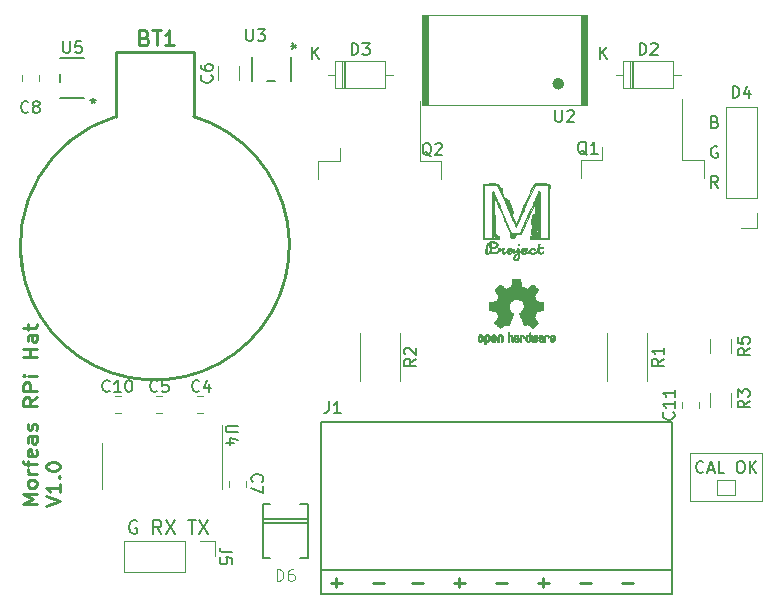
<source format=gbr>
G04 #@! TF.GenerationSoftware,KiCad,Pcbnew,(5.1.5)-3*
G04 #@! TF.CreationDate,2020-01-02T14:07:17+02:00*
G04 #@! TF.ProjectId,Morfeas_Rpi_Hat,4d6f7266-6561-4735-9f52-70695f486174,V1.0*
G04 #@! TF.SameCoordinates,Original*
G04 #@! TF.FileFunction,Legend,Top*
G04 #@! TF.FilePolarity,Positive*
%FSLAX46Y46*%
G04 Gerber Fmt 4.6, Leading zero omitted, Abs format (unit mm)*
G04 Created by KiCad (PCBNEW (5.1.5)-3) date 2020-01-02 14:07:17*
%MOMM*%
%LPD*%
G04 APERTURE LIST*
%ADD10C,0.120000*%
%ADD11C,0.150000*%
%ADD12C,0.254000*%
%ADD13C,0.203200*%
%ADD14C,0.250000*%
%ADD15C,0.100000*%
%ADD16C,0.010000*%
%ADD17C,0.508000*%
%ADD18C,0.152400*%
%ADD19C,0.127000*%
%ADD20C,0.119380*%
G04 APERTURE END LIST*
D10*
X185674000Y-107442000D02*
X179578000Y-107442000D01*
X185674000Y-111506000D02*
X185674000Y-107442000D01*
X179578000Y-111506000D02*
X185674000Y-111506000D01*
X179578000Y-107442000D02*
X179578000Y-111506000D01*
X181864000Y-110998000D02*
X181864000Y-109728000D01*
X183388000Y-110998000D02*
X181864000Y-110998000D01*
X183388000Y-109728000D02*
X183388000Y-110998000D01*
X181864000Y-109728000D02*
X183388000Y-109728000D01*
D11*
X180697428Y-109069142D02*
X180649809Y-109116761D01*
X180506952Y-109164380D01*
X180411714Y-109164380D01*
X180268857Y-109116761D01*
X180173619Y-109021523D01*
X180126000Y-108926285D01*
X180078380Y-108735809D01*
X180078380Y-108592952D01*
X180126000Y-108402476D01*
X180173619Y-108307238D01*
X180268857Y-108212000D01*
X180411714Y-108164380D01*
X180506952Y-108164380D01*
X180649809Y-108212000D01*
X180697428Y-108259619D01*
X181078380Y-108878666D02*
X181554571Y-108878666D01*
X180983142Y-109164380D02*
X181316476Y-108164380D01*
X181649809Y-109164380D01*
X182459333Y-109164380D02*
X181983142Y-109164380D01*
X181983142Y-108164380D01*
X183745047Y-108164380D02*
X183935523Y-108164380D01*
X184030761Y-108212000D01*
X184126000Y-108307238D01*
X184173619Y-108497714D01*
X184173619Y-108831047D01*
X184126000Y-109021523D01*
X184030761Y-109116761D01*
X183935523Y-109164380D01*
X183745047Y-109164380D01*
X183649809Y-109116761D01*
X183554571Y-109021523D01*
X183506952Y-108831047D01*
X183506952Y-108497714D01*
X183554571Y-108307238D01*
X183649809Y-108212000D01*
X183745047Y-108164380D01*
X184602190Y-109164380D02*
X184602190Y-108164380D01*
X185173619Y-109164380D02*
X184745047Y-108592952D01*
X185173619Y-108164380D02*
X184602190Y-108735809D01*
X181681428Y-79430571D02*
X181824285Y-79478190D01*
X181871904Y-79525809D01*
X181919523Y-79621047D01*
X181919523Y-79763904D01*
X181871904Y-79859142D01*
X181824285Y-79906761D01*
X181729047Y-79954380D01*
X181348095Y-79954380D01*
X181348095Y-78954380D01*
X181681428Y-78954380D01*
X181776666Y-79002000D01*
X181824285Y-79049619D01*
X181871904Y-79144857D01*
X181871904Y-79240095D01*
X181824285Y-79335333D01*
X181776666Y-79382952D01*
X181681428Y-79430571D01*
X181348095Y-79430571D01*
X181871904Y-81542000D02*
X181776666Y-81494380D01*
X181633809Y-81494380D01*
X181490952Y-81542000D01*
X181395714Y-81637238D01*
X181348095Y-81732476D01*
X181300476Y-81922952D01*
X181300476Y-82065809D01*
X181348095Y-82256285D01*
X181395714Y-82351523D01*
X181490952Y-82446761D01*
X181633809Y-82494380D01*
X181729047Y-82494380D01*
X181871904Y-82446761D01*
X181919523Y-82399142D01*
X181919523Y-82065809D01*
X181729047Y-82065809D01*
X181919523Y-85034380D02*
X181586190Y-84558190D01*
X181348095Y-85034380D02*
X181348095Y-84034380D01*
X181729047Y-84034380D01*
X181824285Y-84082000D01*
X181871904Y-84129619D01*
X181919523Y-84224857D01*
X181919523Y-84367714D01*
X181871904Y-84462952D01*
X181824285Y-84510571D01*
X181729047Y-84558190D01*
X181348095Y-84558190D01*
D12*
X149122190Y-118436571D02*
X150089809Y-118436571D01*
X149606000Y-118823619D02*
X149606000Y-118049523D01*
X159536190Y-118436571D02*
X160503809Y-118436571D01*
X160020000Y-118823619D02*
X160020000Y-118049523D01*
X152678190Y-118436571D02*
X153645809Y-118436571D01*
X155980190Y-118436571D02*
X156947809Y-118436571D01*
X163092190Y-118436571D02*
X164059809Y-118436571D01*
X170204190Y-118436571D02*
X171171809Y-118436571D01*
X173760190Y-118436571D02*
X174727809Y-118436571D01*
D13*
X132715000Y-113220500D02*
X132606142Y-113166071D01*
X132442857Y-113166071D01*
X132279571Y-113220500D01*
X132170714Y-113329357D01*
X132116285Y-113438214D01*
X132061857Y-113655928D01*
X132061857Y-113819214D01*
X132116285Y-114036928D01*
X132170714Y-114145785D01*
X132279571Y-114254642D01*
X132442857Y-114309071D01*
X132551714Y-114309071D01*
X132715000Y-114254642D01*
X132769428Y-114200214D01*
X132769428Y-113819214D01*
X132551714Y-113819214D01*
X134783285Y-114309071D02*
X134402285Y-113764785D01*
X134130142Y-114309071D02*
X134130142Y-113166071D01*
X134565571Y-113166071D01*
X134674428Y-113220500D01*
X134728857Y-113274928D01*
X134783285Y-113383785D01*
X134783285Y-113547071D01*
X134728857Y-113655928D01*
X134674428Y-113710357D01*
X134565571Y-113764785D01*
X134130142Y-113764785D01*
X135164285Y-113166071D02*
X135926285Y-114309071D01*
X135926285Y-113166071D02*
X135164285Y-114309071D01*
X137069285Y-113166071D02*
X137722428Y-113166071D01*
X137395857Y-114309071D02*
X137395857Y-113166071D01*
X137994571Y-113166071D02*
X138756571Y-114309071D01*
X138756571Y-113166071D02*
X137994571Y-114309071D01*
D14*
X124248821Y-111803119D02*
X123105821Y-111803119D01*
X123922250Y-111379785D01*
X123105821Y-110956452D01*
X124248821Y-110956452D01*
X124248821Y-110170261D02*
X124194392Y-110291214D01*
X124139964Y-110351690D01*
X124031107Y-110412166D01*
X123704535Y-110412166D01*
X123595678Y-110351690D01*
X123541250Y-110291214D01*
X123486821Y-110170261D01*
X123486821Y-109988833D01*
X123541250Y-109867880D01*
X123595678Y-109807404D01*
X123704535Y-109746928D01*
X124031107Y-109746928D01*
X124139964Y-109807404D01*
X124194392Y-109867880D01*
X124248821Y-109988833D01*
X124248821Y-110170261D01*
X124248821Y-109202642D02*
X123486821Y-109202642D01*
X123704535Y-109202642D02*
X123595678Y-109142166D01*
X123541250Y-109081690D01*
X123486821Y-108960738D01*
X123486821Y-108839785D01*
X123486821Y-108597880D02*
X123486821Y-108114071D01*
X124248821Y-108416452D02*
X123269107Y-108416452D01*
X123160250Y-108355976D01*
X123105821Y-108235023D01*
X123105821Y-108114071D01*
X124194392Y-107206928D02*
X124248821Y-107327880D01*
X124248821Y-107569785D01*
X124194392Y-107690738D01*
X124085535Y-107751214D01*
X123650107Y-107751214D01*
X123541250Y-107690738D01*
X123486821Y-107569785D01*
X123486821Y-107327880D01*
X123541250Y-107206928D01*
X123650107Y-107146452D01*
X123758964Y-107146452D01*
X123867821Y-107751214D01*
X124248821Y-106057880D02*
X123650107Y-106057880D01*
X123541250Y-106118357D01*
X123486821Y-106239309D01*
X123486821Y-106481214D01*
X123541250Y-106602166D01*
X124194392Y-106057880D02*
X124248821Y-106178833D01*
X124248821Y-106481214D01*
X124194392Y-106602166D01*
X124085535Y-106662642D01*
X123976678Y-106662642D01*
X123867821Y-106602166D01*
X123813392Y-106481214D01*
X123813392Y-106178833D01*
X123758964Y-106057880D01*
X124194392Y-105513595D02*
X124248821Y-105392642D01*
X124248821Y-105150738D01*
X124194392Y-105029785D01*
X124085535Y-104969309D01*
X124031107Y-104969309D01*
X123922250Y-105029785D01*
X123867821Y-105150738D01*
X123867821Y-105332166D01*
X123813392Y-105453119D01*
X123704535Y-105513595D01*
X123650107Y-105513595D01*
X123541250Y-105453119D01*
X123486821Y-105332166D01*
X123486821Y-105150738D01*
X123541250Y-105029785D01*
X124248821Y-102731690D02*
X123704535Y-103155023D01*
X124248821Y-103457404D02*
X123105821Y-103457404D01*
X123105821Y-102973595D01*
X123160250Y-102852642D01*
X123214678Y-102792166D01*
X123323535Y-102731690D01*
X123486821Y-102731690D01*
X123595678Y-102792166D01*
X123650107Y-102852642D01*
X123704535Y-102973595D01*
X123704535Y-103457404D01*
X124248821Y-102187404D02*
X123105821Y-102187404D01*
X123105821Y-101703595D01*
X123160250Y-101582642D01*
X123214678Y-101522166D01*
X123323535Y-101461690D01*
X123486821Y-101461690D01*
X123595678Y-101522166D01*
X123650107Y-101582642D01*
X123704535Y-101703595D01*
X123704535Y-102187404D01*
X124248821Y-100917404D02*
X123486821Y-100917404D01*
X123105821Y-100917404D02*
X123160250Y-100977880D01*
X123214678Y-100917404D01*
X123160250Y-100856928D01*
X123105821Y-100917404D01*
X123214678Y-100917404D01*
X124248821Y-99345023D02*
X123105821Y-99345023D01*
X123650107Y-99345023D02*
X123650107Y-98619309D01*
X124248821Y-98619309D02*
X123105821Y-98619309D01*
X124248821Y-97470261D02*
X123650107Y-97470261D01*
X123541250Y-97530738D01*
X123486821Y-97651690D01*
X123486821Y-97893595D01*
X123541250Y-98014547D01*
X124194392Y-97470261D02*
X124248821Y-97591214D01*
X124248821Y-97893595D01*
X124194392Y-98014547D01*
X124085535Y-98075023D01*
X123976678Y-98075023D01*
X123867821Y-98014547D01*
X123813392Y-97893595D01*
X123813392Y-97591214D01*
X123758964Y-97470261D01*
X123486821Y-97046928D02*
X123486821Y-96563119D01*
X123105821Y-96865500D02*
X124085535Y-96865500D01*
X124194392Y-96805023D01*
X124248821Y-96684071D01*
X124248821Y-96563119D01*
X125070321Y-111984547D02*
X126213321Y-111561214D01*
X125070321Y-111137880D01*
X126213321Y-110049309D02*
X126213321Y-110775023D01*
X126213321Y-110412166D02*
X125070321Y-110412166D01*
X125233607Y-110533119D01*
X125342464Y-110654071D01*
X125396892Y-110775023D01*
X126104464Y-109505023D02*
X126158892Y-109444547D01*
X126213321Y-109505023D01*
X126158892Y-109565500D01*
X126104464Y-109505023D01*
X126213321Y-109505023D01*
X125070321Y-108658357D02*
X125070321Y-108537404D01*
X125124750Y-108416452D01*
X125179178Y-108355976D01*
X125288035Y-108295500D01*
X125505750Y-108235023D01*
X125777892Y-108235023D01*
X125995607Y-108295500D01*
X126104464Y-108355976D01*
X126158892Y-108416452D01*
X126213321Y-108537404D01*
X126213321Y-108658357D01*
X126158892Y-108779309D01*
X126104464Y-108839785D01*
X125995607Y-108900261D01*
X125777892Y-108960738D01*
X125505750Y-108960738D01*
X125288035Y-108900261D01*
X125179178Y-108839785D01*
X125124750Y-108779309D01*
X125070321Y-108658357D01*
D12*
X166648190Y-118436571D02*
X167615809Y-118436571D01*
X167132000Y-118823619D02*
X167132000Y-118049523D01*
G04 #@! TO.C,BT1*
X123113687Y-92319622D02*
G75*
G02X130939001Y-78985001I11125313J2434622D01*
G01*
X137533962Y-78971558D02*
G75*
G02X122839000Y-89885000I-3294962J-10913442D01*
G01*
D15*
X145639000Y-89885000D02*
X145639000Y-89885000D01*
X122839000Y-89885000D02*
X122839000Y-89885000D01*
D12*
X137539000Y-78985000D02*
X137539000Y-73485000D01*
X137539000Y-73485000D02*
X130939000Y-73485000D01*
X130939000Y-73485000D02*
X130939000Y-78985000D01*
D15*
X145639000Y-89885000D02*
G75*
G02X122839000Y-89885000I-11400000J0D01*
G01*
D16*
G04 #@! TO.C,Morfeas_project_Logo1*
G36*
X164244132Y-86505249D02*
G01*
X164263548Y-86522726D01*
X164265781Y-86525903D01*
X164273934Y-86539952D01*
X164274215Y-86550550D01*
X164265120Y-86563437D01*
X164252459Y-86576803D01*
X164226169Y-86598614D01*
X164204696Y-86605591D01*
X164189161Y-86597718D01*
X164181188Y-86577929D01*
X164180434Y-86549409D01*
X164186953Y-86521975D01*
X164198863Y-86502542D01*
X164202492Y-86499726D01*
X164221713Y-86496728D01*
X164244132Y-86505249D01*
G37*
X164244132Y-86505249D02*
X164263548Y-86522726D01*
X164265781Y-86525903D01*
X164273934Y-86539952D01*
X164274215Y-86550550D01*
X164265120Y-86563437D01*
X164252459Y-86576803D01*
X164226169Y-86598614D01*
X164204696Y-86605591D01*
X164189161Y-86597718D01*
X164181188Y-86577929D01*
X164180434Y-86549409D01*
X164186953Y-86521975D01*
X164198863Y-86502542D01*
X164202492Y-86499726D01*
X164221713Y-86496728D01*
X164244132Y-86505249D01*
G36*
X162883604Y-84618556D02*
G01*
X162901120Y-84626451D01*
X162913819Y-84632689D01*
X162927217Y-84637491D01*
X162943798Y-84641113D01*
X162966048Y-84643811D01*
X162996451Y-84645842D01*
X163037493Y-84647462D01*
X163091659Y-84648928D01*
X163126701Y-84649734D01*
X163316635Y-84653967D01*
X163444767Y-84946611D01*
X163542736Y-85010367D01*
X163588826Y-85040797D01*
X163622565Y-85065503D01*
X163645859Y-85087894D01*
X163660616Y-85111377D01*
X163668745Y-85139361D01*
X163672154Y-85175253D01*
X163672751Y-85222462D01*
X163672648Y-85242401D01*
X163671711Y-85288274D01*
X163669668Y-85331290D01*
X163666810Y-85366934D01*
X163663426Y-85390692D01*
X163663006Y-85392501D01*
X163660594Y-85403532D01*
X163659683Y-85414385D01*
X163660949Y-85427047D01*
X163665066Y-85443508D01*
X163672709Y-85465756D01*
X163684553Y-85495779D01*
X163701273Y-85535567D01*
X163723545Y-85587108D01*
X163748372Y-85643995D01*
X163842661Y-85859687D01*
X163876547Y-85865267D01*
X163929410Y-85879418D01*
X163987817Y-85904070D01*
X164047334Y-85936535D01*
X164103528Y-85974127D01*
X164151966Y-86014159D01*
X164188214Y-86053942D01*
X164188527Y-86054366D01*
X164199983Y-86070429D01*
X164210649Y-86086839D01*
X164221125Y-86105073D01*
X164232013Y-86126613D01*
X164243915Y-86152937D01*
X164257431Y-86185525D01*
X164273164Y-86225856D01*
X164291715Y-86275409D01*
X164313686Y-86335664D01*
X164339677Y-86408100D01*
X164370290Y-86494196D01*
X164390233Y-86550500D01*
X164407805Y-86597970D01*
X164426486Y-86644774D01*
X164444285Y-86686143D01*
X164459214Y-86717312D01*
X164462057Y-86722580D01*
X164477519Y-86751558D01*
X164485238Y-86770871D01*
X164486435Y-86785221D01*
X164482328Y-86799310D01*
X164482097Y-86799871D01*
X164478049Y-86812727D01*
X164476857Y-86827463D01*
X164479049Y-86846730D01*
X164485150Y-86873179D01*
X164495685Y-86909462D01*
X164511181Y-86958230D01*
X164517110Y-86976409D01*
X164528495Y-87013756D01*
X164537495Y-87048145D01*
X164542812Y-87074381D01*
X164543687Y-87082872D01*
X164538030Y-87112510D01*
X164521830Y-87141190D01*
X164498706Y-87165419D01*
X164472273Y-87181707D01*
X164446152Y-87186562D01*
X164437896Y-87184960D01*
X164433523Y-87183091D01*
X164429612Y-87181068D01*
X164426615Y-87180024D01*
X164424984Y-87181092D01*
X164425171Y-87185406D01*
X164427626Y-87194098D01*
X164432802Y-87208303D01*
X164441151Y-87229153D01*
X164453123Y-87257781D01*
X164469172Y-87295321D01*
X164489747Y-87342906D01*
X164515302Y-87401670D01*
X164546287Y-87472745D01*
X164583155Y-87557266D01*
X164619529Y-87640695D01*
X164654510Y-87720574D01*
X164687608Y-87795393D01*
X164718192Y-87863780D01*
X164745634Y-87924366D01*
X164769303Y-87975779D01*
X164788572Y-88016648D01*
X164802812Y-88045603D01*
X164811392Y-88061272D01*
X164813641Y-88063679D01*
X164817958Y-88055101D01*
X164828580Y-88032100D01*
X164845024Y-87995766D01*
X164866804Y-87947188D01*
X164893438Y-87887457D01*
X164924440Y-87817662D01*
X164959329Y-87738894D01*
X164997618Y-87652241D01*
X165038825Y-87558794D01*
X165082465Y-87459642D01*
X165128055Y-87355876D01*
X165137316Y-87334776D01*
X165454182Y-86612682D01*
X165438143Y-86577358D01*
X165427932Y-86545701D01*
X165422294Y-86510464D01*
X165421919Y-86501454D01*
X165423002Y-86478102D01*
X165428334Y-86460114D01*
X165440654Y-86441702D01*
X165460992Y-86418904D01*
X165486105Y-86395021D01*
X165507405Y-86380341D01*
X165518402Y-86376934D01*
X165527114Y-86374553D01*
X165536056Y-86365826D01*
X165546673Y-86348381D01*
X165560412Y-86319841D01*
X165578626Y-86278052D01*
X165598755Y-86233031D01*
X165624250Y-86179369D01*
X165652136Y-86123162D01*
X165679438Y-86070505D01*
X165685053Y-86060035D01*
X165698557Y-86033538D01*
X165718143Y-85992946D01*
X165743154Y-85939698D01*
X165772939Y-85875236D01*
X165806843Y-85801001D01*
X165844211Y-85718434D01*
X165884391Y-85628976D01*
X165926728Y-85534066D01*
X165970569Y-85435147D01*
X166015260Y-85333659D01*
X166031562Y-85296470D01*
X166313718Y-84652040D01*
X166449809Y-84645623D01*
X166500310Y-84643438D01*
X166548743Y-84641696D01*
X166590843Y-84640525D01*
X166622347Y-84640053D01*
X166632467Y-84640114D01*
X166649600Y-84640373D01*
X166681943Y-84640788D01*
X166727769Y-84641339D01*
X166785355Y-84642007D01*
X166852978Y-84642772D01*
X166928911Y-84643615D01*
X167011433Y-84644515D01*
X167098817Y-84645454D01*
X167151050Y-84646008D01*
X167623067Y-84650994D01*
X167623067Y-84699851D01*
X167624497Y-84730869D01*
X167629784Y-84750569D01*
X167640425Y-84764404D01*
X167640901Y-84764838D01*
X167667542Y-84799032D01*
X167685038Y-84842501D01*
X167690800Y-84885571D01*
X167687153Y-84922362D01*
X167677360Y-84967843D01*
X167663146Y-85015713D01*
X167646234Y-85059667D01*
X167639046Y-85074847D01*
X167637366Y-85078500D01*
X167635808Y-85083025D01*
X167634368Y-85089046D01*
X167633040Y-85097187D01*
X167631821Y-85108071D01*
X167630705Y-85122322D01*
X167629688Y-85140563D01*
X167628765Y-85163418D01*
X167627933Y-85191512D01*
X167627185Y-85225467D01*
X167626518Y-85265908D01*
X167625927Y-85313457D01*
X167625408Y-85368739D01*
X167624955Y-85432378D01*
X167624565Y-85504997D01*
X167624232Y-85587219D01*
X167623953Y-85679669D01*
X167623722Y-85782969D01*
X167623535Y-85897745D01*
X167623387Y-86024619D01*
X167623274Y-86164216D01*
X167623191Y-86317158D01*
X167623133Y-86484069D01*
X167623097Y-86665574D01*
X167623076Y-86862296D01*
X167623068Y-87074858D01*
X167623067Y-87245538D01*
X167623067Y-89384816D01*
X167591317Y-89379568D01*
X167576699Y-89378528D01*
X167546920Y-89377553D01*
X167503753Y-89376663D01*
X167448971Y-89375880D01*
X167384346Y-89375224D01*
X167311649Y-89374717D01*
X167232655Y-89374379D01*
X167149136Y-89374231D01*
X167138350Y-89374227D01*
X166717133Y-89374134D01*
X166717133Y-89348734D01*
X166715074Y-89330808D01*
X166705652Y-89324500D01*
X166693850Y-89324178D01*
X166656409Y-89329061D01*
X166633373Y-89340862D01*
X166623962Y-89357509D01*
X166612683Y-89375947D01*
X166600369Y-89381073D01*
X166587850Y-89380652D01*
X166582614Y-89371504D01*
X166581667Y-89353556D01*
X166579920Y-89335133D01*
X166572795Y-89325433D01*
X166557468Y-89323831D01*
X166531111Y-89329701D01*
X166507226Y-89337066D01*
X166481151Y-89344671D01*
X166464893Y-89346259D01*
X166452486Y-89341936D01*
X166446658Y-89338155D01*
X166438321Y-89334008D01*
X166425436Y-89331017D01*
X166405838Y-89329095D01*
X166377362Y-89328156D01*
X166337842Y-89328115D01*
X166285114Y-89328885D01*
X166238174Y-89329884D01*
X166176716Y-89331259D01*
X166129900Y-89332079D01*
X166095439Y-89332178D01*
X166071045Y-89331393D01*
X166054432Y-89329557D01*
X166043313Y-89326505D01*
X166035400Y-89322072D01*
X166028407Y-89316092D01*
X166026823Y-89314607D01*
X166008242Y-89288104D01*
X165997305Y-89257928D01*
X166438665Y-89257928D01*
X166444538Y-89260692D01*
X166446200Y-89259834D01*
X166452963Y-89248040D01*
X166454537Y-89236051D01*
X166453849Y-89229871D01*
X166503709Y-89229871D01*
X166506354Y-89251339D01*
X166521728Y-89262074D01*
X166549217Y-89261772D01*
X166562031Y-89258884D01*
X166581366Y-89246968D01*
X166586397Y-89228387D01*
X166624299Y-89228387D01*
X166628525Y-89244645D01*
X166634583Y-89250091D01*
X166656050Y-89252864D01*
X166670129Y-89242668D01*
X166673092Y-89233606D01*
X166669360Y-89214466D01*
X166656039Y-89201098D01*
X166638674Y-89198737D01*
X166636808Y-89199354D01*
X166627183Y-89210485D01*
X166624299Y-89228387D01*
X166586397Y-89228387D01*
X166587329Y-89224946D01*
X166584663Y-89207119D01*
X166579208Y-89185384D01*
X166567467Y-89207792D01*
X166555018Y-89225986D01*
X166543335Y-89228416D01*
X166530867Y-89217501D01*
X166517630Y-89206054D01*
X166508915Y-89210351D01*
X166503709Y-89229871D01*
X166453849Y-89229871D01*
X166453191Y-89223973D01*
X166448120Y-89227352D01*
X166446200Y-89230201D01*
X166439219Y-89245934D01*
X166438665Y-89257928D01*
X165997305Y-89257928D01*
X165996430Y-89255516D01*
X166162566Y-89255516D01*
X166198823Y-89255558D01*
X166223100Y-89253926D01*
X166236087Y-89247359D01*
X166242160Y-89236551D01*
X166246211Y-89217465D01*
X166245274Y-89207072D01*
X166239076Y-89201500D01*
X166226641Y-89205401D01*
X166205835Y-89219790D01*
X166187966Y-89234278D01*
X166162566Y-89255516D01*
X165996430Y-89255516D01*
X165995196Y-89252114D01*
X165990614Y-89223880D01*
X166079296Y-89223880D01*
X166082729Y-89231314D01*
X166095652Y-89245106D01*
X166112106Y-89243250D01*
X166132933Y-89225967D01*
X166152818Y-89204801D01*
X166118887Y-89204801D01*
X166091804Y-89206401D01*
X166079315Y-89212241D01*
X166079296Y-89223880D01*
X165990614Y-89223880D01*
X165988818Y-89212815D01*
X165990244Y-89176384D01*
X165997370Y-89154181D01*
X166013459Y-89139264D01*
X166044241Y-89124961D01*
X166087480Y-89112116D01*
X166132933Y-89102881D01*
X166170956Y-89093570D01*
X166205298Y-89079955D01*
X166232351Y-89063999D01*
X166248505Y-89047666D01*
X166251467Y-89038371D01*
X166245678Y-89026771D01*
X166230627Y-89007669D01*
X166362392Y-89007669D01*
X166370875Y-89005892D01*
X166372482Y-89005289D01*
X166382849Y-88998582D01*
X166382924Y-88994769D01*
X166373967Y-88995719D01*
X166367742Y-89000550D01*
X166362392Y-89007669D01*
X166230627Y-89007669D01*
X166230146Y-89007059D01*
X166207619Y-88982550D01*
X166193671Y-88968641D01*
X166135876Y-88912701D01*
X166145767Y-88879400D01*
X166354046Y-88879400D01*
X166356951Y-88882415D01*
X166366977Y-88882798D01*
X166383641Y-88877781D01*
X166389995Y-88870367D01*
X166390177Y-88867752D01*
X166691733Y-88867752D01*
X166696249Y-88874601D01*
X166705456Y-88870855D01*
X166711994Y-88861208D01*
X166716863Y-88842926D01*
X166714373Y-88835989D01*
X166705582Y-88842660D01*
X166704164Y-88844469D01*
X166694510Y-88859779D01*
X166691733Y-88867752D01*
X166390177Y-88867752D01*
X166390767Y-88859288D01*
X166380817Y-88860197D01*
X166365268Y-88870098D01*
X166354046Y-88879400D01*
X166145767Y-88879400D01*
X166146684Y-88876313D01*
X166153377Y-88845744D01*
X166151198Y-88832267D01*
X166581667Y-88832267D01*
X166584764Y-88839236D01*
X166587311Y-88837912D01*
X166588324Y-88827864D01*
X166587311Y-88826623D01*
X166582278Y-88827785D01*
X166581667Y-88832267D01*
X166151198Y-88832267D01*
X166150029Y-88825038D01*
X166134633Y-88809153D01*
X166115571Y-88798182D01*
X166088571Y-88779573D01*
X166077303Y-88757997D01*
X166080573Y-88730857D01*
X166082312Y-88725964D01*
X166086655Y-88702317D01*
X166087603Y-88664852D01*
X166087539Y-88663508D01*
X166163413Y-88663508D01*
X166165734Y-88680198D01*
X166172248Y-88698858D01*
X166184743Y-88710900D01*
X166206424Y-88717755D01*
X166240494Y-88720856D01*
X166257817Y-88721357D01*
X166283974Y-88721057D01*
X166297328Y-88717912D01*
X166301950Y-88710486D01*
X166302267Y-88705684D01*
X166300531Y-88688006D01*
X166300336Y-88686829D01*
X166342396Y-88686829D01*
X166344920Y-88711952D01*
X166352203Y-88721959D01*
X166354054Y-88722200D01*
X166358799Y-88714703D01*
X166361378Y-88696040D01*
X166361533Y-88689392D01*
X166360208Y-88666473D01*
X166395894Y-88666473D01*
X166396460Y-88687657D01*
X166400061Y-88702246D01*
X166403867Y-88705267D01*
X166408574Y-88697632D01*
X166411590Y-88678021D01*
X166412204Y-88660817D01*
X166412126Y-88658805D01*
X166454799Y-88658805D01*
X166454966Y-88685993D01*
X166457015Y-88707327D01*
X166460311Y-88716556D01*
X166472657Y-88721282D01*
X166482702Y-88722200D01*
X166491490Y-88720875D01*
X166495916Y-88714428D01*
X166496734Y-88699153D01*
X166494694Y-88671345D01*
X166494168Y-88665651D01*
X166489032Y-88627253D01*
X166481985Y-88604575D01*
X166472501Y-88596458D01*
X166463871Y-88598978D01*
X166459424Y-88609611D01*
X166456342Y-88631449D01*
X166454799Y-88658805D01*
X166412126Y-88658805D01*
X166411212Y-88635536D01*
X166408219Y-88625889D01*
X166403867Y-88629067D01*
X166398363Y-88644882D01*
X166395894Y-88666473D01*
X166360208Y-88666473D01*
X166359760Y-88658728D01*
X166355464Y-88629306D01*
X166355183Y-88628009D01*
X166351494Y-88613014D01*
X166349044Y-88610493D01*
X166346942Y-88621956D01*
X166344561Y-88646000D01*
X166342396Y-88686829D01*
X166300336Y-88686829D01*
X166296113Y-88661444D01*
X166292987Y-88645899D01*
X166281070Y-88612347D01*
X166263618Y-88595200D01*
X166530867Y-88595200D01*
X166530867Y-88712661D01*
X166558383Y-88716076D01*
X166580474Y-88717933D01*
X166612805Y-88719616D01*
X166648684Y-88720784D01*
X166651517Y-88720846D01*
X166717133Y-88722200D01*
X166717133Y-88595200D01*
X166530867Y-88595200D01*
X166263618Y-88595200D01*
X166262237Y-88593844D01*
X166235242Y-88589483D01*
X166219129Y-88592121D01*
X166186573Y-88606407D01*
X166167956Y-88630277D01*
X166163413Y-88663508D01*
X166087539Y-88663508D01*
X166085636Y-88623720D01*
X166079883Y-88545348D01*
X166102908Y-88523234D01*
X166607067Y-88523234D01*
X166611300Y-88527467D01*
X166611406Y-88527361D01*
X166676015Y-88527361D01*
X166684714Y-88527450D01*
X166701322Y-88513905D01*
X166703801Y-88511232D01*
X166714123Y-88492416D01*
X166715697Y-88477868D01*
X166712681Y-88469546D01*
X166706322Y-88472111D01*
X166694153Y-88487068D01*
X166689067Y-88494103D01*
X166676905Y-88515594D01*
X166676015Y-88527361D01*
X166611406Y-88527361D01*
X166615533Y-88523234D01*
X166611300Y-88519000D01*
X166607067Y-88523234D01*
X166102908Y-88523234D01*
X166104619Y-88521591D01*
X166121485Y-88506699D01*
X166285333Y-88506699D01*
X166290807Y-88510559D01*
X166297639Y-88507704D01*
X166362832Y-88507704D01*
X166365332Y-88517312D01*
X166374233Y-88519000D01*
X166384319Y-88511570D01*
X166386664Y-88495717D01*
X166385771Y-88479953D01*
X166381609Y-88479474D01*
X166373964Y-88488869D01*
X166362832Y-88507704D01*
X166297639Y-88507704D01*
X166302785Y-88505554D01*
X166309040Y-88500374D01*
X166316796Y-88486598D01*
X166318615Y-88473590D01*
X166649695Y-88473590D01*
X166652552Y-88476667D01*
X166652602Y-88476667D01*
X166658647Y-88470258D01*
X166671349Y-88453489D01*
X166687261Y-88430993D01*
X166703079Y-88405067D01*
X166713231Y-88382606D01*
X166715516Y-88369610D01*
X166711095Y-88365994D01*
X166701515Y-88376058D01*
X166686072Y-88400615D01*
X166680856Y-88409747D01*
X166662884Y-88442411D01*
X166652818Y-88462931D01*
X166649695Y-88473590D01*
X166318615Y-88473590D01*
X166318992Y-88470898D01*
X166315072Y-88460660D01*
X166312092Y-88459734D01*
X166304664Y-88466396D01*
X166295056Y-88481581D01*
X166287371Y-88498086D01*
X166285333Y-88506699D01*
X166121485Y-88506699D01*
X166124742Y-88503824D01*
X166142676Y-88490446D01*
X166145305Y-88488859D01*
X166156827Y-88472960D01*
X166158761Y-88463967D01*
X166251467Y-88463967D01*
X166255700Y-88468200D01*
X166259933Y-88463967D01*
X166255700Y-88459734D01*
X166251467Y-88463967D01*
X166158761Y-88463967D01*
X166162320Y-88447424D01*
X166262950Y-88447424D01*
X166263571Y-88451267D01*
X166270371Y-88444777D01*
X166276867Y-88434334D01*
X166279079Y-88429020D01*
X166357288Y-88429020D01*
X166358414Y-88434334D01*
X166598600Y-88434334D01*
X166601698Y-88441303D01*
X166604244Y-88439978D01*
X166605258Y-88429930D01*
X166604244Y-88428689D01*
X166599211Y-88429852D01*
X166598600Y-88434334D01*
X166358414Y-88434334D01*
X166363902Y-88427353D01*
X166372477Y-88410064D01*
X166374665Y-88404972D01*
X166383626Y-88380220D01*
X166386768Y-88364119D01*
X166383797Y-88359375D01*
X166379253Y-88362791D01*
X166372966Y-88374164D01*
X166366043Y-88392997D01*
X166360234Y-88413285D01*
X166357288Y-88429020D01*
X166279079Y-88429020D01*
X166282317Y-88421243D01*
X166281696Y-88417400D01*
X166274896Y-88423891D01*
X166268400Y-88434334D01*
X166262950Y-88447424D01*
X166162320Y-88447424D01*
X166163707Y-88440978D01*
X166165392Y-88404700D01*
X166285333Y-88404700D01*
X166289567Y-88408934D01*
X166293800Y-88404700D01*
X166289567Y-88400467D01*
X166285333Y-88404700D01*
X166165392Y-88404700D01*
X166165931Y-88393115D01*
X166165087Y-88371166D01*
X166261151Y-88371166D01*
X166262952Y-88372310D01*
X166264256Y-88370834D01*
X166275220Y-88355101D01*
X166644248Y-88355101D01*
X166644556Y-88365139D01*
X166645650Y-88367382D01*
X166649727Y-88372817D01*
X166654328Y-88372596D01*
X166661884Y-88364384D01*
X166674826Y-88345849D01*
X166686792Y-88327891D01*
X166706079Y-88295259D01*
X166714838Y-88270131D01*
X166715507Y-88253808D01*
X166713802Y-88240293D01*
X166710757Y-88236119D01*
X166704339Y-88242781D01*
X166692512Y-88261776D01*
X166683267Y-88277506D01*
X166662481Y-88313965D01*
X166649849Y-88338936D01*
X166644248Y-88355101D01*
X166275220Y-88355101D01*
X166277159Y-88352320D01*
X166291732Y-88327577D01*
X166295053Y-88321330D01*
X166304573Y-88300770D01*
X166308686Y-88287359D01*
X166308351Y-88285196D01*
X166303082Y-88290309D01*
X166292538Y-88307110D01*
X166278901Y-88332085D01*
X166277553Y-88334699D01*
X166266301Y-88357861D01*
X166261151Y-88371166D01*
X166165087Y-88371166D01*
X166163487Y-88329575D01*
X166160590Y-88294967D01*
X166241833Y-88294967D01*
X166246031Y-88297051D01*
X166256415Y-88286167D01*
X166266774Y-88269906D01*
X166274221Y-88256534D01*
X166556267Y-88256534D01*
X166559364Y-88263503D01*
X166561911Y-88262178D01*
X166562924Y-88252130D01*
X166561911Y-88250889D01*
X166556878Y-88252052D01*
X166556267Y-88256534D01*
X166274221Y-88256534D01*
X166281109Y-88244169D01*
X166281319Y-88243759D01*
X166640933Y-88243759D01*
X166645347Y-88245693D01*
X166656968Y-88236155D01*
X166673369Y-88217595D01*
X166692122Y-88192465D01*
X166692971Y-88191234D01*
X166710901Y-88158808D01*
X166715772Y-88131401D01*
X166715540Y-88128226D01*
X166713756Y-88116876D01*
X166710372Y-88114033D01*
X166703818Y-88121378D01*
X166692529Y-88140590D01*
X166676917Y-88169617D01*
X166661000Y-88200252D01*
X166648688Y-88225210D01*
X166641790Y-88240762D01*
X166640933Y-88243759D01*
X166281319Y-88243759D01*
X166294955Y-88217237D01*
X166301766Y-88201500D01*
X166361533Y-88201500D01*
X166365767Y-88205734D01*
X166370000Y-88201500D01*
X166365767Y-88197267D01*
X166361533Y-88201500D01*
X166301766Y-88201500D01*
X166307695Y-88187803D01*
X166311596Y-88175395D01*
X166370668Y-88175395D01*
X166372225Y-88186376D01*
X166375115Y-88186507D01*
X166377136Y-88175176D01*
X166375784Y-88170280D01*
X166372024Y-88167073D01*
X166370668Y-88175395D01*
X166311596Y-88175395D01*
X166315900Y-88161710D01*
X166317793Y-88145454D01*
X166314875Y-88139160D01*
X166308579Y-88143742D01*
X166297774Y-88160671D01*
X166281330Y-88191419D01*
X166278983Y-88195992D01*
X166262673Y-88230063D01*
X166250688Y-88259338D01*
X166243563Y-88281684D01*
X166241833Y-88294967D01*
X166160590Y-88294967D01*
X166158991Y-88275881D01*
X166152051Y-88206977D01*
X166146454Y-88156518D01*
X166226067Y-88156518D01*
X166227463Y-88168610D01*
X166232833Y-88169410D01*
X166243952Y-88157878D01*
X166259939Y-88136649D01*
X166261258Y-88134650D01*
X166640338Y-88134650D01*
X166642046Y-88145514D01*
X166644553Y-88146467D01*
X166650388Y-88139794D01*
X166662353Y-88122224D01*
X166677956Y-88097434D01*
X166679335Y-88095171D01*
X166696997Y-88064054D01*
X166704429Y-88045089D01*
X166701807Y-88037071D01*
X166689307Y-88038793D01*
X166687509Y-88039459D01*
X166676552Y-88049236D01*
X166664585Y-88068057D01*
X166653379Y-88091509D01*
X166644706Y-88115178D01*
X166640338Y-88134650D01*
X166261258Y-88134650D01*
X166273483Y-88116128D01*
X166556935Y-88116128D01*
X166558492Y-88127110D01*
X166561382Y-88127241D01*
X166563403Y-88115909D01*
X166562050Y-88111013D01*
X166558291Y-88107806D01*
X166556935Y-88116128D01*
X166273483Y-88116128D01*
X166273588Y-88115969D01*
X166277336Y-88108367D01*
X166353067Y-88108367D01*
X166357300Y-88112600D01*
X166361533Y-88108367D01*
X166357300Y-88104134D01*
X166353067Y-88108367D01*
X166277336Y-88108367D01*
X166280859Y-88101222D01*
X166281071Y-88097049D01*
X166272437Y-88098732D01*
X166258480Y-88109982D01*
X166243340Y-88126324D01*
X166231156Y-88143282D01*
X166226068Y-88156381D01*
X166226067Y-88156518D01*
X166146454Y-88156518D01*
X166146038Y-88152773D01*
X166140480Y-88111093D01*
X166135352Y-88082262D01*
X166362202Y-88082262D01*
X166363758Y-88093243D01*
X166366648Y-88093374D01*
X166368670Y-88082042D01*
X166367317Y-88077146D01*
X166363557Y-88073939D01*
X166362202Y-88082262D01*
X166135352Y-88082262D01*
X166134907Y-88079761D01*
X166128845Y-88056601D01*
X166121825Y-88039436D01*
X166113373Y-88026092D01*
X166103018Y-88014393D01*
X166102111Y-88013480D01*
X166073666Y-87985036D01*
X166071806Y-87890068D01*
X166071704Y-87884443D01*
X166150673Y-87884443D01*
X166152462Y-87900952D01*
X166158576Y-87909792D01*
X166170624Y-87915577D01*
X166172767Y-87916366D01*
X166197252Y-87922028D01*
X166228111Y-87924943D01*
X166258991Y-87924990D01*
X166283540Y-87922047D01*
X166292808Y-87918659D01*
X166299744Y-87908141D01*
X166301779Y-87886551D01*
X166300579Y-87863765D01*
X166299568Y-87855073D01*
X166336391Y-87855073D01*
X166337118Y-87883231D01*
X166339267Y-87904147D01*
X166341778Y-87912223D01*
X166352700Y-87918005D01*
X166357945Y-87907925D01*
X166357743Y-87896886D01*
X166379667Y-87896886D01*
X166380060Y-87913052D01*
X166388381Y-87917805D01*
X166405672Y-87913385D01*
X166407407Y-87912728D01*
X166415940Y-87904154D01*
X166419790Y-87884703D01*
X166420205Y-87864045D01*
X166419615Y-87853855D01*
X166447987Y-87853855D01*
X166450574Y-87884833D01*
X166455288Y-87906419D01*
X166462575Y-87915590D01*
X166476983Y-87916747D01*
X166483008Y-87916225D01*
X166499442Y-87913626D01*
X166506726Y-87906795D01*
X166507821Y-87890778D01*
X166506861Y-87876302D01*
X166503310Y-87848018D01*
X166502510Y-87844368D01*
X166539333Y-87844368D01*
X166540903Y-87874932D01*
X166545038Y-87898149D01*
X166549493Y-87907707D01*
X166563956Y-87913136D01*
X166593435Y-87916592D01*
X166636105Y-87917865D01*
X166638393Y-87917867D01*
X166717133Y-87917867D01*
X166717133Y-87677204D01*
X166676917Y-87716192D01*
X166635575Y-87751578D01*
X166596392Y-87774350D01*
X166562617Y-87785607D01*
X166549912Y-87789682D01*
X166542941Y-87797053D01*
X166539988Y-87812044D01*
X166539338Y-87838985D01*
X166539333Y-87844368D01*
X166502510Y-87844368D01*
X166497973Y-87823684D01*
X166496358Y-87818811D01*
X166488403Y-87804927D01*
X166477232Y-87805032D01*
X166472253Y-87807451D01*
X166454477Y-87825150D01*
X166447987Y-87853855D01*
X166419615Y-87853855D01*
X166418539Y-87835301D01*
X166414977Y-87811417D01*
X166412708Y-87803567D01*
X166407545Y-87793707D01*
X166403662Y-87797622D01*
X166399782Y-87812034D01*
X166393251Y-87838855D01*
X166386159Y-87867067D01*
X166379667Y-87896886D01*
X166357743Y-87896886D01*
X166357471Y-87882088D01*
X166356485Y-87873417D01*
X166351131Y-87839740D01*
X166345802Y-87820442D01*
X166341141Y-87816110D01*
X166337790Y-87827330D01*
X166336393Y-87854689D01*
X166336391Y-87855073D01*
X166299568Y-87855073D01*
X166297429Y-87836688D01*
X166293458Y-87816902D01*
X166290690Y-87810336D01*
X166279916Y-87807451D01*
X166256801Y-87805218D01*
X166225935Y-87804046D01*
X166219419Y-87803976D01*
X166154100Y-87803567D01*
X166151601Y-87855651D01*
X166150673Y-87884443D01*
X166071704Y-87884443D01*
X166070803Y-87834986D01*
X166070452Y-87794210D01*
X166071028Y-87765116D01*
X166072808Y-87745081D01*
X166076066Y-87731482D01*
X166078173Y-87727367D01*
X166268400Y-87727367D01*
X166272633Y-87731601D01*
X166276867Y-87727367D01*
X166272633Y-87723134D01*
X166268400Y-87727367D01*
X166078173Y-87727367D01*
X166081078Y-87721695D01*
X166087943Y-87713314D01*
X166271417Y-87713314D01*
X166278411Y-87713413D01*
X166290490Y-87705214D01*
X166295734Y-87699851D01*
X166300268Y-87693501D01*
X166353067Y-87693501D01*
X166357300Y-87697734D01*
X166361533Y-87693501D01*
X166357300Y-87689267D01*
X166353067Y-87693501D01*
X166300268Y-87693501D01*
X166305605Y-87686029D01*
X166309504Y-87679485D01*
X166573200Y-87679485D01*
X166575398Y-87686705D01*
X166583899Y-87681941D01*
X166591779Y-87674451D01*
X166603063Y-87659980D01*
X166604894Y-87650434D01*
X166604684Y-87650196D01*
X166594640Y-87649707D01*
X166582623Y-87659108D01*
X166574266Y-87673160D01*
X166573200Y-87679485D01*
X166309504Y-87679485D01*
X166317649Y-87665817D01*
X166329377Y-87643952D01*
X166338302Y-87625169D01*
X166341936Y-87614203D01*
X166341333Y-87613067D01*
X166335177Y-87619322D01*
X166322535Y-87635257D01*
X166306559Y-87656626D01*
X166290396Y-87679184D01*
X166277196Y-87698686D01*
X166273811Y-87704084D01*
X166271417Y-87713314D01*
X166087943Y-87713314D01*
X166088121Y-87713097D01*
X166090697Y-87710330D01*
X166108212Y-87695841D01*
X166123828Y-87689298D01*
X166124630Y-87689267D01*
X166141083Y-87685685D01*
X166153968Y-87673636D01*
X166163352Y-87652743D01*
X166251467Y-87652743D01*
X166255638Y-87655946D01*
X166268003Y-87644722D01*
X166288332Y-87619337D01*
X166316399Y-87580057D01*
X166327027Y-87564524D01*
X166343987Y-87537037D01*
X166355642Y-87513296D01*
X166359762Y-87497936D01*
X166359626Y-87496791D01*
X166354324Y-87497524D01*
X166342413Y-87509672D01*
X166326033Y-87530153D01*
X166307321Y-87555883D01*
X166288416Y-87583778D01*
X166271458Y-87610755D01*
X166258583Y-87633731D01*
X166251932Y-87649622D01*
X166251467Y-87652743D01*
X166163352Y-87652743D01*
X166164059Y-87651170D01*
X166172134Y-87616334D01*
X166178966Y-87567176D01*
X166179946Y-87558034D01*
X166250927Y-87558034D01*
X166270247Y-87533372D01*
X166282528Y-87516862D01*
X166301748Y-87490059D01*
X166325290Y-87456648D01*
X166350538Y-87420314D01*
X166350925Y-87419753D01*
X166379856Y-87376697D01*
X166398346Y-87346567D01*
X166400421Y-87342134D01*
X166474223Y-87342134D01*
X166481603Y-87336603D01*
X166492767Y-87325201D01*
X166500854Y-87313095D01*
X166500722Y-87312810D01*
X166636700Y-87312810D01*
X166639260Y-87366851D01*
X166644925Y-87414421D01*
X166657858Y-87450059D01*
X166679770Y-87477831D01*
X166689447Y-87486108D01*
X166712900Y-87504577D01*
X166715295Y-87405290D01*
X166716040Y-87366314D01*
X166716283Y-87334168D01*
X166716025Y-87312251D01*
X166715295Y-87303978D01*
X166706274Y-87303851D01*
X166686220Y-87305863D01*
X166674800Y-87307383D01*
X166636700Y-87312810D01*
X166500722Y-87312810D01*
X166498610Y-87308267D01*
X166487538Y-87314910D01*
X166480067Y-87325201D01*
X166474235Y-87338318D01*
X166474223Y-87342134D01*
X166400421Y-87342134D01*
X166406367Y-87329433D01*
X166403885Y-87325368D01*
X166390872Y-87334443D01*
X166386142Y-87338617D01*
X166370673Y-87356022D01*
X166349783Y-87383991D01*
X166326257Y-87418278D01*
X166302879Y-87454634D01*
X166282434Y-87488812D01*
X166267705Y-87516563D01*
X166264053Y-87524875D01*
X166250927Y-87558034D01*
X166179946Y-87558034D01*
X166181127Y-87547019D01*
X166187881Y-87484116D01*
X166194225Y-87435422D01*
X166200886Y-87398249D01*
X166208592Y-87369911D01*
X166218071Y-87347721D01*
X166230048Y-87328992D01*
X166244928Y-87311390D01*
X166268712Y-87290253D01*
X166301259Y-87267409D01*
X166321175Y-87255475D01*
X166652846Y-87255475D01*
X166653538Y-87257313D01*
X166664867Y-87263145D01*
X166685424Y-87265901D01*
X166688000Y-87265934D01*
X166717133Y-87265934D01*
X166717133Y-87213822D01*
X166716903Y-87185474D01*
X166715346Y-87171302D01*
X166711165Y-87168551D01*
X166703061Y-87174462D01*
X166699926Y-87177281D01*
X166682142Y-87196776D01*
X166666455Y-87219605D01*
X166655734Y-87240821D01*
X166652846Y-87255475D01*
X166321175Y-87255475D01*
X166338246Y-87245246D01*
X166375350Y-87226152D01*
X166408248Y-87212514D01*
X166432617Y-87206723D01*
X166434480Y-87206667D01*
X166454667Y-87206667D01*
X166454767Y-87094484D01*
X166454295Y-87054546D01*
X166452917Y-87001492D01*
X166450771Y-86939108D01*
X166447999Y-86871178D01*
X166444739Y-86801488D01*
X166442010Y-86749467D01*
X166438260Y-86680576D01*
X166434526Y-86610196D01*
X166431006Y-86542203D01*
X166427899Y-86480474D01*
X166425405Y-86428882D01*
X166424060Y-86399297D01*
X166418967Y-86281959D01*
X165841630Y-87601563D01*
X165264294Y-88921167D01*
X165079238Y-88923453D01*
X164894182Y-88925738D01*
X164835809Y-88969012D01*
X164805554Y-88992312D01*
X164781647Y-89013595D01*
X164761209Y-89036417D01*
X164741360Y-89064332D01*
X164719220Y-89100898D01*
X164697068Y-89140315D01*
X164664679Y-89194928D01*
X164635369Y-89235071D01*
X164607403Y-89262510D01*
X164579048Y-89279011D01*
X164554383Y-89285604D01*
X164523734Y-89288262D01*
X164486314Y-89288890D01*
X164462172Y-89288025D01*
X164423538Y-89282771D01*
X164393012Y-89270741D01*
X164365840Y-89249073D01*
X164337266Y-89214908D01*
X164334557Y-89211249D01*
X164321859Y-89192101D01*
X164529847Y-89192101D01*
X164557780Y-89166701D01*
X164581071Y-89143026D01*
X164604536Y-89115474D01*
X164610023Y-89108280D01*
X164627228Y-89083059D01*
X164633452Y-89068197D01*
X164629249Y-89061656D01*
X164622945Y-89060867D01*
X164610187Y-89065423D01*
X164595395Y-89080339D01*
X164577047Y-89107491D01*
X164557678Y-89141301D01*
X164529847Y-89192101D01*
X164321859Y-89192101D01*
X164319947Y-89189218D01*
X164314414Y-89175167D01*
X164490400Y-89175167D01*
X164494633Y-89179401D01*
X164498867Y-89175167D01*
X164494633Y-89170934D01*
X164490400Y-89175167D01*
X164314414Y-89175167D01*
X164312037Y-89169134D01*
X164308855Y-89144060D01*
X164308383Y-89119242D01*
X164309386Y-89088898D01*
X164311103Y-89078510D01*
X164402783Y-89078510D01*
X164402790Y-89097709D01*
X164413012Y-89120184D01*
X164423615Y-89135692D01*
X164439555Y-89154749D01*
X164452369Y-89165456D01*
X164457161Y-89166312D01*
X164464784Y-89157249D01*
X164478290Y-89137347D01*
X164495109Y-89110440D01*
X164499869Y-89102500D01*
X164515720Y-89074878D01*
X164526992Y-89053399D01*
X164531837Y-89041657D01*
X164531748Y-89040560D01*
X164519191Y-89031676D01*
X164499237Y-89019328D01*
X164477355Y-89006679D01*
X164459014Y-88996894D01*
X164449794Y-88993134D01*
X164441335Y-89000173D01*
X164429502Y-89017905D01*
X164417088Y-89041255D01*
X164406888Y-89065148D01*
X164402783Y-89078510D01*
X164311103Y-89078510D01*
X164313546Y-89063743D01*
X164322564Y-89037666D01*
X164338137Y-89004558D01*
X164342861Y-88995235D01*
X164359727Y-88960538D01*
X164368457Y-88937861D01*
X164369816Y-88924816D01*
X164366858Y-88920185D01*
X164362469Y-88911793D01*
X164351639Y-88888622D01*
X164334695Y-88851415D01*
X164311967Y-88800914D01*
X164283782Y-88737863D01*
X164250468Y-88663003D01*
X164212354Y-88577077D01*
X164169767Y-88480829D01*
X164123036Y-88375000D01*
X164072488Y-88260333D01*
X164018453Y-88137571D01*
X163961257Y-88007457D01*
X163901230Y-87870732D01*
X163838699Y-87728141D01*
X163773992Y-87580424D01*
X163707438Y-87428326D01*
X163683572Y-87373743D01*
X163599643Y-87181841D01*
X163522239Y-87005024D01*
X163451154Y-86842838D01*
X163386188Y-86694827D01*
X163327135Y-86560536D01*
X163273794Y-86439511D01*
X163225962Y-86331297D01*
X163183434Y-86235438D01*
X163146009Y-86151480D01*
X163113483Y-86078968D01*
X163085653Y-86017446D01*
X163062316Y-85966461D01*
X163043269Y-85925557D01*
X163028310Y-85894280D01*
X163017234Y-85872173D01*
X163009839Y-85858783D01*
X163005922Y-85853655D01*
X163005223Y-85853976D01*
X162996048Y-85885849D01*
X162988329Y-85913972D01*
X162981928Y-85940141D01*
X162976705Y-85966152D01*
X162972524Y-85993802D01*
X162969245Y-86024887D01*
X162966730Y-86061204D01*
X162964841Y-86104549D01*
X162963438Y-86156718D01*
X162962384Y-86219507D01*
X162961540Y-86294713D01*
X162960768Y-86384133D01*
X162960354Y-86436200D01*
X162959621Y-86570934D01*
X162959605Y-86696127D01*
X162960286Y-86810967D01*
X162961641Y-86914640D01*
X162963646Y-87006333D01*
X162966281Y-87085232D01*
X162969521Y-87150525D01*
X162973346Y-87201396D01*
X162977731Y-87237034D01*
X162982655Y-87256624D01*
X162983069Y-87257467D01*
X162997180Y-87277344D01*
X163016987Y-87297955D01*
X163019536Y-87300178D01*
X163044890Y-87321722D01*
X163035278Y-87403221D01*
X163032168Y-87440519D01*
X163029712Y-87492925D01*
X163027907Y-87558627D01*
X163026755Y-87635812D01*
X163026254Y-87722667D01*
X163026403Y-87817380D01*
X163027203Y-87918137D01*
X163028651Y-88023128D01*
X163030749Y-88130538D01*
X163033494Y-88238555D01*
X163035596Y-88307334D01*
X163037947Y-88379487D01*
X163040205Y-88449240D01*
X163042288Y-88514023D01*
X163044113Y-88571264D01*
X163045599Y-88618390D01*
X163046664Y-88652831D01*
X163047089Y-88667167D01*
X163049826Y-88707315D01*
X163055156Y-88748091D01*
X163061939Y-88780824D01*
X163062118Y-88781467D01*
X163069848Y-88814085D01*
X163077505Y-88854730D01*
X163083400Y-88894362D01*
X163088871Y-88930894D01*
X163095593Y-88955665D01*
X163105385Y-88973837D01*
X163115781Y-88986179D01*
X163145041Y-89010099D01*
X163186628Y-89034686D01*
X163236200Y-89057624D01*
X163279667Y-89073549D01*
X163326355Y-89090120D01*
X163359440Y-89105950D01*
X163382030Y-89123042D01*
X163397231Y-89143400D01*
X163401624Y-89152207D01*
X163408812Y-89169858D01*
X163412167Y-89185689D01*
X163411779Y-89204779D01*
X163407736Y-89232209D01*
X163403439Y-89255601D01*
X163396812Y-89288250D01*
X163390677Y-89314145D01*
X163386073Y-89329043D01*
X163385041Y-89330849D01*
X163375538Y-89332265D01*
X163351327Y-89333657D01*
X163314633Y-89334961D01*
X163267678Y-89336113D01*
X163212690Y-89337047D01*
X163151891Y-89337700D01*
X163146728Y-89337739D01*
X163085587Y-89338348D01*
X163030104Y-89339208D01*
X162982498Y-89340261D01*
X162944987Y-89341448D01*
X162919788Y-89342708D01*
X162909119Y-89343984D01*
X162908955Y-89344089D01*
X162899535Y-89345285D01*
X162875204Y-89346293D01*
X162837982Y-89347115D01*
X162789891Y-89347754D01*
X162732952Y-89348211D01*
X162669186Y-89348490D01*
X162600614Y-89348593D01*
X162529257Y-89348521D01*
X162457135Y-89348278D01*
X162386271Y-89347866D01*
X162318685Y-89347287D01*
X162256397Y-89346544D01*
X162201430Y-89345638D01*
X162155804Y-89344573D01*
X162121540Y-89343351D01*
X162117616Y-89343160D01*
X162009667Y-89337654D01*
X162009667Y-89244828D01*
X162111235Y-89244828D01*
X162150533Y-89250214D01*
X162168019Y-89251461D01*
X162200226Y-89252607D01*
X162244939Y-89253615D01*
X162299945Y-89254453D01*
X162363032Y-89255086D01*
X162431986Y-89255480D01*
X162497682Y-89255601D01*
X162805533Y-89255601D01*
X162805533Y-89034056D01*
X162907133Y-89034056D01*
X162907133Y-89264067D01*
X162999361Y-89264067D01*
X163041226Y-89263671D01*
X163069077Y-89262217D01*
X163085819Y-89259305D01*
X163094356Y-89254535D01*
X163096727Y-89250675D01*
X163100329Y-89233058D01*
X163101866Y-89209208D01*
X163101867Y-89208738D01*
X163100028Y-89190190D01*
X163091676Y-89178083D01*
X163082667Y-89172926D01*
X163171368Y-89172926D01*
X163204234Y-89216350D01*
X163225399Y-89241951D01*
X163244026Y-89257100D01*
X163266009Y-89266029D01*
X163277433Y-89268891D01*
X163302351Y-89273047D01*
X163320364Y-89273366D01*
X163324998Y-89271850D01*
X163328266Y-89260328D01*
X163327554Y-89239145D01*
X163326498Y-89231766D01*
X163314714Y-89198384D01*
X163292156Y-89176842D01*
X163258021Y-89166717D01*
X163211507Y-89167587D01*
X163206128Y-89168264D01*
X163171368Y-89172926D01*
X163082667Y-89172926D01*
X163072550Y-89167135D01*
X163065883Y-89164093D01*
X163040645Y-89150716D01*
X163020377Y-89136421D01*
X163015752Y-89131946D01*
X163000837Y-89108950D01*
X162985040Y-89072415D01*
X162968024Y-89021390D01*
X162949451Y-88954923D01*
X162940771Y-88920832D01*
X162930484Y-88880113D01*
X162923342Y-88852806D01*
X162967790Y-88852806D01*
X162968029Y-88882092D01*
X162969180Y-88896727D01*
X162975584Y-88933105D01*
X162987584Y-88975659D01*
X163003184Y-89018975D01*
X163020389Y-89057643D01*
X163037203Y-89086250D01*
X163040740Y-89090761D01*
X163072224Y-89119631D01*
X163107688Y-89134072D01*
X163139734Y-89136914D01*
X163182300Y-89136760D01*
X163135733Y-89111107D01*
X163084274Y-89078313D01*
X163046187Y-89042522D01*
X163019072Y-89000198D01*
X163000527Y-88947809D01*
X162990385Y-88897156D01*
X162983379Y-88861889D01*
X162976553Y-88842727D01*
X162970994Y-88839692D01*
X162967790Y-88852806D01*
X162923342Y-88852806D01*
X162921480Y-88845690D01*
X162914602Y-88820707D01*
X162910698Y-88808311D01*
X162910312Y-88807573D01*
X162909478Y-88814725D01*
X162908726Y-88836680D01*
X162908086Y-88871307D01*
X162907587Y-88916475D01*
X162907260Y-88970055D01*
X162907134Y-89029916D01*
X162907133Y-89034056D01*
X162805533Y-89034056D01*
X162805533Y-88311837D01*
X162917028Y-88311837D01*
X162917265Y-88326927D01*
X162918342Y-88333627D01*
X162921494Y-88353248D01*
X162926270Y-88385162D01*
X162932011Y-88424883D01*
X162937810Y-88466132D01*
X162943520Y-88505267D01*
X162948712Y-88537100D01*
X162952846Y-88558570D01*
X162955382Y-88566614D01*
X162955526Y-88566563D01*
X162955963Y-88557755D01*
X162956137Y-88533396D01*
X162956061Y-88494867D01*
X162955746Y-88443548D01*
X162955207Y-88380819D01*
X162954456Y-88308061D01*
X162953504Y-88226654D01*
X162952366Y-88137979D01*
X162951053Y-88043415D01*
X162950177Y-87983720D01*
X162948603Y-87885693D01*
X162946898Y-87792291D01*
X162945103Y-87704949D01*
X162943256Y-87625103D01*
X162941397Y-87554188D01*
X162939564Y-87493639D01*
X162937796Y-87444891D01*
X162936134Y-87409379D01*
X162934615Y-87388538D01*
X162933822Y-87383756D01*
X162929019Y-87378141D01*
X162925033Y-87388219D01*
X162921896Y-87412764D01*
X162919639Y-87450555D01*
X162918295Y-87500366D01*
X162917894Y-87560976D01*
X162918469Y-87631160D01*
X162920051Y-87709694D01*
X162922672Y-87795357D01*
X162922967Y-87803567D01*
X162927085Y-87924208D01*
X162930053Y-88028139D01*
X162931870Y-88115543D01*
X162932537Y-88186606D01*
X162932055Y-88241511D01*
X162930421Y-88280441D01*
X162927638Y-88303582D01*
X162923704Y-88311117D01*
X162922895Y-88310843D01*
X162917028Y-88311837D01*
X162805533Y-88311837D01*
X162805533Y-88265000D01*
X162909097Y-88265000D01*
X162909980Y-88280404D01*
X162912178Y-88282219D01*
X162912969Y-88279817D01*
X162914286Y-88258344D01*
X162912969Y-88250184D01*
X162910515Y-88247549D01*
X162909179Y-88259256D01*
X162909097Y-88265000D01*
X162805533Y-88265000D01*
X162805533Y-85336301D01*
X162837283Y-85331196D01*
X162863109Y-85326927D01*
X162884190Y-85323251D01*
X162885966Y-85322922D01*
X162888390Y-85323783D01*
X162891901Y-85327488D01*
X162896758Y-85334614D01*
X162903219Y-85345739D01*
X162911543Y-85361442D01*
X162921990Y-85382299D01*
X162934816Y-85408890D01*
X162950282Y-85441791D01*
X162968646Y-85481582D01*
X162990167Y-85528839D01*
X163015103Y-85584140D01*
X163043713Y-85648064D01*
X163076255Y-85721188D01*
X163112989Y-85804090D01*
X163154173Y-85897349D01*
X163200066Y-86001541D01*
X163250927Y-86117245D01*
X163307013Y-86245039D01*
X163368584Y-86385500D01*
X163435899Y-86539207D01*
X163509216Y-86706738D01*
X163588794Y-86888669D01*
X163669782Y-87073893D01*
X164436663Y-88828034D01*
X164812782Y-88830005D01*
X165188900Y-88831977D01*
X165954913Y-87078850D01*
X166026511Y-86915019D01*
X166096338Y-86755306D01*
X166164090Y-86600405D01*
X166229461Y-86451007D01*
X166292149Y-86307806D01*
X166351850Y-86171493D01*
X166377306Y-86113398D01*
X166494738Y-86113398D01*
X166504683Y-86357349D01*
X166509075Y-86460210D01*
X166513797Y-86561935D01*
X166518747Y-86660884D01*
X166523826Y-86755416D01*
X166528932Y-86843892D01*
X166533965Y-86924669D01*
X166538824Y-86996107D01*
X166543408Y-87056565D01*
X166547617Y-87104404D01*
X166551350Y-87137981D01*
X166553385Y-87150938D01*
X166557660Y-87166586D01*
X166562469Y-87167140D01*
X166565834Y-87162066D01*
X166571816Y-87146038D01*
X166578442Y-87120635D01*
X166581454Y-87106187D01*
X166584675Y-87074066D01*
X166584819Y-87058501D01*
X166683267Y-87058501D01*
X166687500Y-87062734D01*
X166691733Y-87058501D01*
X166687500Y-87054267D01*
X166683267Y-87058501D01*
X166584819Y-87058501D01*
X166585096Y-87028752D01*
X166582710Y-86973754D01*
X166581726Y-86959592D01*
X166579911Y-86929249D01*
X166577828Y-86884258D01*
X166575553Y-86826903D01*
X166573166Y-86759466D01*
X166570743Y-86684229D01*
X166568363Y-86603476D01*
X166566105Y-86519488D01*
X166564575Y-86457367D01*
X166562536Y-86375673D01*
X166560396Y-86298211D01*
X166558219Y-86226825D01*
X166556072Y-86163355D01*
X166554019Y-86109646D01*
X166552126Y-86067538D01*
X166550460Y-86038874D01*
X166549218Y-86026149D01*
X166543261Y-85992864D01*
X166519000Y-86053131D01*
X166494738Y-86113398D01*
X166377306Y-86113398D01*
X166408259Y-86042762D01*
X166439927Y-85970534D01*
X166593335Y-85970534D01*
X166593559Y-86003474D01*
X166594172Y-86023980D01*
X166595084Y-86030626D01*
X166596205Y-86021985D01*
X166596390Y-86019217D01*
X166597606Y-85980459D01*
X166597159Y-85938533D01*
X166596390Y-85921851D01*
X166595244Y-85910739D01*
X166594295Y-85915133D01*
X166593630Y-85933607D01*
X166593341Y-85964732D01*
X166593335Y-85970534D01*
X166439927Y-85970534D01*
X166461073Y-85922305D01*
X166509988Y-85810815D01*
X166523503Y-85780034D01*
X166636700Y-85780034D01*
X166637974Y-86173734D01*
X166638468Y-86253014D01*
X166639413Y-86335231D01*
X166640752Y-86418668D01*
X166642432Y-86501610D01*
X166644397Y-86582341D01*
X166646591Y-86659144D01*
X166648959Y-86730305D01*
X166651446Y-86794107D01*
X166653997Y-86848834D01*
X166656556Y-86892771D01*
X166659068Y-86924203D01*
X166661478Y-86941412D01*
X166662806Y-86944201D01*
X166667842Y-86937480D01*
X166678684Y-86919975D01*
X166691112Y-86898720D01*
X166717133Y-86853239D01*
X166717133Y-86566028D01*
X166716807Y-86481259D01*
X166715874Y-86391169D01*
X166714403Y-86298120D01*
X166712462Y-86204474D01*
X166710120Y-86112592D01*
X166707444Y-86024836D01*
X166704505Y-85943568D01*
X166701370Y-85871148D01*
X166698107Y-85809938D01*
X166694785Y-85762300D01*
X166693377Y-85746792D01*
X166687500Y-85688150D01*
X166636700Y-85780034D01*
X166523503Y-85780034D01*
X166554700Y-85708983D01*
X166594904Y-85617504D01*
X166630298Y-85537068D01*
X166660577Y-85468369D01*
X166685438Y-85412100D01*
X166704576Y-85368952D01*
X166717688Y-85339619D01*
X166724469Y-85324793D01*
X166725379Y-85323034D01*
X166735476Y-85322922D01*
X166757028Y-85325400D01*
X166778517Y-85328781D01*
X166827200Y-85337217D01*
X166827200Y-89281001D01*
X167513000Y-89281001D01*
X167513000Y-84742867D01*
X166390220Y-84742867D01*
X165604411Y-86535684D01*
X165531773Y-86701381D01*
X165460901Y-86862992D01*
X165392099Y-87019831D01*
X165325667Y-87171213D01*
X165261907Y-87316452D01*
X165201121Y-87454862D01*
X165143611Y-87585757D01*
X165089679Y-87708452D01*
X165039625Y-87822260D01*
X164993752Y-87926496D01*
X164952362Y-88020473D01*
X164915755Y-88103507D01*
X164884235Y-88174911D01*
X164858101Y-88234000D01*
X164837657Y-88280087D01*
X164823204Y-88312487D01*
X164815043Y-88330515D01*
X164813251Y-88334206D01*
X164809424Y-88327088D01*
X164799140Y-88305123D01*
X164782700Y-88268992D01*
X164760403Y-88219375D01*
X164732550Y-88156952D01*
X164699438Y-88082404D01*
X164661369Y-87996411D01*
X164618642Y-87899654D01*
X164571557Y-87792813D01*
X164520413Y-87676568D01*
X164465510Y-87551600D01*
X164407148Y-87418590D01*
X164345626Y-87278217D01*
X164281244Y-87131162D01*
X164259394Y-87081204D01*
X164456533Y-87081204D01*
X164458534Y-87093041D01*
X164466718Y-87090169D01*
X164468730Y-87088552D01*
X164476874Y-87074417D01*
X164476309Y-87066397D01*
X164468704Y-87058163D01*
X164460789Y-87063279D01*
X164456595Y-87078725D01*
X164456533Y-87081204D01*
X164259394Y-87081204D01*
X164230948Y-87016167D01*
X164422667Y-87016167D01*
X164426900Y-87020401D01*
X164431133Y-87016167D01*
X164426900Y-87011934D01*
X164422667Y-87016167D01*
X164230948Y-87016167D01*
X164214301Y-86978106D01*
X164145098Y-86819728D01*
X164073935Y-86656710D01*
X164024555Y-86543506D01*
X163945325Y-86361808D01*
X164060216Y-86361808D01*
X164100768Y-86448900D01*
X164100850Y-86392688D01*
X164102460Y-86356621D01*
X164107835Y-86332473D01*
X164116872Y-86316793D01*
X164130386Y-86303564D01*
X164143847Y-86302797D01*
X164154515Y-86306999D01*
X164174384Y-86324367D01*
X164183444Y-86350281D01*
X164180927Y-86379655D01*
X164169080Y-86403585D01*
X164153093Y-86428501D01*
X164137666Y-86457476D01*
X164135294Y-86462603D01*
X164120175Y-86496372D01*
X164210037Y-86703215D01*
X164233916Y-86758088D01*
X164255493Y-86807500D01*
X164273882Y-86849435D01*
X164288195Y-86881874D01*
X164297546Y-86902800D01*
X164301045Y-86910196D01*
X164305615Y-86903568D01*
X164316774Y-86885806D01*
X164332406Y-86860300D01*
X164338068Y-86850955D01*
X164356096Y-86819973D01*
X164366444Y-86797633D01*
X164370801Y-86778468D01*
X164370855Y-86757015D01*
X164370109Y-86747238D01*
X164366059Y-86724586D01*
X164357210Y-86690346D01*
X164344312Y-86646603D01*
X164328117Y-86595439D01*
X164309377Y-86538938D01*
X164288843Y-86479185D01*
X164267268Y-86418262D01*
X164245402Y-86358254D01*
X164223998Y-86301244D01*
X164203806Y-86249315D01*
X164185580Y-86204552D01*
X164170070Y-86169038D01*
X164158028Y-86144857D01*
X164150206Y-86134093D01*
X164148810Y-86133786D01*
X164143053Y-86142385D01*
X164133080Y-86164052D01*
X164120134Y-86195829D01*
X164105462Y-86234756D01*
X164100258Y-86249216D01*
X164060216Y-86361808D01*
X163945325Y-86361808D01*
X163919640Y-86302907D01*
X164036727Y-86302907D01*
X164038226Y-86311184D01*
X164042402Y-86320147D01*
X164046591Y-86317230D01*
X164052228Y-86300522D01*
X164055609Y-86288034D01*
X164061986Y-86262749D01*
X164066092Y-86244502D01*
X164066903Y-86239350D01*
X164060677Y-86233107D01*
X164059256Y-86233001D01*
X164050780Y-86240435D01*
X164043100Y-86258651D01*
X164037866Y-86281518D01*
X164036727Y-86302907D01*
X163919640Y-86302907D01*
X163881772Y-86216067D01*
X163999333Y-86216067D01*
X164002431Y-86223036D01*
X164004978Y-86221712D01*
X164005991Y-86211664D01*
X164004978Y-86210423D01*
X163999944Y-86211585D01*
X163999333Y-86216067D01*
X163881772Y-86216067D01*
X163768975Y-85957396D01*
X163891115Y-85957396D01*
X163892519Y-85966446D01*
X163899730Y-85987522D01*
X163911509Y-86017252D01*
X163923156Y-86044477D01*
X163939779Y-86082271D01*
X163955213Y-86117474D01*
X163967320Y-86145203D01*
X163972347Y-86156801D01*
X163985107Y-86186434D01*
X164006236Y-86102488D01*
X164006491Y-86101472D01*
X164045801Y-86101472D01*
X164048485Y-86112767D01*
X164051692Y-86115431D01*
X164068348Y-86116734D01*
X164088383Y-86105993D01*
X164099556Y-86094960D01*
X164104133Y-86083340D01*
X164097569Y-86068337D01*
X164091420Y-86060027D01*
X164078069Y-86045985D01*
X164068147Y-86045086D01*
X164059178Y-86058562D01*
X164051187Y-86080038D01*
X164045801Y-86101472D01*
X164006491Y-86101472D01*
X164027366Y-86018541D01*
X164008769Y-86003483D01*
X163992091Y-85993055D01*
X163967818Y-85981297D01*
X163940750Y-85970087D01*
X163915685Y-85961306D01*
X163897423Y-85956833D01*
X163891115Y-85957396D01*
X163768975Y-85957396D01*
X163484882Y-85305901D01*
X163601400Y-85305901D01*
X163605633Y-85310134D01*
X163609867Y-85305901D01*
X163605633Y-85301667D01*
X163601400Y-85305901D01*
X163484882Y-85305901D01*
X163423964Y-85166201D01*
X163542133Y-85166201D01*
X163545231Y-85173170D01*
X163547778Y-85171845D01*
X163548791Y-85161797D01*
X163547778Y-85160556D01*
X163542744Y-85161718D01*
X163542133Y-85166201D01*
X163423964Y-85166201D01*
X163241210Y-84747101D01*
X162115500Y-84747101D01*
X162113367Y-86995964D01*
X162111235Y-89244828D01*
X162009667Y-89244828D01*
X162009667Y-84649734D01*
X162322611Y-84649734D01*
X162403717Y-84649710D01*
X162469843Y-84649568D01*
X162522941Y-84649197D01*
X162564962Y-84648491D01*
X162597860Y-84647339D01*
X162623587Y-84645634D01*
X162644095Y-84643268D01*
X162661336Y-84640131D01*
X162677264Y-84636115D01*
X162693831Y-84631112D01*
X162701494Y-84628675D01*
X162771887Y-84611521D01*
X162832554Y-84608148D01*
X162883604Y-84618556D01*
G37*
X162883604Y-84618556D02*
X162901120Y-84626451D01*
X162913819Y-84632689D01*
X162927217Y-84637491D01*
X162943798Y-84641113D01*
X162966048Y-84643811D01*
X162996451Y-84645842D01*
X163037493Y-84647462D01*
X163091659Y-84648928D01*
X163126701Y-84649734D01*
X163316635Y-84653967D01*
X163444767Y-84946611D01*
X163542736Y-85010367D01*
X163588826Y-85040797D01*
X163622565Y-85065503D01*
X163645859Y-85087894D01*
X163660616Y-85111377D01*
X163668745Y-85139361D01*
X163672154Y-85175253D01*
X163672751Y-85222462D01*
X163672648Y-85242401D01*
X163671711Y-85288274D01*
X163669668Y-85331290D01*
X163666810Y-85366934D01*
X163663426Y-85390692D01*
X163663006Y-85392501D01*
X163660594Y-85403532D01*
X163659683Y-85414385D01*
X163660949Y-85427047D01*
X163665066Y-85443508D01*
X163672709Y-85465756D01*
X163684553Y-85495779D01*
X163701273Y-85535567D01*
X163723545Y-85587108D01*
X163748372Y-85643995D01*
X163842661Y-85859687D01*
X163876547Y-85865267D01*
X163929410Y-85879418D01*
X163987817Y-85904070D01*
X164047334Y-85936535D01*
X164103528Y-85974127D01*
X164151966Y-86014159D01*
X164188214Y-86053942D01*
X164188527Y-86054366D01*
X164199983Y-86070429D01*
X164210649Y-86086839D01*
X164221125Y-86105073D01*
X164232013Y-86126613D01*
X164243915Y-86152937D01*
X164257431Y-86185525D01*
X164273164Y-86225856D01*
X164291715Y-86275409D01*
X164313686Y-86335664D01*
X164339677Y-86408100D01*
X164370290Y-86494196D01*
X164390233Y-86550500D01*
X164407805Y-86597970D01*
X164426486Y-86644774D01*
X164444285Y-86686143D01*
X164459214Y-86717312D01*
X164462057Y-86722580D01*
X164477519Y-86751558D01*
X164485238Y-86770871D01*
X164486435Y-86785221D01*
X164482328Y-86799310D01*
X164482097Y-86799871D01*
X164478049Y-86812727D01*
X164476857Y-86827463D01*
X164479049Y-86846730D01*
X164485150Y-86873179D01*
X164495685Y-86909462D01*
X164511181Y-86958230D01*
X164517110Y-86976409D01*
X164528495Y-87013756D01*
X164537495Y-87048145D01*
X164542812Y-87074381D01*
X164543687Y-87082872D01*
X164538030Y-87112510D01*
X164521830Y-87141190D01*
X164498706Y-87165419D01*
X164472273Y-87181707D01*
X164446152Y-87186562D01*
X164437896Y-87184960D01*
X164433523Y-87183091D01*
X164429612Y-87181068D01*
X164426615Y-87180024D01*
X164424984Y-87181092D01*
X164425171Y-87185406D01*
X164427626Y-87194098D01*
X164432802Y-87208303D01*
X164441151Y-87229153D01*
X164453123Y-87257781D01*
X164469172Y-87295321D01*
X164489747Y-87342906D01*
X164515302Y-87401670D01*
X164546287Y-87472745D01*
X164583155Y-87557266D01*
X164619529Y-87640695D01*
X164654510Y-87720574D01*
X164687608Y-87795393D01*
X164718192Y-87863780D01*
X164745634Y-87924366D01*
X164769303Y-87975779D01*
X164788572Y-88016648D01*
X164802812Y-88045603D01*
X164811392Y-88061272D01*
X164813641Y-88063679D01*
X164817958Y-88055101D01*
X164828580Y-88032100D01*
X164845024Y-87995766D01*
X164866804Y-87947188D01*
X164893438Y-87887457D01*
X164924440Y-87817662D01*
X164959329Y-87738894D01*
X164997618Y-87652241D01*
X165038825Y-87558794D01*
X165082465Y-87459642D01*
X165128055Y-87355876D01*
X165137316Y-87334776D01*
X165454182Y-86612682D01*
X165438143Y-86577358D01*
X165427932Y-86545701D01*
X165422294Y-86510464D01*
X165421919Y-86501454D01*
X165423002Y-86478102D01*
X165428334Y-86460114D01*
X165440654Y-86441702D01*
X165460992Y-86418904D01*
X165486105Y-86395021D01*
X165507405Y-86380341D01*
X165518402Y-86376934D01*
X165527114Y-86374553D01*
X165536056Y-86365826D01*
X165546673Y-86348381D01*
X165560412Y-86319841D01*
X165578626Y-86278052D01*
X165598755Y-86233031D01*
X165624250Y-86179369D01*
X165652136Y-86123162D01*
X165679438Y-86070505D01*
X165685053Y-86060035D01*
X165698557Y-86033538D01*
X165718143Y-85992946D01*
X165743154Y-85939698D01*
X165772939Y-85875236D01*
X165806843Y-85801001D01*
X165844211Y-85718434D01*
X165884391Y-85628976D01*
X165926728Y-85534066D01*
X165970569Y-85435147D01*
X166015260Y-85333659D01*
X166031562Y-85296470D01*
X166313718Y-84652040D01*
X166449809Y-84645623D01*
X166500310Y-84643438D01*
X166548743Y-84641696D01*
X166590843Y-84640525D01*
X166622347Y-84640053D01*
X166632467Y-84640114D01*
X166649600Y-84640373D01*
X166681943Y-84640788D01*
X166727769Y-84641339D01*
X166785355Y-84642007D01*
X166852978Y-84642772D01*
X166928911Y-84643615D01*
X167011433Y-84644515D01*
X167098817Y-84645454D01*
X167151050Y-84646008D01*
X167623067Y-84650994D01*
X167623067Y-84699851D01*
X167624497Y-84730869D01*
X167629784Y-84750569D01*
X167640425Y-84764404D01*
X167640901Y-84764838D01*
X167667542Y-84799032D01*
X167685038Y-84842501D01*
X167690800Y-84885571D01*
X167687153Y-84922362D01*
X167677360Y-84967843D01*
X167663146Y-85015713D01*
X167646234Y-85059667D01*
X167639046Y-85074847D01*
X167637366Y-85078500D01*
X167635808Y-85083025D01*
X167634368Y-85089046D01*
X167633040Y-85097187D01*
X167631821Y-85108071D01*
X167630705Y-85122322D01*
X167629688Y-85140563D01*
X167628765Y-85163418D01*
X167627933Y-85191512D01*
X167627185Y-85225467D01*
X167626518Y-85265908D01*
X167625927Y-85313457D01*
X167625408Y-85368739D01*
X167624955Y-85432378D01*
X167624565Y-85504997D01*
X167624232Y-85587219D01*
X167623953Y-85679669D01*
X167623722Y-85782969D01*
X167623535Y-85897745D01*
X167623387Y-86024619D01*
X167623274Y-86164216D01*
X167623191Y-86317158D01*
X167623133Y-86484069D01*
X167623097Y-86665574D01*
X167623076Y-86862296D01*
X167623068Y-87074858D01*
X167623067Y-87245538D01*
X167623067Y-89384816D01*
X167591317Y-89379568D01*
X167576699Y-89378528D01*
X167546920Y-89377553D01*
X167503753Y-89376663D01*
X167448971Y-89375880D01*
X167384346Y-89375224D01*
X167311649Y-89374717D01*
X167232655Y-89374379D01*
X167149136Y-89374231D01*
X167138350Y-89374227D01*
X166717133Y-89374134D01*
X166717133Y-89348734D01*
X166715074Y-89330808D01*
X166705652Y-89324500D01*
X166693850Y-89324178D01*
X166656409Y-89329061D01*
X166633373Y-89340862D01*
X166623962Y-89357509D01*
X166612683Y-89375947D01*
X166600369Y-89381073D01*
X166587850Y-89380652D01*
X166582614Y-89371504D01*
X166581667Y-89353556D01*
X166579920Y-89335133D01*
X166572795Y-89325433D01*
X166557468Y-89323831D01*
X166531111Y-89329701D01*
X166507226Y-89337066D01*
X166481151Y-89344671D01*
X166464893Y-89346259D01*
X166452486Y-89341936D01*
X166446658Y-89338155D01*
X166438321Y-89334008D01*
X166425436Y-89331017D01*
X166405838Y-89329095D01*
X166377362Y-89328156D01*
X166337842Y-89328115D01*
X166285114Y-89328885D01*
X166238174Y-89329884D01*
X166176716Y-89331259D01*
X166129900Y-89332079D01*
X166095439Y-89332178D01*
X166071045Y-89331393D01*
X166054432Y-89329557D01*
X166043313Y-89326505D01*
X166035400Y-89322072D01*
X166028407Y-89316092D01*
X166026823Y-89314607D01*
X166008242Y-89288104D01*
X165997305Y-89257928D01*
X166438665Y-89257928D01*
X166444538Y-89260692D01*
X166446200Y-89259834D01*
X166452963Y-89248040D01*
X166454537Y-89236051D01*
X166453849Y-89229871D01*
X166503709Y-89229871D01*
X166506354Y-89251339D01*
X166521728Y-89262074D01*
X166549217Y-89261772D01*
X166562031Y-89258884D01*
X166581366Y-89246968D01*
X166586397Y-89228387D01*
X166624299Y-89228387D01*
X166628525Y-89244645D01*
X166634583Y-89250091D01*
X166656050Y-89252864D01*
X166670129Y-89242668D01*
X166673092Y-89233606D01*
X166669360Y-89214466D01*
X166656039Y-89201098D01*
X166638674Y-89198737D01*
X166636808Y-89199354D01*
X166627183Y-89210485D01*
X166624299Y-89228387D01*
X166586397Y-89228387D01*
X166587329Y-89224946D01*
X166584663Y-89207119D01*
X166579208Y-89185384D01*
X166567467Y-89207792D01*
X166555018Y-89225986D01*
X166543335Y-89228416D01*
X166530867Y-89217501D01*
X166517630Y-89206054D01*
X166508915Y-89210351D01*
X166503709Y-89229871D01*
X166453849Y-89229871D01*
X166453191Y-89223973D01*
X166448120Y-89227352D01*
X166446200Y-89230201D01*
X166439219Y-89245934D01*
X166438665Y-89257928D01*
X165997305Y-89257928D01*
X165996430Y-89255516D01*
X166162566Y-89255516D01*
X166198823Y-89255558D01*
X166223100Y-89253926D01*
X166236087Y-89247359D01*
X166242160Y-89236551D01*
X166246211Y-89217465D01*
X166245274Y-89207072D01*
X166239076Y-89201500D01*
X166226641Y-89205401D01*
X166205835Y-89219790D01*
X166187966Y-89234278D01*
X166162566Y-89255516D01*
X165996430Y-89255516D01*
X165995196Y-89252114D01*
X165990614Y-89223880D01*
X166079296Y-89223880D01*
X166082729Y-89231314D01*
X166095652Y-89245106D01*
X166112106Y-89243250D01*
X166132933Y-89225967D01*
X166152818Y-89204801D01*
X166118887Y-89204801D01*
X166091804Y-89206401D01*
X166079315Y-89212241D01*
X166079296Y-89223880D01*
X165990614Y-89223880D01*
X165988818Y-89212815D01*
X165990244Y-89176384D01*
X165997370Y-89154181D01*
X166013459Y-89139264D01*
X166044241Y-89124961D01*
X166087480Y-89112116D01*
X166132933Y-89102881D01*
X166170956Y-89093570D01*
X166205298Y-89079955D01*
X166232351Y-89063999D01*
X166248505Y-89047666D01*
X166251467Y-89038371D01*
X166245678Y-89026771D01*
X166230627Y-89007669D01*
X166362392Y-89007669D01*
X166370875Y-89005892D01*
X166372482Y-89005289D01*
X166382849Y-88998582D01*
X166382924Y-88994769D01*
X166373967Y-88995719D01*
X166367742Y-89000550D01*
X166362392Y-89007669D01*
X166230627Y-89007669D01*
X166230146Y-89007059D01*
X166207619Y-88982550D01*
X166193671Y-88968641D01*
X166135876Y-88912701D01*
X166145767Y-88879400D01*
X166354046Y-88879400D01*
X166356951Y-88882415D01*
X166366977Y-88882798D01*
X166383641Y-88877781D01*
X166389995Y-88870367D01*
X166390177Y-88867752D01*
X166691733Y-88867752D01*
X166696249Y-88874601D01*
X166705456Y-88870855D01*
X166711994Y-88861208D01*
X166716863Y-88842926D01*
X166714373Y-88835989D01*
X166705582Y-88842660D01*
X166704164Y-88844469D01*
X166694510Y-88859779D01*
X166691733Y-88867752D01*
X166390177Y-88867752D01*
X166390767Y-88859288D01*
X166380817Y-88860197D01*
X166365268Y-88870098D01*
X166354046Y-88879400D01*
X166145767Y-88879400D01*
X166146684Y-88876313D01*
X166153377Y-88845744D01*
X166151198Y-88832267D01*
X166581667Y-88832267D01*
X166584764Y-88839236D01*
X166587311Y-88837912D01*
X166588324Y-88827864D01*
X166587311Y-88826623D01*
X166582278Y-88827785D01*
X166581667Y-88832267D01*
X166151198Y-88832267D01*
X166150029Y-88825038D01*
X166134633Y-88809153D01*
X166115571Y-88798182D01*
X166088571Y-88779573D01*
X166077303Y-88757997D01*
X166080573Y-88730857D01*
X166082312Y-88725964D01*
X166086655Y-88702317D01*
X166087603Y-88664852D01*
X166087539Y-88663508D01*
X166163413Y-88663508D01*
X166165734Y-88680198D01*
X166172248Y-88698858D01*
X166184743Y-88710900D01*
X166206424Y-88717755D01*
X166240494Y-88720856D01*
X166257817Y-88721357D01*
X166283974Y-88721057D01*
X166297328Y-88717912D01*
X166301950Y-88710486D01*
X166302267Y-88705684D01*
X166300531Y-88688006D01*
X166300336Y-88686829D01*
X166342396Y-88686829D01*
X166344920Y-88711952D01*
X166352203Y-88721959D01*
X166354054Y-88722200D01*
X166358799Y-88714703D01*
X166361378Y-88696040D01*
X166361533Y-88689392D01*
X166360208Y-88666473D01*
X166395894Y-88666473D01*
X166396460Y-88687657D01*
X166400061Y-88702246D01*
X166403867Y-88705267D01*
X166408574Y-88697632D01*
X166411590Y-88678021D01*
X166412204Y-88660817D01*
X166412126Y-88658805D01*
X166454799Y-88658805D01*
X166454966Y-88685993D01*
X166457015Y-88707327D01*
X166460311Y-88716556D01*
X166472657Y-88721282D01*
X166482702Y-88722200D01*
X166491490Y-88720875D01*
X166495916Y-88714428D01*
X166496734Y-88699153D01*
X166494694Y-88671345D01*
X166494168Y-88665651D01*
X166489032Y-88627253D01*
X166481985Y-88604575D01*
X166472501Y-88596458D01*
X166463871Y-88598978D01*
X166459424Y-88609611D01*
X166456342Y-88631449D01*
X166454799Y-88658805D01*
X166412126Y-88658805D01*
X166411212Y-88635536D01*
X166408219Y-88625889D01*
X166403867Y-88629067D01*
X166398363Y-88644882D01*
X166395894Y-88666473D01*
X166360208Y-88666473D01*
X166359760Y-88658728D01*
X166355464Y-88629306D01*
X166355183Y-88628009D01*
X166351494Y-88613014D01*
X166349044Y-88610493D01*
X166346942Y-88621956D01*
X166344561Y-88646000D01*
X166342396Y-88686829D01*
X166300336Y-88686829D01*
X166296113Y-88661444D01*
X166292987Y-88645899D01*
X166281070Y-88612347D01*
X166263618Y-88595200D01*
X166530867Y-88595200D01*
X166530867Y-88712661D01*
X166558383Y-88716076D01*
X166580474Y-88717933D01*
X166612805Y-88719616D01*
X166648684Y-88720784D01*
X166651517Y-88720846D01*
X166717133Y-88722200D01*
X166717133Y-88595200D01*
X166530867Y-88595200D01*
X166263618Y-88595200D01*
X166262237Y-88593844D01*
X166235242Y-88589483D01*
X166219129Y-88592121D01*
X166186573Y-88606407D01*
X166167956Y-88630277D01*
X166163413Y-88663508D01*
X166087539Y-88663508D01*
X166085636Y-88623720D01*
X166079883Y-88545348D01*
X166102908Y-88523234D01*
X166607067Y-88523234D01*
X166611300Y-88527467D01*
X166611406Y-88527361D01*
X166676015Y-88527361D01*
X166684714Y-88527450D01*
X166701322Y-88513905D01*
X166703801Y-88511232D01*
X166714123Y-88492416D01*
X166715697Y-88477868D01*
X166712681Y-88469546D01*
X166706322Y-88472111D01*
X166694153Y-88487068D01*
X166689067Y-88494103D01*
X166676905Y-88515594D01*
X166676015Y-88527361D01*
X166611406Y-88527361D01*
X166615533Y-88523234D01*
X166611300Y-88519000D01*
X166607067Y-88523234D01*
X166102908Y-88523234D01*
X166104619Y-88521591D01*
X166121485Y-88506699D01*
X166285333Y-88506699D01*
X166290807Y-88510559D01*
X166297639Y-88507704D01*
X166362832Y-88507704D01*
X166365332Y-88517312D01*
X166374233Y-88519000D01*
X166384319Y-88511570D01*
X166386664Y-88495717D01*
X166385771Y-88479953D01*
X166381609Y-88479474D01*
X166373964Y-88488869D01*
X166362832Y-88507704D01*
X166297639Y-88507704D01*
X166302785Y-88505554D01*
X166309040Y-88500374D01*
X166316796Y-88486598D01*
X166318615Y-88473590D01*
X166649695Y-88473590D01*
X166652552Y-88476667D01*
X166652602Y-88476667D01*
X166658647Y-88470258D01*
X166671349Y-88453489D01*
X166687261Y-88430993D01*
X166703079Y-88405067D01*
X166713231Y-88382606D01*
X166715516Y-88369610D01*
X166711095Y-88365994D01*
X166701515Y-88376058D01*
X166686072Y-88400615D01*
X166680856Y-88409747D01*
X166662884Y-88442411D01*
X166652818Y-88462931D01*
X166649695Y-88473590D01*
X166318615Y-88473590D01*
X166318992Y-88470898D01*
X166315072Y-88460660D01*
X166312092Y-88459734D01*
X166304664Y-88466396D01*
X166295056Y-88481581D01*
X166287371Y-88498086D01*
X166285333Y-88506699D01*
X166121485Y-88506699D01*
X166124742Y-88503824D01*
X166142676Y-88490446D01*
X166145305Y-88488859D01*
X166156827Y-88472960D01*
X166158761Y-88463967D01*
X166251467Y-88463967D01*
X166255700Y-88468200D01*
X166259933Y-88463967D01*
X166255700Y-88459734D01*
X166251467Y-88463967D01*
X166158761Y-88463967D01*
X166162320Y-88447424D01*
X166262950Y-88447424D01*
X166263571Y-88451267D01*
X166270371Y-88444777D01*
X166276867Y-88434334D01*
X166279079Y-88429020D01*
X166357288Y-88429020D01*
X166358414Y-88434334D01*
X166598600Y-88434334D01*
X166601698Y-88441303D01*
X166604244Y-88439978D01*
X166605258Y-88429930D01*
X166604244Y-88428689D01*
X166599211Y-88429852D01*
X166598600Y-88434334D01*
X166358414Y-88434334D01*
X166363902Y-88427353D01*
X166372477Y-88410064D01*
X166374665Y-88404972D01*
X166383626Y-88380220D01*
X166386768Y-88364119D01*
X166383797Y-88359375D01*
X166379253Y-88362791D01*
X166372966Y-88374164D01*
X166366043Y-88392997D01*
X166360234Y-88413285D01*
X166357288Y-88429020D01*
X166279079Y-88429020D01*
X166282317Y-88421243D01*
X166281696Y-88417400D01*
X166274896Y-88423891D01*
X166268400Y-88434334D01*
X166262950Y-88447424D01*
X166162320Y-88447424D01*
X166163707Y-88440978D01*
X166165392Y-88404700D01*
X166285333Y-88404700D01*
X166289567Y-88408934D01*
X166293800Y-88404700D01*
X166289567Y-88400467D01*
X166285333Y-88404700D01*
X166165392Y-88404700D01*
X166165931Y-88393115D01*
X166165087Y-88371166D01*
X166261151Y-88371166D01*
X166262952Y-88372310D01*
X166264256Y-88370834D01*
X166275220Y-88355101D01*
X166644248Y-88355101D01*
X166644556Y-88365139D01*
X166645650Y-88367382D01*
X166649727Y-88372817D01*
X166654328Y-88372596D01*
X166661884Y-88364384D01*
X166674826Y-88345849D01*
X166686792Y-88327891D01*
X166706079Y-88295259D01*
X166714838Y-88270131D01*
X166715507Y-88253808D01*
X166713802Y-88240293D01*
X166710757Y-88236119D01*
X166704339Y-88242781D01*
X166692512Y-88261776D01*
X166683267Y-88277506D01*
X166662481Y-88313965D01*
X166649849Y-88338936D01*
X166644248Y-88355101D01*
X166275220Y-88355101D01*
X166277159Y-88352320D01*
X166291732Y-88327577D01*
X166295053Y-88321330D01*
X166304573Y-88300770D01*
X166308686Y-88287359D01*
X166308351Y-88285196D01*
X166303082Y-88290309D01*
X166292538Y-88307110D01*
X166278901Y-88332085D01*
X166277553Y-88334699D01*
X166266301Y-88357861D01*
X166261151Y-88371166D01*
X166165087Y-88371166D01*
X166163487Y-88329575D01*
X166160590Y-88294967D01*
X166241833Y-88294967D01*
X166246031Y-88297051D01*
X166256415Y-88286167D01*
X166266774Y-88269906D01*
X166274221Y-88256534D01*
X166556267Y-88256534D01*
X166559364Y-88263503D01*
X166561911Y-88262178D01*
X166562924Y-88252130D01*
X166561911Y-88250889D01*
X166556878Y-88252052D01*
X166556267Y-88256534D01*
X166274221Y-88256534D01*
X166281109Y-88244169D01*
X166281319Y-88243759D01*
X166640933Y-88243759D01*
X166645347Y-88245693D01*
X166656968Y-88236155D01*
X166673369Y-88217595D01*
X166692122Y-88192465D01*
X166692971Y-88191234D01*
X166710901Y-88158808D01*
X166715772Y-88131401D01*
X166715540Y-88128226D01*
X166713756Y-88116876D01*
X166710372Y-88114033D01*
X166703818Y-88121378D01*
X166692529Y-88140590D01*
X166676917Y-88169617D01*
X166661000Y-88200252D01*
X166648688Y-88225210D01*
X166641790Y-88240762D01*
X166640933Y-88243759D01*
X166281319Y-88243759D01*
X166294955Y-88217237D01*
X166301766Y-88201500D01*
X166361533Y-88201500D01*
X166365767Y-88205734D01*
X166370000Y-88201500D01*
X166365767Y-88197267D01*
X166361533Y-88201500D01*
X166301766Y-88201500D01*
X166307695Y-88187803D01*
X166311596Y-88175395D01*
X166370668Y-88175395D01*
X166372225Y-88186376D01*
X166375115Y-88186507D01*
X166377136Y-88175176D01*
X166375784Y-88170280D01*
X166372024Y-88167073D01*
X166370668Y-88175395D01*
X166311596Y-88175395D01*
X166315900Y-88161710D01*
X166317793Y-88145454D01*
X166314875Y-88139160D01*
X166308579Y-88143742D01*
X166297774Y-88160671D01*
X166281330Y-88191419D01*
X166278983Y-88195992D01*
X166262673Y-88230063D01*
X166250688Y-88259338D01*
X166243563Y-88281684D01*
X166241833Y-88294967D01*
X166160590Y-88294967D01*
X166158991Y-88275881D01*
X166152051Y-88206977D01*
X166146454Y-88156518D01*
X166226067Y-88156518D01*
X166227463Y-88168610D01*
X166232833Y-88169410D01*
X166243952Y-88157878D01*
X166259939Y-88136649D01*
X166261258Y-88134650D01*
X166640338Y-88134650D01*
X166642046Y-88145514D01*
X166644553Y-88146467D01*
X166650388Y-88139794D01*
X166662353Y-88122224D01*
X166677956Y-88097434D01*
X166679335Y-88095171D01*
X166696997Y-88064054D01*
X166704429Y-88045089D01*
X166701807Y-88037071D01*
X166689307Y-88038793D01*
X166687509Y-88039459D01*
X166676552Y-88049236D01*
X166664585Y-88068057D01*
X166653379Y-88091509D01*
X166644706Y-88115178D01*
X166640338Y-88134650D01*
X166261258Y-88134650D01*
X166273483Y-88116128D01*
X166556935Y-88116128D01*
X166558492Y-88127110D01*
X166561382Y-88127241D01*
X166563403Y-88115909D01*
X166562050Y-88111013D01*
X166558291Y-88107806D01*
X166556935Y-88116128D01*
X166273483Y-88116128D01*
X166273588Y-88115969D01*
X166277336Y-88108367D01*
X166353067Y-88108367D01*
X166357300Y-88112600D01*
X166361533Y-88108367D01*
X166357300Y-88104134D01*
X166353067Y-88108367D01*
X166277336Y-88108367D01*
X166280859Y-88101222D01*
X166281071Y-88097049D01*
X166272437Y-88098732D01*
X166258480Y-88109982D01*
X166243340Y-88126324D01*
X166231156Y-88143282D01*
X166226068Y-88156381D01*
X166226067Y-88156518D01*
X166146454Y-88156518D01*
X166146038Y-88152773D01*
X166140480Y-88111093D01*
X166135352Y-88082262D01*
X166362202Y-88082262D01*
X166363758Y-88093243D01*
X166366648Y-88093374D01*
X166368670Y-88082042D01*
X166367317Y-88077146D01*
X166363557Y-88073939D01*
X166362202Y-88082262D01*
X166135352Y-88082262D01*
X166134907Y-88079761D01*
X166128845Y-88056601D01*
X166121825Y-88039436D01*
X166113373Y-88026092D01*
X166103018Y-88014393D01*
X166102111Y-88013480D01*
X166073666Y-87985036D01*
X166071806Y-87890068D01*
X166071704Y-87884443D01*
X166150673Y-87884443D01*
X166152462Y-87900952D01*
X166158576Y-87909792D01*
X166170624Y-87915577D01*
X166172767Y-87916366D01*
X166197252Y-87922028D01*
X166228111Y-87924943D01*
X166258991Y-87924990D01*
X166283540Y-87922047D01*
X166292808Y-87918659D01*
X166299744Y-87908141D01*
X166301779Y-87886551D01*
X166300579Y-87863765D01*
X166299568Y-87855073D01*
X166336391Y-87855073D01*
X166337118Y-87883231D01*
X166339267Y-87904147D01*
X166341778Y-87912223D01*
X166352700Y-87918005D01*
X166357945Y-87907925D01*
X166357743Y-87896886D01*
X166379667Y-87896886D01*
X166380060Y-87913052D01*
X166388381Y-87917805D01*
X166405672Y-87913385D01*
X166407407Y-87912728D01*
X166415940Y-87904154D01*
X166419790Y-87884703D01*
X166420205Y-87864045D01*
X166419615Y-87853855D01*
X166447987Y-87853855D01*
X166450574Y-87884833D01*
X166455288Y-87906419D01*
X166462575Y-87915590D01*
X166476983Y-87916747D01*
X166483008Y-87916225D01*
X166499442Y-87913626D01*
X166506726Y-87906795D01*
X166507821Y-87890778D01*
X166506861Y-87876302D01*
X166503310Y-87848018D01*
X166502510Y-87844368D01*
X166539333Y-87844368D01*
X166540903Y-87874932D01*
X166545038Y-87898149D01*
X166549493Y-87907707D01*
X166563956Y-87913136D01*
X166593435Y-87916592D01*
X166636105Y-87917865D01*
X166638393Y-87917867D01*
X166717133Y-87917867D01*
X166717133Y-87677204D01*
X166676917Y-87716192D01*
X166635575Y-87751578D01*
X166596392Y-87774350D01*
X166562617Y-87785607D01*
X166549912Y-87789682D01*
X166542941Y-87797053D01*
X166539988Y-87812044D01*
X166539338Y-87838985D01*
X166539333Y-87844368D01*
X166502510Y-87844368D01*
X166497973Y-87823684D01*
X166496358Y-87818811D01*
X166488403Y-87804927D01*
X166477232Y-87805032D01*
X166472253Y-87807451D01*
X166454477Y-87825150D01*
X166447987Y-87853855D01*
X166419615Y-87853855D01*
X166418539Y-87835301D01*
X166414977Y-87811417D01*
X166412708Y-87803567D01*
X166407545Y-87793707D01*
X166403662Y-87797622D01*
X166399782Y-87812034D01*
X166393251Y-87838855D01*
X166386159Y-87867067D01*
X166379667Y-87896886D01*
X166357743Y-87896886D01*
X166357471Y-87882088D01*
X166356485Y-87873417D01*
X166351131Y-87839740D01*
X166345802Y-87820442D01*
X166341141Y-87816110D01*
X166337790Y-87827330D01*
X166336393Y-87854689D01*
X166336391Y-87855073D01*
X166299568Y-87855073D01*
X166297429Y-87836688D01*
X166293458Y-87816902D01*
X166290690Y-87810336D01*
X166279916Y-87807451D01*
X166256801Y-87805218D01*
X166225935Y-87804046D01*
X166219419Y-87803976D01*
X166154100Y-87803567D01*
X166151601Y-87855651D01*
X166150673Y-87884443D01*
X166071704Y-87884443D01*
X166070803Y-87834986D01*
X166070452Y-87794210D01*
X166071028Y-87765116D01*
X166072808Y-87745081D01*
X166076066Y-87731482D01*
X166078173Y-87727367D01*
X166268400Y-87727367D01*
X166272633Y-87731601D01*
X166276867Y-87727367D01*
X166272633Y-87723134D01*
X166268400Y-87727367D01*
X166078173Y-87727367D01*
X166081078Y-87721695D01*
X166087943Y-87713314D01*
X166271417Y-87713314D01*
X166278411Y-87713413D01*
X166290490Y-87705214D01*
X166295734Y-87699851D01*
X166300268Y-87693501D01*
X166353067Y-87693501D01*
X166357300Y-87697734D01*
X166361533Y-87693501D01*
X166357300Y-87689267D01*
X166353067Y-87693501D01*
X166300268Y-87693501D01*
X166305605Y-87686029D01*
X166309504Y-87679485D01*
X166573200Y-87679485D01*
X166575398Y-87686705D01*
X166583899Y-87681941D01*
X166591779Y-87674451D01*
X166603063Y-87659980D01*
X166604894Y-87650434D01*
X166604684Y-87650196D01*
X166594640Y-87649707D01*
X166582623Y-87659108D01*
X166574266Y-87673160D01*
X166573200Y-87679485D01*
X166309504Y-87679485D01*
X166317649Y-87665817D01*
X166329377Y-87643952D01*
X166338302Y-87625169D01*
X166341936Y-87614203D01*
X166341333Y-87613067D01*
X166335177Y-87619322D01*
X166322535Y-87635257D01*
X166306559Y-87656626D01*
X166290396Y-87679184D01*
X166277196Y-87698686D01*
X166273811Y-87704084D01*
X166271417Y-87713314D01*
X166087943Y-87713314D01*
X166088121Y-87713097D01*
X166090697Y-87710330D01*
X166108212Y-87695841D01*
X166123828Y-87689298D01*
X166124630Y-87689267D01*
X166141083Y-87685685D01*
X166153968Y-87673636D01*
X166163352Y-87652743D01*
X166251467Y-87652743D01*
X166255638Y-87655946D01*
X166268003Y-87644722D01*
X166288332Y-87619337D01*
X166316399Y-87580057D01*
X166327027Y-87564524D01*
X166343987Y-87537037D01*
X166355642Y-87513296D01*
X166359762Y-87497936D01*
X166359626Y-87496791D01*
X166354324Y-87497524D01*
X166342413Y-87509672D01*
X166326033Y-87530153D01*
X166307321Y-87555883D01*
X166288416Y-87583778D01*
X166271458Y-87610755D01*
X166258583Y-87633731D01*
X166251932Y-87649622D01*
X166251467Y-87652743D01*
X166163352Y-87652743D01*
X166164059Y-87651170D01*
X166172134Y-87616334D01*
X166178966Y-87567176D01*
X166179946Y-87558034D01*
X166250927Y-87558034D01*
X166270247Y-87533372D01*
X166282528Y-87516862D01*
X166301748Y-87490059D01*
X166325290Y-87456648D01*
X166350538Y-87420314D01*
X166350925Y-87419753D01*
X166379856Y-87376697D01*
X166398346Y-87346567D01*
X166400421Y-87342134D01*
X166474223Y-87342134D01*
X166481603Y-87336603D01*
X166492767Y-87325201D01*
X166500854Y-87313095D01*
X166500722Y-87312810D01*
X166636700Y-87312810D01*
X166639260Y-87366851D01*
X166644925Y-87414421D01*
X166657858Y-87450059D01*
X166679770Y-87477831D01*
X166689447Y-87486108D01*
X166712900Y-87504577D01*
X166715295Y-87405290D01*
X166716040Y-87366314D01*
X166716283Y-87334168D01*
X166716025Y-87312251D01*
X166715295Y-87303978D01*
X166706274Y-87303851D01*
X166686220Y-87305863D01*
X166674800Y-87307383D01*
X166636700Y-87312810D01*
X166500722Y-87312810D01*
X166498610Y-87308267D01*
X166487538Y-87314910D01*
X166480067Y-87325201D01*
X166474235Y-87338318D01*
X166474223Y-87342134D01*
X166400421Y-87342134D01*
X166406367Y-87329433D01*
X166403885Y-87325368D01*
X166390872Y-87334443D01*
X166386142Y-87338617D01*
X166370673Y-87356022D01*
X166349783Y-87383991D01*
X166326257Y-87418278D01*
X166302879Y-87454634D01*
X166282434Y-87488812D01*
X166267705Y-87516563D01*
X166264053Y-87524875D01*
X166250927Y-87558034D01*
X166179946Y-87558034D01*
X166181127Y-87547019D01*
X166187881Y-87484116D01*
X166194225Y-87435422D01*
X166200886Y-87398249D01*
X166208592Y-87369911D01*
X166218071Y-87347721D01*
X166230048Y-87328992D01*
X166244928Y-87311390D01*
X166268712Y-87290253D01*
X166301259Y-87267409D01*
X166321175Y-87255475D01*
X166652846Y-87255475D01*
X166653538Y-87257313D01*
X166664867Y-87263145D01*
X166685424Y-87265901D01*
X166688000Y-87265934D01*
X166717133Y-87265934D01*
X166717133Y-87213822D01*
X166716903Y-87185474D01*
X166715346Y-87171302D01*
X166711165Y-87168551D01*
X166703061Y-87174462D01*
X166699926Y-87177281D01*
X166682142Y-87196776D01*
X166666455Y-87219605D01*
X166655734Y-87240821D01*
X166652846Y-87255475D01*
X166321175Y-87255475D01*
X166338246Y-87245246D01*
X166375350Y-87226152D01*
X166408248Y-87212514D01*
X166432617Y-87206723D01*
X166434480Y-87206667D01*
X166454667Y-87206667D01*
X166454767Y-87094484D01*
X166454295Y-87054546D01*
X166452917Y-87001492D01*
X166450771Y-86939108D01*
X166447999Y-86871178D01*
X166444739Y-86801488D01*
X166442010Y-86749467D01*
X166438260Y-86680576D01*
X166434526Y-86610196D01*
X166431006Y-86542203D01*
X166427899Y-86480474D01*
X166425405Y-86428882D01*
X166424060Y-86399297D01*
X166418967Y-86281959D01*
X165841630Y-87601563D01*
X165264294Y-88921167D01*
X165079238Y-88923453D01*
X164894182Y-88925738D01*
X164835809Y-88969012D01*
X164805554Y-88992312D01*
X164781647Y-89013595D01*
X164761209Y-89036417D01*
X164741360Y-89064332D01*
X164719220Y-89100898D01*
X164697068Y-89140315D01*
X164664679Y-89194928D01*
X164635369Y-89235071D01*
X164607403Y-89262510D01*
X164579048Y-89279011D01*
X164554383Y-89285604D01*
X164523734Y-89288262D01*
X164486314Y-89288890D01*
X164462172Y-89288025D01*
X164423538Y-89282771D01*
X164393012Y-89270741D01*
X164365840Y-89249073D01*
X164337266Y-89214908D01*
X164334557Y-89211249D01*
X164321859Y-89192101D01*
X164529847Y-89192101D01*
X164557780Y-89166701D01*
X164581071Y-89143026D01*
X164604536Y-89115474D01*
X164610023Y-89108280D01*
X164627228Y-89083059D01*
X164633452Y-89068197D01*
X164629249Y-89061656D01*
X164622945Y-89060867D01*
X164610187Y-89065423D01*
X164595395Y-89080339D01*
X164577047Y-89107491D01*
X164557678Y-89141301D01*
X164529847Y-89192101D01*
X164321859Y-89192101D01*
X164319947Y-89189218D01*
X164314414Y-89175167D01*
X164490400Y-89175167D01*
X164494633Y-89179401D01*
X164498867Y-89175167D01*
X164494633Y-89170934D01*
X164490400Y-89175167D01*
X164314414Y-89175167D01*
X164312037Y-89169134D01*
X164308855Y-89144060D01*
X164308383Y-89119242D01*
X164309386Y-89088898D01*
X164311103Y-89078510D01*
X164402783Y-89078510D01*
X164402790Y-89097709D01*
X164413012Y-89120184D01*
X164423615Y-89135692D01*
X164439555Y-89154749D01*
X164452369Y-89165456D01*
X164457161Y-89166312D01*
X164464784Y-89157249D01*
X164478290Y-89137347D01*
X164495109Y-89110440D01*
X164499869Y-89102500D01*
X164515720Y-89074878D01*
X164526992Y-89053399D01*
X164531837Y-89041657D01*
X164531748Y-89040560D01*
X164519191Y-89031676D01*
X164499237Y-89019328D01*
X164477355Y-89006679D01*
X164459014Y-88996894D01*
X164449794Y-88993134D01*
X164441335Y-89000173D01*
X164429502Y-89017905D01*
X164417088Y-89041255D01*
X164406888Y-89065148D01*
X164402783Y-89078510D01*
X164311103Y-89078510D01*
X164313546Y-89063743D01*
X164322564Y-89037666D01*
X164338137Y-89004558D01*
X164342861Y-88995235D01*
X164359727Y-88960538D01*
X164368457Y-88937861D01*
X164369816Y-88924816D01*
X164366858Y-88920185D01*
X164362469Y-88911793D01*
X164351639Y-88888622D01*
X164334695Y-88851415D01*
X164311967Y-88800914D01*
X164283782Y-88737863D01*
X164250468Y-88663003D01*
X164212354Y-88577077D01*
X164169767Y-88480829D01*
X164123036Y-88375000D01*
X164072488Y-88260333D01*
X164018453Y-88137571D01*
X163961257Y-88007457D01*
X163901230Y-87870732D01*
X163838699Y-87728141D01*
X163773992Y-87580424D01*
X163707438Y-87428326D01*
X163683572Y-87373743D01*
X163599643Y-87181841D01*
X163522239Y-87005024D01*
X163451154Y-86842838D01*
X163386188Y-86694827D01*
X163327135Y-86560536D01*
X163273794Y-86439511D01*
X163225962Y-86331297D01*
X163183434Y-86235438D01*
X163146009Y-86151480D01*
X163113483Y-86078968D01*
X163085653Y-86017446D01*
X163062316Y-85966461D01*
X163043269Y-85925557D01*
X163028310Y-85894280D01*
X163017234Y-85872173D01*
X163009839Y-85858783D01*
X163005922Y-85853655D01*
X163005223Y-85853976D01*
X162996048Y-85885849D01*
X162988329Y-85913972D01*
X162981928Y-85940141D01*
X162976705Y-85966152D01*
X162972524Y-85993802D01*
X162969245Y-86024887D01*
X162966730Y-86061204D01*
X162964841Y-86104549D01*
X162963438Y-86156718D01*
X162962384Y-86219507D01*
X162961540Y-86294713D01*
X162960768Y-86384133D01*
X162960354Y-86436200D01*
X162959621Y-86570934D01*
X162959605Y-86696127D01*
X162960286Y-86810967D01*
X162961641Y-86914640D01*
X162963646Y-87006333D01*
X162966281Y-87085232D01*
X162969521Y-87150525D01*
X162973346Y-87201396D01*
X162977731Y-87237034D01*
X162982655Y-87256624D01*
X162983069Y-87257467D01*
X162997180Y-87277344D01*
X163016987Y-87297955D01*
X163019536Y-87300178D01*
X163044890Y-87321722D01*
X163035278Y-87403221D01*
X163032168Y-87440519D01*
X163029712Y-87492925D01*
X163027907Y-87558627D01*
X163026755Y-87635812D01*
X163026254Y-87722667D01*
X163026403Y-87817380D01*
X163027203Y-87918137D01*
X163028651Y-88023128D01*
X163030749Y-88130538D01*
X163033494Y-88238555D01*
X163035596Y-88307334D01*
X163037947Y-88379487D01*
X163040205Y-88449240D01*
X163042288Y-88514023D01*
X163044113Y-88571264D01*
X163045599Y-88618390D01*
X163046664Y-88652831D01*
X163047089Y-88667167D01*
X163049826Y-88707315D01*
X163055156Y-88748091D01*
X163061939Y-88780824D01*
X163062118Y-88781467D01*
X163069848Y-88814085D01*
X163077505Y-88854730D01*
X163083400Y-88894362D01*
X163088871Y-88930894D01*
X163095593Y-88955665D01*
X163105385Y-88973837D01*
X163115781Y-88986179D01*
X163145041Y-89010099D01*
X163186628Y-89034686D01*
X163236200Y-89057624D01*
X163279667Y-89073549D01*
X163326355Y-89090120D01*
X163359440Y-89105950D01*
X163382030Y-89123042D01*
X163397231Y-89143400D01*
X163401624Y-89152207D01*
X163408812Y-89169858D01*
X163412167Y-89185689D01*
X163411779Y-89204779D01*
X163407736Y-89232209D01*
X163403439Y-89255601D01*
X163396812Y-89288250D01*
X163390677Y-89314145D01*
X163386073Y-89329043D01*
X163385041Y-89330849D01*
X163375538Y-89332265D01*
X163351327Y-89333657D01*
X163314633Y-89334961D01*
X163267678Y-89336113D01*
X163212690Y-89337047D01*
X163151891Y-89337700D01*
X163146728Y-89337739D01*
X163085587Y-89338348D01*
X163030104Y-89339208D01*
X162982498Y-89340261D01*
X162944987Y-89341448D01*
X162919788Y-89342708D01*
X162909119Y-89343984D01*
X162908955Y-89344089D01*
X162899535Y-89345285D01*
X162875204Y-89346293D01*
X162837982Y-89347115D01*
X162789891Y-89347754D01*
X162732952Y-89348211D01*
X162669186Y-89348490D01*
X162600614Y-89348593D01*
X162529257Y-89348521D01*
X162457135Y-89348278D01*
X162386271Y-89347866D01*
X162318685Y-89347287D01*
X162256397Y-89346544D01*
X162201430Y-89345638D01*
X162155804Y-89344573D01*
X162121540Y-89343351D01*
X162117616Y-89343160D01*
X162009667Y-89337654D01*
X162009667Y-89244828D01*
X162111235Y-89244828D01*
X162150533Y-89250214D01*
X162168019Y-89251461D01*
X162200226Y-89252607D01*
X162244939Y-89253615D01*
X162299945Y-89254453D01*
X162363032Y-89255086D01*
X162431986Y-89255480D01*
X162497682Y-89255601D01*
X162805533Y-89255601D01*
X162805533Y-89034056D01*
X162907133Y-89034056D01*
X162907133Y-89264067D01*
X162999361Y-89264067D01*
X163041226Y-89263671D01*
X163069077Y-89262217D01*
X163085819Y-89259305D01*
X163094356Y-89254535D01*
X163096727Y-89250675D01*
X163100329Y-89233058D01*
X163101866Y-89209208D01*
X163101867Y-89208738D01*
X163100028Y-89190190D01*
X163091676Y-89178083D01*
X163082667Y-89172926D01*
X163171368Y-89172926D01*
X163204234Y-89216350D01*
X163225399Y-89241951D01*
X163244026Y-89257100D01*
X163266009Y-89266029D01*
X163277433Y-89268891D01*
X163302351Y-89273047D01*
X163320364Y-89273366D01*
X163324998Y-89271850D01*
X163328266Y-89260328D01*
X163327554Y-89239145D01*
X163326498Y-89231766D01*
X163314714Y-89198384D01*
X163292156Y-89176842D01*
X163258021Y-89166717D01*
X163211507Y-89167587D01*
X163206128Y-89168264D01*
X163171368Y-89172926D01*
X163082667Y-89172926D01*
X163072550Y-89167135D01*
X163065883Y-89164093D01*
X163040645Y-89150716D01*
X163020377Y-89136421D01*
X163015752Y-89131946D01*
X163000837Y-89108950D01*
X162985040Y-89072415D01*
X162968024Y-89021390D01*
X162949451Y-88954923D01*
X162940771Y-88920832D01*
X162930484Y-88880113D01*
X162923342Y-88852806D01*
X162967790Y-88852806D01*
X162968029Y-88882092D01*
X162969180Y-88896727D01*
X162975584Y-88933105D01*
X162987584Y-88975659D01*
X163003184Y-89018975D01*
X163020389Y-89057643D01*
X163037203Y-89086250D01*
X163040740Y-89090761D01*
X163072224Y-89119631D01*
X163107688Y-89134072D01*
X163139734Y-89136914D01*
X163182300Y-89136760D01*
X163135733Y-89111107D01*
X163084274Y-89078313D01*
X163046187Y-89042522D01*
X163019072Y-89000198D01*
X163000527Y-88947809D01*
X162990385Y-88897156D01*
X162983379Y-88861889D01*
X162976553Y-88842727D01*
X162970994Y-88839692D01*
X162967790Y-88852806D01*
X162923342Y-88852806D01*
X162921480Y-88845690D01*
X162914602Y-88820707D01*
X162910698Y-88808311D01*
X162910312Y-88807573D01*
X162909478Y-88814725D01*
X162908726Y-88836680D01*
X162908086Y-88871307D01*
X162907587Y-88916475D01*
X162907260Y-88970055D01*
X162907134Y-89029916D01*
X162907133Y-89034056D01*
X162805533Y-89034056D01*
X162805533Y-88311837D01*
X162917028Y-88311837D01*
X162917265Y-88326927D01*
X162918342Y-88333627D01*
X162921494Y-88353248D01*
X162926270Y-88385162D01*
X162932011Y-88424883D01*
X162937810Y-88466132D01*
X162943520Y-88505267D01*
X162948712Y-88537100D01*
X162952846Y-88558570D01*
X162955382Y-88566614D01*
X162955526Y-88566563D01*
X162955963Y-88557755D01*
X162956137Y-88533396D01*
X162956061Y-88494867D01*
X162955746Y-88443548D01*
X162955207Y-88380819D01*
X162954456Y-88308061D01*
X162953504Y-88226654D01*
X162952366Y-88137979D01*
X162951053Y-88043415D01*
X162950177Y-87983720D01*
X162948603Y-87885693D01*
X162946898Y-87792291D01*
X162945103Y-87704949D01*
X162943256Y-87625103D01*
X162941397Y-87554188D01*
X162939564Y-87493639D01*
X162937796Y-87444891D01*
X162936134Y-87409379D01*
X162934615Y-87388538D01*
X162933822Y-87383756D01*
X162929019Y-87378141D01*
X162925033Y-87388219D01*
X162921896Y-87412764D01*
X162919639Y-87450555D01*
X162918295Y-87500366D01*
X162917894Y-87560976D01*
X162918469Y-87631160D01*
X162920051Y-87709694D01*
X162922672Y-87795357D01*
X162922967Y-87803567D01*
X162927085Y-87924208D01*
X162930053Y-88028139D01*
X162931870Y-88115543D01*
X162932537Y-88186606D01*
X162932055Y-88241511D01*
X162930421Y-88280441D01*
X162927638Y-88303582D01*
X162923704Y-88311117D01*
X162922895Y-88310843D01*
X162917028Y-88311837D01*
X162805533Y-88311837D01*
X162805533Y-88265000D01*
X162909097Y-88265000D01*
X162909980Y-88280404D01*
X162912178Y-88282219D01*
X162912969Y-88279817D01*
X162914286Y-88258344D01*
X162912969Y-88250184D01*
X162910515Y-88247549D01*
X162909179Y-88259256D01*
X162909097Y-88265000D01*
X162805533Y-88265000D01*
X162805533Y-85336301D01*
X162837283Y-85331196D01*
X162863109Y-85326927D01*
X162884190Y-85323251D01*
X162885966Y-85322922D01*
X162888390Y-85323783D01*
X162891901Y-85327488D01*
X162896758Y-85334614D01*
X162903219Y-85345739D01*
X162911543Y-85361442D01*
X162921990Y-85382299D01*
X162934816Y-85408890D01*
X162950282Y-85441791D01*
X162968646Y-85481582D01*
X162990167Y-85528839D01*
X163015103Y-85584140D01*
X163043713Y-85648064D01*
X163076255Y-85721188D01*
X163112989Y-85804090D01*
X163154173Y-85897349D01*
X163200066Y-86001541D01*
X163250927Y-86117245D01*
X163307013Y-86245039D01*
X163368584Y-86385500D01*
X163435899Y-86539207D01*
X163509216Y-86706738D01*
X163588794Y-86888669D01*
X163669782Y-87073893D01*
X164436663Y-88828034D01*
X164812782Y-88830005D01*
X165188900Y-88831977D01*
X165954913Y-87078850D01*
X166026511Y-86915019D01*
X166096338Y-86755306D01*
X166164090Y-86600405D01*
X166229461Y-86451007D01*
X166292149Y-86307806D01*
X166351850Y-86171493D01*
X166377306Y-86113398D01*
X166494738Y-86113398D01*
X166504683Y-86357349D01*
X166509075Y-86460210D01*
X166513797Y-86561935D01*
X166518747Y-86660884D01*
X166523826Y-86755416D01*
X166528932Y-86843892D01*
X166533965Y-86924669D01*
X166538824Y-86996107D01*
X166543408Y-87056565D01*
X166547617Y-87104404D01*
X166551350Y-87137981D01*
X166553385Y-87150938D01*
X166557660Y-87166586D01*
X166562469Y-87167140D01*
X166565834Y-87162066D01*
X166571816Y-87146038D01*
X166578442Y-87120635D01*
X166581454Y-87106187D01*
X166584675Y-87074066D01*
X166584819Y-87058501D01*
X166683267Y-87058501D01*
X166687500Y-87062734D01*
X166691733Y-87058501D01*
X166687500Y-87054267D01*
X166683267Y-87058501D01*
X166584819Y-87058501D01*
X166585096Y-87028752D01*
X166582710Y-86973754D01*
X166581726Y-86959592D01*
X166579911Y-86929249D01*
X166577828Y-86884258D01*
X166575553Y-86826903D01*
X166573166Y-86759466D01*
X166570743Y-86684229D01*
X166568363Y-86603476D01*
X166566105Y-86519488D01*
X166564575Y-86457367D01*
X166562536Y-86375673D01*
X166560396Y-86298211D01*
X166558219Y-86226825D01*
X166556072Y-86163355D01*
X166554019Y-86109646D01*
X166552126Y-86067538D01*
X166550460Y-86038874D01*
X166549218Y-86026149D01*
X166543261Y-85992864D01*
X166519000Y-86053131D01*
X166494738Y-86113398D01*
X166377306Y-86113398D01*
X166408259Y-86042762D01*
X166439927Y-85970534D01*
X166593335Y-85970534D01*
X166593559Y-86003474D01*
X166594172Y-86023980D01*
X166595084Y-86030626D01*
X166596205Y-86021985D01*
X166596390Y-86019217D01*
X166597606Y-85980459D01*
X166597159Y-85938533D01*
X166596390Y-85921851D01*
X166595244Y-85910739D01*
X166594295Y-85915133D01*
X166593630Y-85933607D01*
X166593341Y-85964732D01*
X166593335Y-85970534D01*
X166439927Y-85970534D01*
X166461073Y-85922305D01*
X166509988Y-85810815D01*
X166523503Y-85780034D01*
X166636700Y-85780034D01*
X166637974Y-86173734D01*
X166638468Y-86253014D01*
X166639413Y-86335231D01*
X166640752Y-86418668D01*
X166642432Y-86501610D01*
X166644397Y-86582341D01*
X166646591Y-86659144D01*
X166648959Y-86730305D01*
X166651446Y-86794107D01*
X166653997Y-86848834D01*
X166656556Y-86892771D01*
X166659068Y-86924203D01*
X166661478Y-86941412D01*
X166662806Y-86944201D01*
X166667842Y-86937480D01*
X166678684Y-86919975D01*
X166691112Y-86898720D01*
X166717133Y-86853239D01*
X166717133Y-86566028D01*
X166716807Y-86481259D01*
X166715874Y-86391169D01*
X166714403Y-86298120D01*
X166712462Y-86204474D01*
X166710120Y-86112592D01*
X166707444Y-86024836D01*
X166704505Y-85943568D01*
X166701370Y-85871148D01*
X166698107Y-85809938D01*
X166694785Y-85762300D01*
X166693377Y-85746792D01*
X166687500Y-85688150D01*
X166636700Y-85780034D01*
X166523503Y-85780034D01*
X166554700Y-85708983D01*
X166594904Y-85617504D01*
X166630298Y-85537068D01*
X166660577Y-85468369D01*
X166685438Y-85412100D01*
X166704576Y-85368952D01*
X166717688Y-85339619D01*
X166724469Y-85324793D01*
X166725379Y-85323034D01*
X166735476Y-85322922D01*
X166757028Y-85325400D01*
X166778517Y-85328781D01*
X166827200Y-85337217D01*
X166827200Y-89281001D01*
X167513000Y-89281001D01*
X167513000Y-84742867D01*
X166390220Y-84742867D01*
X165604411Y-86535684D01*
X165531773Y-86701381D01*
X165460901Y-86862992D01*
X165392099Y-87019831D01*
X165325667Y-87171213D01*
X165261907Y-87316452D01*
X165201121Y-87454862D01*
X165143611Y-87585757D01*
X165089679Y-87708452D01*
X165039625Y-87822260D01*
X164993752Y-87926496D01*
X164952362Y-88020473D01*
X164915755Y-88103507D01*
X164884235Y-88174911D01*
X164858101Y-88234000D01*
X164837657Y-88280087D01*
X164823204Y-88312487D01*
X164815043Y-88330515D01*
X164813251Y-88334206D01*
X164809424Y-88327088D01*
X164799140Y-88305123D01*
X164782700Y-88268992D01*
X164760403Y-88219375D01*
X164732550Y-88156952D01*
X164699438Y-88082404D01*
X164661369Y-87996411D01*
X164618642Y-87899654D01*
X164571557Y-87792813D01*
X164520413Y-87676568D01*
X164465510Y-87551600D01*
X164407148Y-87418590D01*
X164345626Y-87278217D01*
X164281244Y-87131162D01*
X164259394Y-87081204D01*
X164456533Y-87081204D01*
X164458534Y-87093041D01*
X164466718Y-87090169D01*
X164468730Y-87088552D01*
X164476874Y-87074417D01*
X164476309Y-87066397D01*
X164468704Y-87058163D01*
X164460789Y-87063279D01*
X164456595Y-87078725D01*
X164456533Y-87081204D01*
X164259394Y-87081204D01*
X164230948Y-87016167D01*
X164422667Y-87016167D01*
X164426900Y-87020401D01*
X164431133Y-87016167D01*
X164426900Y-87011934D01*
X164422667Y-87016167D01*
X164230948Y-87016167D01*
X164214301Y-86978106D01*
X164145098Y-86819728D01*
X164073935Y-86656710D01*
X164024555Y-86543506D01*
X163945325Y-86361808D01*
X164060216Y-86361808D01*
X164100768Y-86448900D01*
X164100850Y-86392688D01*
X164102460Y-86356621D01*
X164107835Y-86332473D01*
X164116872Y-86316793D01*
X164130386Y-86303564D01*
X164143847Y-86302797D01*
X164154515Y-86306999D01*
X164174384Y-86324367D01*
X164183444Y-86350281D01*
X164180927Y-86379655D01*
X164169080Y-86403585D01*
X164153093Y-86428501D01*
X164137666Y-86457476D01*
X164135294Y-86462603D01*
X164120175Y-86496372D01*
X164210037Y-86703215D01*
X164233916Y-86758088D01*
X164255493Y-86807500D01*
X164273882Y-86849435D01*
X164288195Y-86881874D01*
X164297546Y-86902800D01*
X164301045Y-86910196D01*
X164305615Y-86903568D01*
X164316774Y-86885806D01*
X164332406Y-86860300D01*
X164338068Y-86850955D01*
X164356096Y-86819973D01*
X164366444Y-86797633D01*
X164370801Y-86778468D01*
X164370855Y-86757015D01*
X164370109Y-86747238D01*
X164366059Y-86724586D01*
X164357210Y-86690346D01*
X164344312Y-86646603D01*
X164328117Y-86595439D01*
X164309377Y-86538938D01*
X164288843Y-86479185D01*
X164267268Y-86418262D01*
X164245402Y-86358254D01*
X164223998Y-86301244D01*
X164203806Y-86249315D01*
X164185580Y-86204552D01*
X164170070Y-86169038D01*
X164158028Y-86144857D01*
X164150206Y-86134093D01*
X164148810Y-86133786D01*
X164143053Y-86142385D01*
X164133080Y-86164052D01*
X164120134Y-86195829D01*
X164105462Y-86234756D01*
X164100258Y-86249216D01*
X164060216Y-86361808D01*
X163945325Y-86361808D01*
X163919640Y-86302907D01*
X164036727Y-86302907D01*
X164038226Y-86311184D01*
X164042402Y-86320147D01*
X164046591Y-86317230D01*
X164052228Y-86300522D01*
X164055609Y-86288034D01*
X164061986Y-86262749D01*
X164066092Y-86244502D01*
X164066903Y-86239350D01*
X164060677Y-86233107D01*
X164059256Y-86233001D01*
X164050780Y-86240435D01*
X164043100Y-86258651D01*
X164037866Y-86281518D01*
X164036727Y-86302907D01*
X163919640Y-86302907D01*
X163881772Y-86216067D01*
X163999333Y-86216067D01*
X164002431Y-86223036D01*
X164004978Y-86221712D01*
X164005991Y-86211664D01*
X164004978Y-86210423D01*
X163999944Y-86211585D01*
X163999333Y-86216067D01*
X163881772Y-86216067D01*
X163768975Y-85957396D01*
X163891115Y-85957396D01*
X163892519Y-85966446D01*
X163899730Y-85987522D01*
X163911509Y-86017252D01*
X163923156Y-86044477D01*
X163939779Y-86082271D01*
X163955213Y-86117474D01*
X163967320Y-86145203D01*
X163972347Y-86156801D01*
X163985107Y-86186434D01*
X164006236Y-86102488D01*
X164006491Y-86101472D01*
X164045801Y-86101472D01*
X164048485Y-86112767D01*
X164051692Y-86115431D01*
X164068348Y-86116734D01*
X164088383Y-86105993D01*
X164099556Y-86094960D01*
X164104133Y-86083340D01*
X164097569Y-86068337D01*
X164091420Y-86060027D01*
X164078069Y-86045985D01*
X164068147Y-86045086D01*
X164059178Y-86058562D01*
X164051187Y-86080038D01*
X164045801Y-86101472D01*
X164006491Y-86101472D01*
X164027366Y-86018541D01*
X164008769Y-86003483D01*
X163992091Y-85993055D01*
X163967818Y-85981297D01*
X163940750Y-85970087D01*
X163915685Y-85961306D01*
X163897423Y-85956833D01*
X163891115Y-85957396D01*
X163768975Y-85957396D01*
X163484882Y-85305901D01*
X163601400Y-85305901D01*
X163605633Y-85310134D01*
X163609867Y-85305901D01*
X163605633Y-85301667D01*
X163601400Y-85305901D01*
X163484882Y-85305901D01*
X163423964Y-85166201D01*
X163542133Y-85166201D01*
X163545231Y-85173170D01*
X163547778Y-85171845D01*
X163548791Y-85161797D01*
X163547778Y-85160556D01*
X163542744Y-85161718D01*
X163542133Y-85166201D01*
X163423964Y-85166201D01*
X163241210Y-84747101D01*
X162115500Y-84747101D01*
X162113367Y-86995964D01*
X162111235Y-89244828D01*
X162009667Y-89244828D01*
X162009667Y-84649734D01*
X162322611Y-84649734D01*
X162403717Y-84649710D01*
X162469843Y-84649568D01*
X162522941Y-84649197D01*
X162564962Y-84648491D01*
X162597860Y-84647339D01*
X162623587Y-84645634D01*
X162644095Y-84643268D01*
X162661336Y-84640131D01*
X162677264Y-84636115D01*
X162693831Y-84631112D01*
X162701494Y-84628675D01*
X162771887Y-84611521D01*
X162832554Y-84608148D01*
X162883604Y-84618556D01*
G36*
X165066288Y-89777102D02*
G01*
X165068841Y-89779479D01*
X165079854Y-89792290D01*
X165080162Y-89803103D01*
X165071041Y-89818793D01*
X165052820Y-89837683D01*
X165028835Y-89852698D01*
X165027647Y-89853208D01*
X165005144Y-89861781D01*
X164990733Y-89863899D01*
X164977239Y-89860433D01*
X164975117Y-89859593D01*
X164965723Y-89848032D01*
X164965945Y-89828745D01*
X164974867Y-89807264D01*
X164986037Y-89793663D01*
X165015859Y-89772876D01*
X165043176Y-89767259D01*
X165066288Y-89777102D01*
G37*
X165066288Y-89777102D02*
X165068841Y-89779479D01*
X165079854Y-89792290D01*
X165080162Y-89803103D01*
X165071041Y-89818793D01*
X165052820Y-89837683D01*
X165028835Y-89852698D01*
X165027647Y-89853208D01*
X165005144Y-89861781D01*
X164990733Y-89863899D01*
X164977239Y-89860433D01*
X164975117Y-89859593D01*
X164965723Y-89848032D01*
X164965945Y-89828745D01*
X164974867Y-89807264D01*
X164986037Y-89793663D01*
X165015859Y-89772876D01*
X165043176Y-89767259D01*
X165066288Y-89777102D01*
G36*
X162872765Y-89548363D02*
G01*
X162922886Y-89550561D01*
X162964140Y-89554605D01*
X163000538Y-89560808D01*
X163012714Y-89563509D01*
X163093289Y-89587895D01*
X163158737Y-89619800D01*
X163209147Y-89659311D01*
X163244609Y-89706517D01*
X163265209Y-89761503D01*
X163271117Y-89818025D01*
X163262704Y-89872398D01*
X163238292Y-89925486D01*
X163198802Y-89975431D01*
X163187508Y-89986443D01*
X163137862Y-90024809D01*
X163078644Y-90055776D01*
X163008263Y-90079877D01*
X162925124Y-90097642D01*
X162827637Y-90109606D01*
X162816320Y-90110562D01*
X162775836Y-90113831D01*
X162741949Y-90116533D01*
X162717962Y-90118407D01*
X162707178Y-90119192D01*
X162706937Y-90119201D01*
X162705675Y-90127091D01*
X162704579Y-90148457D01*
X162703781Y-90179843D01*
X162703445Y-90210217D01*
X162699838Y-90286200D01*
X162690085Y-90349555D01*
X162687414Y-90360501D01*
X162680111Y-90389657D01*
X162675282Y-90411516D01*
X162673863Y-90421805D01*
X162673962Y-90422054D01*
X162686391Y-90427367D01*
X162712213Y-90433040D01*
X162747904Y-90438641D01*
X162789943Y-90443739D01*
X162834805Y-90447901D01*
X162878970Y-90450696D01*
X162915600Y-90451686D01*
X162990075Y-90449043D01*
X163062955Y-90440980D01*
X163131741Y-90428187D01*
X163193938Y-90411354D01*
X163247047Y-90391173D01*
X163288572Y-90368333D01*
X163316016Y-90343526D01*
X163318336Y-90340314D01*
X163335374Y-90301097D01*
X163338453Y-90257803D01*
X163327443Y-90216132D01*
X163321506Y-90205019D01*
X163308170Y-90176011D01*
X163309211Y-90153445D01*
X163325537Y-90134503D01*
X163348641Y-90120841D01*
X163387981Y-90101315D01*
X163437654Y-90122222D01*
X163495847Y-90142158D01*
X163555798Y-90154711D01*
X163611502Y-90158840D01*
X163638706Y-90157071D01*
X163668649Y-90150912D01*
X163706080Y-90140176D01*
X163743014Y-90127158D01*
X163743809Y-90126844D01*
X163778489Y-90114116D01*
X163801685Y-90108403D01*
X163816976Y-90108985D01*
X163822125Y-90111051D01*
X163834038Y-90120161D01*
X163836881Y-90132077D01*
X163829967Y-90149713D01*
X163812611Y-90175985D01*
X163804121Y-90187521D01*
X163780934Y-90221530D01*
X163757374Y-90260719D01*
X163743848Y-90286101D01*
X163729506Y-90317628D01*
X163722251Y-90342763D01*
X163720402Y-90369598D01*
X163721439Y-90393959D01*
X163727043Y-90436555D01*
X163738027Y-90466035D01*
X163742345Y-90472593D01*
X163760373Y-90491538D01*
X163778946Y-90497975D01*
X163800747Y-90491530D01*
X163828462Y-90471828D01*
X163843647Y-90458475D01*
X163869782Y-90436595D01*
X163894352Y-90419419D01*
X163912324Y-90410437D01*
X163913247Y-90410196D01*
X163946657Y-90398364D01*
X163964692Y-90387898D01*
X164126333Y-90387898D01*
X164131818Y-90406780D01*
X164145619Y-90431139D01*
X164163751Y-90454809D01*
X164178896Y-90469257D01*
X164207013Y-90485848D01*
X164239935Y-90498410D01*
X164270787Y-90504720D01*
X164287200Y-90504279D01*
X164304700Y-90500616D01*
X164324033Y-90496380D01*
X164358827Y-90481573D01*
X164389385Y-90456021D01*
X164411845Y-90424135D01*
X164422342Y-90390327D01*
X164422667Y-90383750D01*
X164421854Y-90375844D01*
X164417207Y-90371765D01*
X164405409Y-90371309D01*
X164383142Y-90374271D01*
X164352817Y-90379445D01*
X164301128Y-90385834D01*
X164243549Y-90388772D01*
X164204650Y-90388391D01*
X164170604Y-90387246D01*
X164144036Y-90386882D01*
X164128667Y-90387323D01*
X164126333Y-90387898D01*
X163964692Y-90387898D01*
X163976978Y-90380769D01*
X163999055Y-90360819D01*
X164006387Y-90348638D01*
X164014159Y-90327159D01*
X164024301Y-90298852D01*
X164028452Y-90287201D01*
X164037292Y-90270969D01*
X164196087Y-90270969D01*
X164196987Y-90284650D01*
X164213128Y-90293077D01*
X164245009Y-90296705D01*
X164259417Y-90296927D01*
X164297678Y-90296033D01*
X164336903Y-90293799D01*
X164360970Y-90291551D01*
X164386522Y-90287156D01*
X164398168Y-90280228D01*
X164396171Y-90268407D01*
X164380790Y-90249334D01*
X164367188Y-90235365D01*
X164344275Y-90218656D01*
X164316011Y-90206682D01*
X164286345Y-90199900D01*
X164259221Y-90198768D01*
X164238587Y-90203746D01*
X164228390Y-90215290D01*
X164227933Y-90219196D01*
X164222474Y-90234463D01*
X164209929Y-90251574D01*
X164196087Y-90270969D01*
X164037292Y-90270969D01*
X164049577Y-90248415D01*
X164083869Y-90209591D01*
X164127884Y-90173986D01*
X164178180Y-90144854D01*
X164179789Y-90144096D01*
X164249008Y-90118226D01*
X164313774Y-90106984D01*
X164372951Y-90110146D01*
X164425406Y-90127492D01*
X164470003Y-90158800D01*
X164505608Y-90203848D01*
X164508114Y-90208179D01*
X164523416Y-90233558D01*
X164536643Y-90247076D01*
X164552634Y-90250242D01*
X164576229Y-90244566D01*
X164598901Y-90236494D01*
X164621590Y-90231320D01*
X164647014Y-90229267D01*
X164668726Y-90232244D01*
X164679615Y-90243103D01*
X164681414Y-90247821D01*
X164679420Y-90267994D01*
X164661622Y-90288335D01*
X164629111Y-90307856D01*
X164603198Y-90318690D01*
X164572587Y-90330795D01*
X164554212Y-90341390D01*
X164544164Y-90354072D01*
X164538532Y-90372438D01*
X164537145Y-90379458D01*
X164518746Y-90432969D01*
X164485562Y-90481513D01*
X164439362Y-90523689D01*
X164381914Y-90558095D01*
X164314988Y-90583329D01*
X164266033Y-90594354D01*
X164230631Y-90599335D01*
X164203670Y-90599765D01*
X164177194Y-90595328D01*
X164157733Y-90590052D01*
X164108715Y-90568776D01*
X164066622Y-90537092D01*
X164035659Y-90498439D01*
X164028402Y-90484293D01*
X164014546Y-90452887D01*
X163967698Y-90476518D01*
X163934392Y-90496035D01*
X163900798Y-90519925D01*
X163884860Y-90533323D01*
X163845174Y-90565765D01*
X163808917Y-90585348D01*
X163771526Y-90594145D01*
X163748803Y-90595136D01*
X163697633Y-90587539D01*
X163656088Y-90566139D01*
X163624861Y-90531520D01*
X163604648Y-90484267D01*
X163601539Y-90471237D01*
X163597190Y-90414591D01*
X163605293Y-90353339D01*
X163624926Y-90293264D01*
X163632440Y-90277291D01*
X163643865Y-90253776D01*
X163647576Y-90242258D01*
X163644028Y-90239903D01*
X163638130Y-90241908D01*
X163623066Y-90245009D01*
X163595809Y-90247801D01*
X163561098Y-90249856D01*
X163543326Y-90250452D01*
X163464086Y-90252437D01*
X163449896Y-90294353D01*
X163437572Y-90324309D01*
X163422816Y-90351598D01*
X163416561Y-90360608D01*
X163383273Y-90396089D01*
X163341959Y-90429942D01*
X163297014Y-90459353D01*
X163252830Y-90481508D01*
X163213802Y-90493591D01*
X163207576Y-90494489D01*
X163181252Y-90499093D01*
X163147026Y-90507238D01*
X163117714Y-90515546D01*
X163014936Y-90538937D01*
X162902204Y-90548716D01*
X162779642Y-90544881D01*
X162666971Y-90530771D01*
X162633484Y-90525545D01*
X162611004Y-90523756D01*
X162593829Y-90526072D01*
X162576262Y-90533163D01*
X162556167Y-90543767D01*
X162491518Y-90573581D01*
X162429516Y-90592163D01*
X162372721Y-90599031D01*
X162323694Y-90593703D01*
X162311395Y-90589844D01*
X162268666Y-90566821D01*
X162238391Y-90533537D01*
X162220057Y-90489118D01*
X162213147Y-90432689D01*
X162213064Y-90423018D01*
X162213980Y-90401502D01*
X162215568Y-90378705D01*
X162334975Y-90378705D01*
X162336537Y-90423097D01*
X162343849Y-90455748D01*
X162357434Y-90478216D01*
X162377819Y-90492056D01*
X162405528Y-90498826D01*
X162431923Y-90500201D01*
X162461572Y-90499351D01*
X162485633Y-90497154D01*
X162496123Y-90494940D01*
X162508889Y-90484033D01*
X162521274Y-90464694D01*
X162521982Y-90463190D01*
X162536689Y-90436643D01*
X162552413Y-90414141D01*
X162562968Y-90397403D01*
X162571242Y-90375135D01*
X162577305Y-90345861D01*
X162581226Y-90308104D01*
X162583077Y-90260389D01*
X162582929Y-90201239D01*
X162580850Y-90129179D01*
X162576913Y-90042733D01*
X162573301Y-89976573D01*
X162568948Y-89898195D01*
X162565788Y-89835070D01*
X162563792Y-89785563D01*
X162562932Y-89748038D01*
X162563178Y-89720861D01*
X162564502Y-89702396D01*
X162566876Y-89691006D01*
X162568210Y-89687880D01*
X162578554Y-89668553D01*
X162551046Y-89684327D01*
X162495777Y-89725637D01*
X162449568Y-89780409D01*
X162413037Y-89847429D01*
X162386801Y-89925481D01*
X162371475Y-90013351D01*
X162368998Y-90043001D01*
X162366197Y-90077811D01*
X162361609Y-90124148D01*
X162355794Y-90176768D01*
X162349314Y-90230429D01*
X162346994Y-90248472D01*
X162338635Y-90321016D01*
X162334975Y-90378705D01*
X162215568Y-90378705D01*
X162216439Y-90366210D01*
X162220185Y-90320205D01*
X162224962Y-90266550D01*
X162230512Y-90208307D01*
X162233663Y-90176796D01*
X162243108Y-90091447D01*
X162252880Y-90020532D01*
X162263625Y-89961553D01*
X162275991Y-89912012D01*
X162290623Y-89869413D01*
X162308167Y-89831259D01*
X162329271Y-89795051D01*
X162334589Y-89786898D01*
X162387447Y-89721061D01*
X162453376Y-89661400D01*
X162466515Y-89652559D01*
X162677497Y-89652559D01*
X162677713Y-89653534D01*
X162679300Y-89666013D01*
X162681461Y-89692213D01*
X162683972Y-89728940D01*
X162686607Y-89773000D01*
X162688158Y-89801701D01*
X162690937Y-89851928D01*
X162693900Y-89899920D01*
X162696766Y-89941451D01*
X162699252Y-89972300D01*
X162700219Y-89982005D01*
X162705249Y-90026844D01*
X162778674Y-90021806D01*
X162824351Y-90018203D01*
X162874774Y-90013513D01*
X162919358Y-90008722D01*
X162921089Y-90008517D01*
X162988864Y-89997925D01*
X163042024Y-89983827D01*
X163082646Y-89965552D01*
X163106101Y-89948730D01*
X163133746Y-89914051D01*
X163147846Y-89872791D01*
X163148551Y-89828328D01*
X163136012Y-89784039D01*
X163110379Y-89743300D01*
X163096272Y-89728549D01*
X163046624Y-89693539D01*
X162982643Y-89667491D01*
X162904369Y-89650416D01*
X162811844Y-89642324D01*
X162780133Y-89641641D01*
X162735727Y-89641565D01*
X162705752Y-89642329D01*
X162687718Y-89644223D01*
X162679130Y-89647537D01*
X162677497Y-89652559D01*
X162466515Y-89652559D01*
X162528879Y-89610598D01*
X162610458Y-89571339D01*
X162620530Y-89567516D01*
X162642890Y-89559880D01*
X162664176Y-89554481D01*
X162688003Y-89550942D01*
X162717983Y-89548885D01*
X162757731Y-89547930D01*
X162809767Y-89547701D01*
X162872765Y-89548363D01*
G37*
X162872765Y-89548363D02*
X162922886Y-89550561D01*
X162964140Y-89554605D01*
X163000538Y-89560808D01*
X163012714Y-89563509D01*
X163093289Y-89587895D01*
X163158737Y-89619800D01*
X163209147Y-89659311D01*
X163244609Y-89706517D01*
X163265209Y-89761503D01*
X163271117Y-89818025D01*
X163262704Y-89872398D01*
X163238292Y-89925486D01*
X163198802Y-89975431D01*
X163187508Y-89986443D01*
X163137862Y-90024809D01*
X163078644Y-90055776D01*
X163008263Y-90079877D01*
X162925124Y-90097642D01*
X162827637Y-90109606D01*
X162816320Y-90110562D01*
X162775836Y-90113831D01*
X162741949Y-90116533D01*
X162717962Y-90118407D01*
X162707178Y-90119192D01*
X162706937Y-90119201D01*
X162705675Y-90127091D01*
X162704579Y-90148457D01*
X162703781Y-90179843D01*
X162703445Y-90210217D01*
X162699838Y-90286200D01*
X162690085Y-90349555D01*
X162687414Y-90360501D01*
X162680111Y-90389657D01*
X162675282Y-90411516D01*
X162673863Y-90421805D01*
X162673962Y-90422054D01*
X162686391Y-90427367D01*
X162712213Y-90433040D01*
X162747904Y-90438641D01*
X162789943Y-90443739D01*
X162834805Y-90447901D01*
X162878970Y-90450696D01*
X162915600Y-90451686D01*
X162990075Y-90449043D01*
X163062955Y-90440980D01*
X163131741Y-90428187D01*
X163193938Y-90411354D01*
X163247047Y-90391173D01*
X163288572Y-90368333D01*
X163316016Y-90343526D01*
X163318336Y-90340314D01*
X163335374Y-90301097D01*
X163338453Y-90257803D01*
X163327443Y-90216132D01*
X163321506Y-90205019D01*
X163308170Y-90176011D01*
X163309211Y-90153445D01*
X163325537Y-90134503D01*
X163348641Y-90120841D01*
X163387981Y-90101315D01*
X163437654Y-90122222D01*
X163495847Y-90142158D01*
X163555798Y-90154711D01*
X163611502Y-90158840D01*
X163638706Y-90157071D01*
X163668649Y-90150912D01*
X163706080Y-90140176D01*
X163743014Y-90127158D01*
X163743809Y-90126844D01*
X163778489Y-90114116D01*
X163801685Y-90108403D01*
X163816976Y-90108985D01*
X163822125Y-90111051D01*
X163834038Y-90120161D01*
X163836881Y-90132077D01*
X163829967Y-90149713D01*
X163812611Y-90175985D01*
X163804121Y-90187521D01*
X163780934Y-90221530D01*
X163757374Y-90260719D01*
X163743848Y-90286101D01*
X163729506Y-90317628D01*
X163722251Y-90342763D01*
X163720402Y-90369598D01*
X163721439Y-90393959D01*
X163727043Y-90436555D01*
X163738027Y-90466035D01*
X163742345Y-90472593D01*
X163760373Y-90491538D01*
X163778946Y-90497975D01*
X163800747Y-90491530D01*
X163828462Y-90471828D01*
X163843647Y-90458475D01*
X163869782Y-90436595D01*
X163894352Y-90419419D01*
X163912324Y-90410437D01*
X163913247Y-90410196D01*
X163946657Y-90398364D01*
X163964692Y-90387898D01*
X164126333Y-90387898D01*
X164131818Y-90406780D01*
X164145619Y-90431139D01*
X164163751Y-90454809D01*
X164178896Y-90469257D01*
X164207013Y-90485848D01*
X164239935Y-90498410D01*
X164270787Y-90504720D01*
X164287200Y-90504279D01*
X164304700Y-90500616D01*
X164324033Y-90496380D01*
X164358827Y-90481573D01*
X164389385Y-90456021D01*
X164411845Y-90424135D01*
X164422342Y-90390327D01*
X164422667Y-90383750D01*
X164421854Y-90375844D01*
X164417207Y-90371765D01*
X164405409Y-90371309D01*
X164383142Y-90374271D01*
X164352817Y-90379445D01*
X164301128Y-90385834D01*
X164243549Y-90388772D01*
X164204650Y-90388391D01*
X164170604Y-90387246D01*
X164144036Y-90386882D01*
X164128667Y-90387323D01*
X164126333Y-90387898D01*
X163964692Y-90387898D01*
X163976978Y-90380769D01*
X163999055Y-90360819D01*
X164006387Y-90348638D01*
X164014159Y-90327159D01*
X164024301Y-90298852D01*
X164028452Y-90287201D01*
X164037292Y-90270969D01*
X164196087Y-90270969D01*
X164196987Y-90284650D01*
X164213128Y-90293077D01*
X164245009Y-90296705D01*
X164259417Y-90296927D01*
X164297678Y-90296033D01*
X164336903Y-90293799D01*
X164360970Y-90291551D01*
X164386522Y-90287156D01*
X164398168Y-90280228D01*
X164396171Y-90268407D01*
X164380790Y-90249334D01*
X164367188Y-90235365D01*
X164344275Y-90218656D01*
X164316011Y-90206682D01*
X164286345Y-90199900D01*
X164259221Y-90198768D01*
X164238587Y-90203746D01*
X164228390Y-90215290D01*
X164227933Y-90219196D01*
X164222474Y-90234463D01*
X164209929Y-90251574D01*
X164196087Y-90270969D01*
X164037292Y-90270969D01*
X164049577Y-90248415D01*
X164083869Y-90209591D01*
X164127884Y-90173986D01*
X164178180Y-90144854D01*
X164179789Y-90144096D01*
X164249008Y-90118226D01*
X164313774Y-90106984D01*
X164372951Y-90110146D01*
X164425406Y-90127492D01*
X164470003Y-90158800D01*
X164505608Y-90203848D01*
X164508114Y-90208179D01*
X164523416Y-90233558D01*
X164536643Y-90247076D01*
X164552634Y-90250242D01*
X164576229Y-90244566D01*
X164598901Y-90236494D01*
X164621590Y-90231320D01*
X164647014Y-90229267D01*
X164668726Y-90232244D01*
X164679615Y-90243103D01*
X164681414Y-90247821D01*
X164679420Y-90267994D01*
X164661622Y-90288335D01*
X164629111Y-90307856D01*
X164603198Y-90318690D01*
X164572587Y-90330795D01*
X164554212Y-90341390D01*
X164544164Y-90354072D01*
X164538532Y-90372438D01*
X164537145Y-90379458D01*
X164518746Y-90432969D01*
X164485562Y-90481513D01*
X164439362Y-90523689D01*
X164381914Y-90558095D01*
X164314988Y-90583329D01*
X164266033Y-90594354D01*
X164230631Y-90599335D01*
X164203670Y-90599765D01*
X164177194Y-90595328D01*
X164157733Y-90590052D01*
X164108715Y-90568776D01*
X164066622Y-90537092D01*
X164035659Y-90498439D01*
X164028402Y-90484293D01*
X164014546Y-90452887D01*
X163967698Y-90476518D01*
X163934392Y-90496035D01*
X163900798Y-90519925D01*
X163884860Y-90533323D01*
X163845174Y-90565765D01*
X163808917Y-90585348D01*
X163771526Y-90594145D01*
X163748803Y-90595136D01*
X163697633Y-90587539D01*
X163656088Y-90566139D01*
X163624861Y-90531520D01*
X163604648Y-90484267D01*
X163601539Y-90471237D01*
X163597190Y-90414591D01*
X163605293Y-90353339D01*
X163624926Y-90293264D01*
X163632440Y-90277291D01*
X163643865Y-90253776D01*
X163647576Y-90242258D01*
X163644028Y-90239903D01*
X163638130Y-90241908D01*
X163623066Y-90245009D01*
X163595809Y-90247801D01*
X163561098Y-90249856D01*
X163543326Y-90250452D01*
X163464086Y-90252437D01*
X163449896Y-90294353D01*
X163437572Y-90324309D01*
X163422816Y-90351598D01*
X163416561Y-90360608D01*
X163383273Y-90396089D01*
X163341959Y-90429942D01*
X163297014Y-90459353D01*
X163252830Y-90481508D01*
X163213802Y-90493591D01*
X163207576Y-90494489D01*
X163181252Y-90499093D01*
X163147026Y-90507238D01*
X163117714Y-90515546D01*
X163014936Y-90538937D01*
X162902204Y-90548716D01*
X162779642Y-90544881D01*
X162666971Y-90530771D01*
X162633484Y-90525545D01*
X162611004Y-90523756D01*
X162593829Y-90526072D01*
X162576262Y-90533163D01*
X162556167Y-90543767D01*
X162491518Y-90573581D01*
X162429516Y-90592163D01*
X162372721Y-90599031D01*
X162323694Y-90593703D01*
X162311395Y-90589844D01*
X162268666Y-90566821D01*
X162238391Y-90533537D01*
X162220057Y-90489118D01*
X162213147Y-90432689D01*
X162213064Y-90423018D01*
X162213980Y-90401502D01*
X162215568Y-90378705D01*
X162334975Y-90378705D01*
X162336537Y-90423097D01*
X162343849Y-90455748D01*
X162357434Y-90478216D01*
X162377819Y-90492056D01*
X162405528Y-90498826D01*
X162431923Y-90500201D01*
X162461572Y-90499351D01*
X162485633Y-90497154D01*
X162496123Y-90494940D01*
X162508889Y-90484033D01*
X162521274Y-90464694D01*
X162521982Y-90463190D01*
X162536689Y-90436643D01*
X162552413Y-90414141D01*
X162562968Y-90397403D01*
X162571242Y-90375135D01*
X162577305Y-90345861D01*
X162581226Y-90308104D01*
X162583077Y-90260389D01*
X162582929Y-90201239D01*
X162580850Y-90129179D01*
X162576913Y-90042733D01*
X162573301Y-89976573D01*
X162568948Y-89898195D01*
X162565788Y-89835070D01*
X162563792Y-89785563D01*
X162562932Y-89748038D01*
X162563178Y-89720861D01*
X162564502Y-89702396D01*
X162566876Y-89691006D01*
X162568210Y-89687880D01*
X162578554Y-89668553D01*
X162551046Y-89684327D01*
X162495777Y-89725637D01*
X162449568Y-89780409D01*
X162413037Y-89847429D01*
X162386801Y-89925481D01*
X162371475Y-90013351D01*
X162368998Y-90043001D01*
X162366197Y-90077811D01*
X162361609Y-90124148D01*
X162355794Y-90176768D01*
X162349314Y-90230429D01*
X162346994Y-90248472D01*
X162338635Y-90321016D01*
X162334975Y-90378705D01*
X162215568Y-90378705D01*
X162216439Y-90366210D01*
X162220185Y-90320205D01*
X162224962Y-90266550D01*
X162230512Y-90208307D01*
X162233663Y-90176796D01*
X162243108Y-90091447D01*
X162252880Y-90020532D01*
X162263625Y-89961553D01*
X162275991Y-89912012D01*
X162290623Y-89869413D01*
X162308167Y-89831259D01*
X162329271Y-89795051D01*
X162334589Y-89786898D01*
X162387447Y-89721061D01*
X162453376Y-89661400D01*
X162466515Y-89652559D01*
X162677497Y-89652559D01*
X162677713Y-89653534D01*
X162679300Y-89666013D01*
X162681461Y-89692213D01*
X162683972Y-89728940D01*
X162686607Y-89773000D01*
X162688158Y-89801701D01*
X162690937Y-89851928D01*
X162693900Y-89899920D01*
X162696766Y-89941451D01*
X162699252Y-89972300D01*
X162700219Y-89982005D01*
X162705249Y-90026844D01*
X162778674Y-90021806D01*
X162824351Y-90018203D01*
X162874774Y-90013513D01*
X162919358Y-90008722D01*
X162921089Y-90008517D01*
X162988864Y-89997925D01*
X163042024Y-89983827D01*
X163082646Y-89965552D01*
X163106101Y-89948730D01*
X163133746Y-89914051D01*
X163147846Y-89872791D01*
X163148551Y-89828328D01*
X163136012Y-89784039D01*
X163110379Y-89743300D01*
X163096272Y-89728549D01*
X163046624Y-89693539D01*
X162982643Y-89667491D01*
X162904369Y-89650416D01*
X162811844Y-89642324D01*
X162780133Y-89641641D01*
X162735727Y-89641565D01*
X162705752Y-89642329D01*
X162687718Y-89644223D01*
X162679130Y-89647537D01*
X162677497Y-89652559D01*
X162466515Y-89652559D01*
X162528879Y-89610598D01*
X162610458Y-89571339D01*
X162620530Y-89567516D01*
X162642890Y-89559880D01*
X162664176Y-89554481D01*
X162688003Y-89550942D01*
X162717983Y-89548885D01*
X162757731Y-89547930D01*
X162809767Y-89547701D01*
X162872765Y-89548363D01*
G36*
X166786384Y-89773603D02*
G01*
X166814500Y-89776301D01*
X166813015Y-89835567D01*
X166809722Y-89876094D01*
X166802658Y-89921702D01*
X166794933Y-89956217D01*
X166787555Y-89987378D01*
X166784608Y-90008847D01*
X166786496Y-90017548D01*
X166786872Y-90017601D01*
X166797852Y-90016802D01*
X166822598Y-90014596D01*
X166858027Y-90011271D01*
X166901059Y-90007114D01*
X166928723Y-90004391D01*
X166978122Y-89999926D01*
X167024980Y-89996464D01*
X167065171Y-89994257D01*
X167094568Y-89993555D01*
X167103369Y-89993808D01*
X167128357Y-89996295D01*
X167141081Y-90001377D01*
X167146212Y-90011712D01*
X167147291Y-90018803D01*
X167145074Y-90037565D01*
X167131204Y-90054055D01*
X167122824Y-90060439D01*
X167110552Y-90067806D01*
X167095013Y-90073813D01*
X167073475Y-90078993D01*
X167043204Y-90083880D01*
X167001467Y-90089007D01*
X166946667Y-90094790D01*
X166897053Y-90099734D01*
X166852323Y-90104047D01*
X166815605Y-90107440D01*
X166790028Y-90109622D01*
X166779546Y-90110305D01*
X166769887Y-90112460D01*
X166763254Y-90120710D01*
X166758116Y-90138561D01*
X166752941Y-90169523D01*
X166752560Y-90172117D01*
X166749308Y-90232077D01*
X166756082Y-90291356D01*
X166771609Y-90347583D01*
X166794612Y-90398388D01*
X166823815Y-90441399D01*
X166857943Y-90474246D01*
X166895721Y-90494559D01*
X166929094Y-90500201D01*
X166953492Y-90494629D01*
X166984330Y-90477141D01*
X167003598Y-90463018D01*
X167048155Y-90430738D01*
X167083339Y-90410554D01*
X167110769Y-90401679D01*
X167128678Y-90402306D01*
X167143872Y-90410488D01*
X167148836Y-90427954D01*
X167148933Y-90432522D01*
X167145359Y-90451648D01*
X167132053Y-90467326D01*
X167117183Y-90477757D01*
X167091939Y-90495199D01*
X167062644Y-90517471D01*
X167047333Y-90529946D01*
X166991468Y-90568686D01*
X166935401Y-90590613D01*
X166878351Y-90595840D01*
X166819535Y-90584477D01*
X166779548Y-90568031D01*
X166726896Y-90534161D01*
X166688621Y-90491419D01*
X166666278Y-90445000D01*
X166656884Y-90416537D01*
X166612925Y-90449866D01*
X166589206Y-90467016D01*
X166570454Y-90479059D01*
X166561260Y-90483231D01*
X166551122Y-90486260D01*
X166528172Y-90494596D01*
X166495281Y-90507152D01*
X166455315Y-90522842D01*
X166430026Y-90532949D01*
X166367070Y-90557694D01*
X166316276Y-90576054D01*
X166274455Y-90588795D01*
X166238421Y-90596685D01*
X166204988Y-90600491D01*
X166170967Y-90600979D01*
X166150951Y-90600118D01*
X166110501Y-90596253D01*
X166078328Y-90588584D01*
X166045842Y-90574762D01*
X166031930Y-90567569D01*
X165997949Y-90545888D01*
X165967700Y-90520164D01*
X165944432Y-90493794D01*
X165931399Y-90470175D01*
X165929733Y-90460830D01*
X165927476Y-90451232D01*
X165918685Y-90451719D01*
X165900328Y-90462662D01*
X165897174Y-90464808D01*
X165880476Y-90473255D01*
X165850724Y-90485391D01*
X165811113Y-90500134D01*
X165764838Y-90516406D01*
X165715092Y-90533126D01*
X165665071Y-90549214D01*
X165617968Y-90563589D01*
X165576979Y-90575172D01*
X165552966Y-90581194D01*
X165472537Y-90594352D01*
X165402423Y-90594485D01*
X165342794Y-90581642D01*
X165293818Y-90555875D01*
X165255664Y-90517233D01*
X165237747Y-90487303D01*
X165215597Y-90442140D01*
X165181082Y-90465232D01*
X165150687Y-90483598D01*
X165117731Y-90500746D01*
X165109620Y-90504449D01*
X165072673Y-90520575D01*
X165077727Y-90563579D01*
X165086163Y-90656332D01*
X165089366Y-90744226D01*
X165087450Y-90824838D01*
X165080531Y-90895743D01*
X165068726Y-90954519D01*
X165057457Y-90987523D01*
X165032273Y-91029935D01*
X164995442Y-91071374D01*
X164951857Y-91107230D01*
X164906407Y-91132893D01*
X164900771Y-91135181D01*
X164855169Y-91148529D01*
X164804075Y-91156638D01*
X164752581Y-91159295D01*
X164705780Y-91156284D01*
X164668767Y-91147391D01*
X164663616Y-91145186D01*
X164621701Y-91116856D01*
X164591582Y-91077753D01*
X164573690Y-91029656D01*
X164568458Y-90974346D01*
X164569538Y-90965997D01*
X164693866Y-90965997D01*
X164695307Y-90987926D01*
X164700419Y-91003578D01*
X164710384Y-91018259D01*
X164715370Y-91024307D01*
X164734329Y-91043779D01*
X164752468Y-91057728D01*
X164756409Y-91059787D01*
X164779671Y-91064492D01*
X164812517Y-91064883D01*
X164848327Y-91061564D01*
X164880481Y-91055137D01*
X164901823Y-91046562D01*
X164925580Y-91023461D01*
X164943211Y-90988585D01*
X164955161Y-90940557D01*
X164961878Y-90877999D01*
X164962853Y-90858425D01*
X164964056Y-90806859D01*
X164963769Y-90754944D01*
X164962172Y-90705419D01*
X164959448Y-90661018D01*
X164955780Y-90624479D01*
X164951348Y-90598536D01*
X164946335Y-90585927D01*
X164944668Y-90585154D01*
X164930989Y-90591069D01*
X164908702Y-90606547D01*
X164880913Y-90628923D01*
X164850727Y-90655533D01*
X164821251Y-90683712D01*
X164795589Y-90710795D01*
X164788109Y-90719490D01*
X164745403Y-90777048D01*
X164716632Y-90831491D01*
X164700205Y-90886459D01*
X164694915Y-90932490D01*
X164693866Y-90965997D01*
X164569538Y-90965997D01*
X164576317Y-90913600D01*
X164593998Y-90858065D01*
X164631474Y-90784471D01*
X164683435Y-90711342D01*
X164747575Y-90641322D01*
X164821585Y-90577051D01*
X164869621Y-90542446D01*
X164901352Y-90520946D01*
X164921385Y-90505900D01*
X164932173Y-90494460D01*
X164936172Y-90483782D01*
X164935835Y-90471020D01*
X164935252Y-90466334D01*
X164931839Y-90439566D01*
X164927765Y-90406690D01*
X164926153Y-90393427D01*
X164920934Y-90350153D01*
X164864510Y-90387989D01*
X164807412Y-90423715D01*
X164751315Y-90454075D01*
X164698720Y-90478041D01*
X164652123Y-90494583D01*
X164614023Y-90502674D01*
X164588300Y-90501685D01*
X164566689Y-90495905D01*
X164581461Y-90466303D01*
X164588136Y-90454648D01*
X164596956Y-90444136D01*
X164610071Y-90433455D01*
X164629631Y-90421291D01*
X164657787Y-90406331D01*
X164696688Y-90387261D01*
X164748486Y-90362770D01*
X164759297Y-90357707D01*
X164818819Y-90323132D01*
X164864009Y-90282129D01*
X164894084Y-90235524D01*
X164904967Y-90203453D01*
X164916018Y-90164149D01*
X164929298Y-90137467D01*
X164947631Y-90119103D01*
X164968034Y-90107416D01*
X164987705Y-90099009D01*
X165002663Y-90096155D01*
X165013787Y-90100632D01*
X165021952Y-90114215D01*
X165028037Y-90138683D01*
X165032919Y-90175811D01*
X165037475Y-90227376D01*
X165039359Y-90251870D01*
X165043235Y-90300948D01*
X165047081Y-90345586D01*
X165050582Y-90382406D01*
X165053421Y-90408029D01*
X165054824Y-90417384D01*
X165058793Y-90432341D01*
X165065626Y-90435806D01*
X165080768Y-90429411D01*
X165085976Y-90426729D01*
X165121534Y-90403825D01*
X165158737Y-90372483D01*
X165192990Y-90337252D01*
X165219696Y-90302680D01*
X165222480Y-90297748D01*
X165332813Y-90297748D01*
X165335549Y-90301928D01*
X165344871Y-90304389D01*
X165363222Y-90305390D01*
X165393044Y-90305185D01*
X165436780Y-90304032D01*
X165449153Y-90303656D01*
X165506490Y-90301046D01*
X165551277Y-90297192D01*
X165581869Y-90292267D01*
X165593386Y-90288561D01*
X165614302Y-90270710D01*
X165624144Y-90246113D01*
X165621830Y-90224926D01*
X165606676Y-90209016D01*
X165575989Y-90199619D01*
X165529876Y-90196759D01*
X165501758Y-90197747D01*
X165442073Y-90205354D01*
X165396205Y-90220832D01*
X165362539Y-90245087D01*
X165339458Y-90279024D01*
X165334220Y-90291595D01*
X165332813Y-90297748D01*
X165222480Y-90297748D01*
X165230292Y-90283914D01*
X165263732Y-90227825D01*
X165307995Y-90182701D01*
X165363901Y-90148076D01*
X165432270Y-90123485D01*
X165513920Y-90108462D01*
X165544500Y-90105479D01*
X165611944Y-90103681D01*
X165664975Y-90110221D01*
X165704034Y-90125311D01*
X165729565Y-90149164D01*
X165742011Y-90181994D01*
X165743466Y-90201113D01*
X165735571Y-90249590D01*
X165712488Y-90292217D01*
X165675118Y-90328421D01*
X165624364Y-90357625D01*
X165561128Y-90379256D01*
X165486314Y-90392737D01*
X165436550Y-90396662D01*
X165391833Y-90399324D01*
X165362808Y-90403379D01*
X165348234Y-90410113D01*
X165346870Y-90420815D01*
X165357476Y-90436771D01*
X165377474Y-90457934D01*
X165408360Y-90483346D01*
X165441502Y-90497969D01*
X165481173Y-90502926D01*
X165531647Y-90499338D01*
X165533889Y-90499041D01*
X165569592Y-90492330D01*
X165614217Y-90481065D01*
X165664334Y-90466420D01*
X165716511Y-90449572D01*
X165767319Y-90431698D01*
X165813327Y-90413972D01*
X165851105Y-90397571D01*
X165877221Y-90383671D01*
X165883474Y-90379207D01*
X165908678Y-90350097D01*
X165926915Y-90308737D01*
X165927210Y-90307809D01*
X165952795Y-90253940D01*
X165992623Y-90206101D01*
X166044610Y-90165828D01*
X166106673Y-90134659D01*
X166176727Y-90114130D01*
X166193987Y-90111038D01*
X166250019Y-90106841D01*
X166303116Y-90113732D01*
X166359580Y-90132642D01*
X166369757Y-90137027D01*
X166410320Y-90159788D01*
X166436048Y-90184631D01*
X166446723Y-90209970D01*
X166442124Y-90234219D01*
X166422032Y-90255791D01*
X166388505Y-90272321D01*
X166372129Y-90276612D01*
X166357535Y-90275176D01*
X166339294Y-90266506D01*
X166317088Y-90252465D01*
X166280981Y-90229357D01*
X166254031Y-90214440D01*
X166231663Y-90205993D01*
X166209303Y-90202296D01*
X166182380Y-90201628D01*
X166181960Y-90201631D01*
X166130402Y-90208767D01*
X166089489Y-90228471D01*
X166060210Y-90259790D01*
X166043556Y-90301769D01*
X166039939Y-90338469D01*
X166047731Y-90390462D01*
X166069739Y-90434786D01*
X166104405Y-90469919D01*
X166150167Y-90494338D01*
X166205465Y-90506523D01*
X166212862Y-90507103D01*
X166238924Y-90507313D01*
X166266800Y-90504161D01*
X166298944Y-90496932D01*
X166337806Y-90484915D01*
X166385840Y-90467396D01*
X166445496Y-90443662D01*
X166480067Y-90429401D01*
X166524373Y-90409055D01*
X166557612Y-90388013D01*
X166581817Y-90363229D01*
X166599020Y-90331657D01*
X166611252Y-90290251D01*
X166620546Y-90235967D01*
X166623318Y-90214674D01*
X166629736Y-90168808D01*
X166638310Y-90116132D01*
X166648388Y-90059885D01*
X166659314Y-90003306D01*
X166670435Y-89949635D01*
X166681097Y-89902109D01*
X166690646Y-89863968D01*
X166698429Y-89838451D01*
X166700135Y-89834165D01*
X166722386Y-89798630D01*
X166751131Y-89778257D01*
X166785670Y-89773537D01*
X166786384Y-89773603D01*
G37*
X166786384Y-89773603D02*
X166814500Y-89776301D01*
X166813015Y-89835567D01*
X166809722Y-89876094D01*
X166802658Y-89921702D01*
X166794933Y-89956217D01*
X166787555Y-89987378D01*
X166784608Y-90008847D01*
X166786496Y-90017548D01*
X166786872Y-90017601D01*
X166797852Y-90016802D01*
X166822598Y-90014596D01*
X166858027Y-90011271D01*
X166901059Y-90007114D01*
X166928723Y-90004391D01*
X166978122Y-89999926D01*
X167024980Y-89996464D01*
X167065171Y-89994257D01*
X167094568Y-89993555D01*
X167103369Y-89993808D01*
X167128357Y-89996295D01*
X167141081Y-90001377D01*
X167146212Y-90011712D01*
X167147291Y-90018803D01*
X167145074Y-90037565D01*
X167131204Y-90054055D01*
X167122824Y-90060439D01*
X167110552Y-90067806D01*
X167095013Y-90073813D01*
X167073475Y-90078993D01*
X167043204Y-90083880D01*
X167001467Y-90089007D01*
X166946667Y-90094790D01*
X166897053Y-90099734D01*
X166852323Y-90104047D01*
X166815605Y-90107440D01*
X166790028Y-90109622D01*
X166779546Y-90110305D01*
X166769887Y-90112460D01*
X166763254Y-90120710D01*
X166758116Y-90138561D01*
X166752941Y-90169523D01*
X166752560Y-90172117D01*
X166749308Y-90232077D01*
X166756082Y-90291356D01*
X166771609Y-90347583D01*
X166794612Y-90398388D01*
X166823815Y-90441399D01*
X166857943Y-90474246D01*
X166895721Y-90494559D01*
X166929094Y-90500201D01*
X166953492Y-90494629D01*
X166984330Y-90477141D01*
X167003598Y-90463018D01*
X167048155Y-90430738D01*
X167083339Y-90410554D01*
X167110769Y-90401679D01*
X167128678Y-90402306D01*
X167143872Y-90410488D01*
X167148836Y-90427954D01*
X167148933Y-90432522D01*
X167145359Y-90451648D01*
X167132053Y-90467326D01*
X167117183Y-90477757D01*
X167091939Y-90495199D01*
X167062644Y-90517471D01*
X167047333Y-90529946D01*
X166991468Y-90568686D01*
X166935401Y-90590613D01*
X166878351Y-90595840D01*
X166819535Y-90584477D01*
X166779548Y-90568031D01*
X166726896Y-90534161D01*
X166688621Y-90491419D01*
X166666278Y-90445000D01*
X166656884Y-90416537D01*
X166612925Y-90449866D01*
X166589206Y-90467016D01*
X166570454Y-90479059D01*
X166561260Y-90483231D01*
X166551122Y-90486260D01*
X166528172Y-90494596D01*
X166495281Y-90507152D01*
X166455315Y-90522842D01*
X166430026Y-90532949D01*
X166367070Y-90557694D01*
X166316276Y-90576054D01*
X166274455Y-90588795D01*
X166238421Y-90596685D01*
X166204988Y-90600491D01*
X166170967Y-90600979D01*
X166150951Y-90600118D01*
X166110501Y-90596253D01*
X166078328Y-90588584D01*
X166045842Y-90574762D01*
X166031930Y-90567569D01*
X165997949Y-90545888D01*
X165967700Y-90520164D01*
X165944432Y-90493794D01*
X165931399Y-90470175D01*
X165929733Y-90460830D01*
X165927476Y-90451232D01*
X165918685Y-90451719D01*
X165900328Y-90462662D01*
X165897174Y-90464808D01*
X165880476Y-90473255D01*
X165850724Y-90485391D01*
X165811113Y-90500134D01*
X165764838Y-90516406D01*
X165715092Y-90533126D01*
X165665071Y-90549214D01*
X165617968Y-90563589D01*
X165576979Y-90575172D01*
X165552966Y-90581194D01*
X165472537Y-90594352D01*
X165402423Y-90594485D01*
X165342794Y-90581642D01*
X165293818Y-90555875D01*
X165255664Y-90517233D01*
X165237747Y-90487303D01*
X165215597Y-90442140D01*
X165181082Y-90465232D01*
X165150687Y-90483598D01*
X165117731Y-90500746D01*
X165109620Y-90504449D01*
X165072673Y-90520575D01*
X165077727Y-90563579D01*
X165086163Y-90656332D01*
X165089366Y-90744226D01*
X165087450Y-90824838D01*
X165080531Y-90895743D01*
X165068726Y-90954519D01*
X165057457Y-90987523D01*
X165032273Y-91029935D01*
X164995442Y-91071374D01*
X164951857Y-91107230D01*
X164906407Y-91132893D01*
X164900771Y-91135181D01*
X164855169Y-91148529D01*
X164804075Y-91156638D01*
X164752581Y-91159295D01*
X164705780Y-91156284D01*
X164668767Y-91147391D01*
X164663616Y-91145186D01*
X164621701Y-91116856D01*
X164591582Y-91077753D01*
X164573690Y-91029656D01*
X164568458Y-90974346D01*
X164569538Y-90965997D01*
X164693866Y-90965997D01*
X164695307Y-90987926D01*
X164700419Y-91003578D01*
X164710384Y-91018259D01*
X164715370Y-91024307D01*
X164734329Y-91043779D01*
X164752468Y-91057728D01*
X164756409Y-91059787D01*
X164779671Y-91064492D01*
X164812517Y-91064883D01*
X164848327Y-91061564D01*
X164880481Y-91055137D01*
X164901823Y-91046562D01*
X164925580Y-91023461D01*
X164943211Y-90988585D01*
X164955161Y-90940557D01*
X164961878Y-90877999D01*
X164962853Y-90858425D01*
X164964056Y-90806859D01*
X164963769Y-90754944D01*
X164962172Y-90705419D01*
X164959448Y-90661018D01*
X164955780Y-90624479D01*
X164951348Y-90598536D01*
X164946335Y-90585927D01*
X164944668Y-90585154D01*
X164930989Y-90591069D01*
X164908702Y-90606547D01*
X164880913Y-90628923D01*
X164850727Y-90655533D01*
X164821251Y-90683712D01*
X164795589Y-90710795D01*
X164788109Y-90719490D01*
X164745403Y-90777048D01*
X164716632Y-90831491D01*
X164700205Y-90886459D01*
X164694915Y-90932490D01*
X164693866Y-90965997D01*
X164569538Y-90965997D01*
X164576317Y-90913600D01*
X164593998Y-90858065D01*
X164631474Y-90784471D01*
X164683435Y-90711342D01*
X164747575Y-90641322D01*
X164821585Y-90577051D01*
X164869621Y-90542446D01*
X164901352Y-90520946D01*
X164921385Y-90505900D01*
X164932173Y-90494460D01*
X164936172Y-90483782D01*
X164935835Y-90471020D01*
X164935252Y-90466334D01*
X164931839Y-90439566D01*
X164927765Y-90406690D01*
X164926153Y-90393427D01*
X164920934Y-90350153D01*
X164864510Y-90387989D01*
X164807412Y-90423715D01*
X164751315Y-90454075D01*
X164698720Y-90478041D01*
X164652123Y-90494583D01*
X164614023Y-90502674D01*
X164588300Y-90501685D01*
X164566689Y-90495905D01*
X164581461Y-90466303D01*
X164588136Y-90454648D01*
X164596956Y-90444136D01*
X164610071Y-90433455D01*
X164629631Y-90421291D01*
X164657787Y-90406331D01*
X164696688Y-90387261D01*
X164748486Y-90362770D01*
X164759297Y-90357707D01*
X164818819Y-90323132D01*
X164864009Y-90282129D01*
X164894084Y-90235524D01*
X164904967Y-90203453D01*
X164916018Y-90164149D01*
X164929298Y-90137467D01*
X164947631Y-90119103D01*
X164968034Y-90107416D01*
X164987705Y-90099009D01*
X165002663Y-90096155D01*
X165013787Y-90100632D01*
X165021952Y-90114215D01*
X165028037Y-90138683D01*
X165032919Y-90175811D01*
X165037475Y-90227376D01*
X165039359Y-90251870D01*
X165043235Y-90300948D01*
X165047081Y-90345586D01*
X165050582Y-90382406D01*
X165053421Y-90408029D01*
X165054824Y-90417384D01*
X165058793Y-90432341D01*
X165065626Y-90435806D01*
X165080768Y-90429411D01*
X165085976Y-90426729D01*
X165121534Y-90403825D01*
X165158737Y-90372483D01*
X165192990Y-90337252D01*
X165219696Y-90302680D01*
X165222480Y-90297748D01*
X165332813Y-90297748D01*
X165335549Y-90301928D01*
X165344871Y-90304389D01*
X165363222Y-90305390D01*
X165393044Y-90305185D01*
X165436780Y-90304032D01*
X165449153Y-90303656D01*
X165506490Y-90301046D01*
X165551277Y-90297192D01*
X165581869Y-90292267D01*
X165593386Y-90288561D01*
X165614302Y-90270710D01*
X165624144Y-90246113D01*
X165621830Y-90224926D01*
X165606676Y-90209016D01*
X165575989Y-90199619D01*
X165529876Y-90196759D01*
X165501758Y-90197747D01*
X165442073Y-90205354D01*
X165396205Y-90220832D01*
X165362539Y-90245087D01*
X165339458Y-90279024D01*
X165334220Y-90291595D01*
X165332813Y-90297748D01*
X165222480Y-90297748D01*
X165230292Y-90283914D01*
X165263732Y-90227825D01*
X165307995Y-90182701D01*
X165363901Y-90148076D01*
X165432270Y-90123485D01*
X165513920Y-90108462D01*
X165544500Y-90105479D01*
X165611944Y-90103681D01*
X165664975Y-90110221D01*
X165704034Y-90125311D01*
X165729565Y-90149164D01*
X165742011Y-90181994D01*
X165743466Y-90201113D01*
X165735571Y-90249590D01*
X165712488Y-90292217D01*
X165675118Y-90328421D01*
X165624364Y-90357625D01*
X165561128Y-90379256D01*
X165486314Y-90392737D01*
X165436550Y-90396662D01*
X165391833Y-90399324D01*
X165362808Y-90403379D01*
X165348234Y-90410113D01*
X165346870Y-90420815D01*
X165357476Y-90436771D01*
X165377474Y-90457934D01*
X165408360Y-90483346D01*
X165441502Y-90497969D01*
X165481173Y-90502926D01*
X165531647Y-90499338D01*
X165533889Y-90499041D01*
X165569592Y-90492330D01*
X165614217Y-90481065D01*
X165664334Y-90466420D01*
X165716511Y-90449572D01*
X165767319Y-90431698D01*
X165813327Y-90413972D01*
X165851105Y-90397571D01*
X165877221Y-90383671D01*
X165883474Y-90379207D01*
X165908678Y-90350097D01*
X165926915Y-90308737D01*
X165927210Y-90307809D01*
X165952795Y-90253940D01*
X165992623Y-90206101D01*
X166044610Y-90165828D01*
X166106673Y-90134659D01*
X166176727Y-90114130D01*
X166193987Y-90111038D01*
X166250019Y-90106841D01*
X166303116Y-90113732D01*
X166359580Y-90132642D01*
X166369757Y-90137027D01*
X166410320Y-90159788D01*
X166436048Y-90184631D01*
X166446723Y-90209970D01*
X166442124Y-90234219D01*
X166422032Y-90255791D01*
X166388505Y-90272321D01*
X166372129Y-90276612D01*
X166357535Y-90275176D01*
X166339294Y-90266506D01*
X166317088Y-90252465D01*
X166280981Y-90229357D01*
X166254031Y-90214440D01*
X166231663Y-90205993D01*
X166209303Y-90202296D01*
X166182380Y-90201628D01*
X166181960Y-90201631D01*
X166130402Y-90208767D01*
X166089489Y-90228471D01*
X166060210Y-90259790D01*
X166043556Y-90301769D01*
X166039939Y-90338469D01*
X166047731Y-90390462D01*
X166069739Y-90434786D01*
X166104405Y-90469919D01*
X166150167Y-90494338D01*
X166205465Y-90506523D01*
X166212862Y-90507103D01*
X166238924Y-90507313D01*
X166266800Y-90504161D01*
X166298944Y-90496932D01*
X166337806Y-90484915D01*
X166385840Y-90467396D01*
X166445496Y-90443662D01*
X166480067Y-90429401D01*
X166524373Y-90409055D01*
X166557612Y-90388013D01*
X166581817Y-90363229D01*
X166599020Y-90331657D01*
X166611252Y-90290251D01*
X166620546Y-90235967D01*
X166623318Y-90214674D01*
X166629736Y-90168808D01*
X166638310Y-90116132D01*
X166648388Y-90059885D01*
X166659314Y-90003306D01*
X166670435Y-89949635D01*
X166681097Y-89902109D01*
X166690646Y-89863968D01*
X166698429Y-89838451D01*
X166700135Y-89834165D01*
X166722386Y-89798630D01*
X166751131Y-89778257D01*
X166785670Y-89773537D01*
X166786384Y-89773603D01*
D15*
G04 #@! TO.C,U2*
G36*
X156845000Y-70358000D02*
G01*
X157353000Y-70358000D01*
X157353000Y-77978000D01*
X156845000Y-77978000D01*
X156845000Y-70358000D01*
G37*
X156845000Y-70358000D02*
X157353000Y-70358000D01*
X157353000Y-77978000D01*
X156845000Y-77978000D01*
X156845000Y-70358000D01*
G36*
X170307000Y-70358000D02*
G01*
X170815000Y-70358000D01*
X170815000Y-77978000D01*
X170307000Y-77978000D01*
X170307000Y-70358000D01*
G37*
X170307000Y-70358000D02*
X170815000Y-70358000D01*
X170815000Y-77978000D01*
X170307000Y-77978000D01*
X170307000Y-70358000D01*
D10*
X157353000Y-77978000D02*
X157353000Y-70358000D01*
X170307000Y-77978000D02*
X170307000Y-70358000D01*
D17*
X168656000Y-76200000D02*
G75*
G03X168656000Y-76200000I-254000J0D01*
G01*
D10*
X170815000Y-70358000D02*
X170815000Y-77978000D01*
X156845000Y-70358000D02*
X170815000Y-70358000D01*
X156845000Y-77978000D02*
X156845000Y-70358000D01*
X170815000Y-77978000D02*
X156845000Y-77978000D01*
D18*
G04 #@! TO.C,U3*
X142432999Y-73926700D02*
X142432999Y-75933300D01*
X143746138Y-75933300D02*
X144421860Y-75933300D01*
X145734999Y-75933300D02*
X145734999Y-73926700D01*
D16*
G04 #@! TO.C,Open_Source_hardware1*
G36*
X164949910Y-92746348D02*
G01*
X165028454Y-92746778D01*
X165085298Y-92747942D01*
X165124105Y-92750207D01*
X165148538Y-92753940D01*
X165162262Y-92759506D01*
X165168940Y-92767273D01*
X165172236Y-92777605D01*
X165172556Y-92778943D01*
X165177562Y-92803079D01*
X165186829Y-92850701D01*
X165199392Y-92916741D01*
X165214287Y-92996128D01*
X165230551Y-93083796D01*
X165231119Y-93086875D01*
X165247410Y-93172789D01*
X165262652Y-93248696D01*
X165275861Y-93310045D01*
X165286054Y-93352282D01*
X165292248Y-93370855D01*
X165292543Y-93371184D01*
X165310788Y-93380253D01*
X165348405Y-93395367D01*
X165397271Y-93413262D01*
X165397543Y-93413358D01*
X165459093Y-93436493D01*
X165531657Y-93465965D01*
X165600057Y-93495597D01*
X165603294Y-93497062D01*
X165714702Y-93547626D01*
X165961399Y-93379160D01*
X166037077Y-93327803D01*
X166105631Y-93281889D01*
X166163088Y-93244030D01*
X166205476Y-93216837D01*
X166228825Y-93202921D01*
X166231042Y-93201889D01*
X166248010Y-93206484D01*
X166279701Y-93228655D01*
X166327352Y-93269447D01*
X166392198Y-93329905D01*
X166458397Y-93394227D01*
X166522214Y-93457612D01*
X166579329Y-93515451D01*
X166626305Y-93564175D01*
X166659703Y-93600210D01*
X166676085Y-93619984D01*
X166676694Y-93621002D01*
X166678505Y-93634572D01*
X166671683Y-93656733D01*
X166654540Y-93690478D01*
X166625393Y-93738800D01*
X166582555Y-93804692D01*
X166525448Y-93889517D01*
X166474766Y-93964177D01*
X166429461Y-94031140D01*
X166392150Y-94086516D01*
X166365452Y-94126420D01*
X166351985Y-94146962D01*
X166351137Y-94148356D01*
X166352781Y-94168038D01*
X166365245Y-94206293D01*
X166386048Y-94255889D01*
X166393462Y-94271728D01*
X166425814Y-94342290D01*
X166460328Y-94422353D01*
X166488365Y-94491629D01*
X166508568Y-94543045D01*
X166524615Y-94582119D01*
X166533888Y-94602541D01*
X166535041Y-94604114D01*
X166552096Y-94606721D01*
X166592298Y-94613863D01*
X166650302Y-94624523D01*
X166720763Y-94637685D01*
X166798335Y-94652333D01*
X166877672Y-94667449D01*
X166953431Y-94682018D01*
X167020264Y-94695022D01*
X167072828Y-94705445D01*
X167105776Y-94712270D01*
X167113857Y-94714199D01*
X167122205Y-94718962D01*
X167128506Y-94729718D01*
X167133045Y-94750098D01*
X167136104Y-94783734D01*
X167137967Y-94834255D01*
X167138918Y-94905292D01*
X167139240Y-95000476D01*
X167139257Y-95039492D01*
X167139257Y-95356799D01*
X167063057Y-95371839D01*
X167020663Y-95379995D01*
X166957400Y-95391899D01*
X166880962Y-95406116D01*
X166799043Y-95421210D01*
X166776400Y-95425355D01*
X166700806Y-95440053D01*
X166634953Y-95454505D01*
X166584366Y-95467375D01*
X166554574Y-95477322D01*
X166549612Y-95480287D01*
X166537426Y-95501283D01*
X166519953Y-95541967D01*
X166500577Y-95594322D01*
X166496734Y-95605600D01*
X166471339Y-95675523D01*
X166439817Y-95754418D01*
X166408969Y-95825266D01*
X166408817Y-95825595D01*
X166357447Y-95936733D01*
X166526399Y-96185253D01*
X166695352Y-96433772D01*
X166478429Y-96651058D01*
X166412819Y-96715726D01*
X166352979Y-96772733D01*
X166302267Y-96819033D01*
X166264046Y-96851584D01*
X166241675Y-96867343D01*
X166238466Y-96868343D01*
X166219626Y-96860469D01*
X166181180Y-96838578D01*
X166127330Y-96805267D01*
X166062276Y-96763131D01*
X165991940Y-96715943D01*
X165920555Y-96667810D01*
X165856908Y-96625928D01*
X165805041Y-96592871D01*
X165768995Y-96571218D01*
X165752867Y-96563543D01*
X165733189Y-96570037D01*
X165695875Y-96587150D01*
X165648621Y-96611326D01*
X165643612Y-96614013D01*
X165579977Y-96645927D01*
X165536341Y-96661579D01*
X165509202Y-96661745D01*
X165495057Y-96647204D01*
X165494975Y-96647000D01*
X165487905Y-96629779D01*
X165471042Y-96588899D01*
X165445695Y-96527525D01*
X165413171Y-96448819D01*
X165374778Y-96355947D01*
X165331822Y-96252072D01*
X165290222Y-96151502D01*
X165244504Y-96040516D01*
X165202526Y-95937703D01*
X165165548Y-95846215D01*
X165134827Y-95769201D01*
X165111622Y-95709815D01*
X165097190Y-95671209D01*
X165092743Y-95656800D01*
X165103896Y-95640272D01*
X165133069Y-95613930D01*
X165171971Y-95584887D01*
X165282757Y-95493039D01*
X165369351Y-95387759D01*
X165430716Y-95271266D01*
X165465815Y-95145776D01*
X165473608Y-95013507D01*
X165467943Y-94952457D01*
X165437078Y-94825795D01*
X165383920Y-94713941D01*
X165311767Y-94618001D01*
X165223917Y-94539076D01*
X165123665Y-94478270D01*
X165014310Y-94436687D01*
X164899147Y-94415428D01*
X164781475Y-94415599D01*
X164664590Y-94438301D01*
X164551789Y-94484638D01*
X164446369Y-94555713D01*
X164402368Y-94595911D01*
X164317979Y-94699129D01*
X164259222Y-94811925D01*
X164225704Y-94931010D01*
X164217035Y-95053095D01*
X164232823Y-95174893D01*
X164272678Y-95293116D01*
X164336207Y-95404475D01*
X164423021Y-95505684D01*
X164520029Y-95584887D01*
X164560437Y-95615162D01*
X164588982Y-95641219D01*
X164599257Y-95656825D01*
X164593877Y-95673843D01*
X164578575Y-95714500D01*
X164554612Y-95775642D01*
X164523244Y-95854119D01*
X164485732Y-95946780D01*
X164443333Y-96050472D01*
X164401663Y-96151526D01*
X164355690Y-96262607D01*
X164313107Y-96365541D01*
X164275221Y-96457165D01*
X164243340Y-96534316D01*
X164218771Y-96593831D01*
X164202820Y-96632544D01*
X164196910Y-96647000D01*
X164182948Y-96661685D01*
X164155940Y-96661642D01*
X164112413Y-96646099D01*
X164048890Y-96614284D01*
X164048388Y-96614013D01*
X164000560Y-96589323D01*
X163961897Y-96571338D01*
X163940095Y-96563614D01*
X163939133Y-96563543D01*
X163922721Y-96571378D01*
X163886487Y-96593165D01*
X163834474Y-96626328D01*
X163770725Y-96668291D01*
X163700060Y-96715943D01*
X163628116Y-96764191D01*
X163563274Y-96806151D01*
X163509735Y-96839227D01*
X163471697Y-96860821D01*
X163453533Y-96868343D01*
X163436808Y-96858457D01*
X163403180Y-96830826D01*
X163356010Y-96788495D01*
X163298658Y-96734505D01*
X163234484Y-96671899D01*
X163213497Y-96650983D01*
X162996499Y-96433623D01*
X163161668Y-96191220D01*
X163211864Y-96116781D01*
X163255919Y-96049972D01*
X163291362Y-95994665D01*
X163315719Y-95954729D01*
X163326522Y-95934036D01*
X163326838Y-95932563D01*
X163321143Y-95913058D01*
X163305826Y-95873822D01*
X163283537Y-95821430D01*
X163267893Y-95786355D01*
X163238641Y-95719201D01*
X163211094Y-95651358D01*
X163189737Y-95594034D01*
X163183935Y-95576572D01*
X163167452Y-95529938D01*
X163151340Y-95493905D01*
X163142490Y-95480287D01*
X163122960Y-95471952D01*
X163080334Y-95460137D01*
X163020145Y-95446181D01*
X162947922Y-95431422D01*
X162915600Y-95425355D01*
X162833522Y-95410273D01*
X162754795Y-95395669D01*
X162687109Y-95382980D01*
X162638160Y-95373642D01*
X162628943Y-95371839D01*
X162552743Y-95356799D01*
X162552743Y-95039492D01*
X162552914Y-94935154D01*
X162553616Y-94856213D01*
X162555134Y-94799038D01*
X162557749Y-94759999D01*
X162561746Y-94735465D01*
X162567409Y-94721805D01*
X162575020Y-94715389D01*
X162578143Y-94714199D01*
X162596978Y-94709980D01*
X162638588Y-94701562D01*
X162697630Y-94689961D01*
X162768757Y-94676195D01*
X162846625Y-94661280D01*
X162925887Y-94646232D01*
X163001198Y-94632069D01*
X163067213Y-94619806D01*
X163118587Y-94610461D01*
X163149975Y-94605050D01*
X163156959Y-94604114D01*
X163163285Y-94591596D01*
X163177290Y-94558246D01*
X163196355Y-94510377D01*
X163203634Y-94491629D01*
X163232996Y-94419195D01*
X163267571Y-94339170D01*
X163298537Y-94271728D01*
X163321323Y-94220159D01*
X163336482Y-94177785D01*
X163341542Y-94151834D01*
X163340736Y-94148356D01*
X163330041Y-94131936D01*
X163305620Y-94095417D01*
X163270095Y-94042687D01*
X163226087Y-93977635D01*
X163176217Y-93904151D01*
X163166356Y-93889645D01*
X163108492Y-93803704D01*
X163065956Y-93738261D01*
X163037054Y-93690304D01*
X163020090Y-93656820D01*
X163013367Y-93634795D01*
X163015190Y-93621217D01*
X163015236Y-93621131D01*
X163029586Y-93603297D01*
X163061323Y-93568817D01*
X163107010Y-93521268D01*
X163163204Y-93464222D01*
X163226468Y-93401255D01*
X163233602Y-93394227D01*
X163313330Y-93317020D01*
X163374857Y-93260330D01*
X163419421Y-93223110D01*
X163448257Y-93204315D01*
X163460958Y-93201889D01*
X163479494Y-93212471D01*
X163517961Y-93236916D01*
X163572386Y-93272612D01*
X163638798Y-93316947D01*
X163713225Y-93367311D01*
X163730601Y-93379160D01*
X163977297Y-93547626D01*
X164088706Y-93497062D01*
X164156457Y-93467595D01*
X164229183Y-93437959D01*
X164291703Y-93414330D01*
X164294457Y-93413358D01*
X164343360Y-93395457D01*
X164381057Y-93380320D01*
X164399425Y-93371210D01*
X164399456Y-93371184D01*
X164405285Y-93354717D01*
X164415192Y-93314219D01*
X164428195Y-93254242D01*
X164443309Y-93179340D01*
X164459552Y-93094064D01*
X164460881Y-93086875D01*
X164477175Y-92999014D01*
X164492133Y-92919260D01*
X164504791Y-92852681D01*
X164514186Y-92804347D01*
X164519354Y-92779325D01*
X164519444Y-92778943D01*
X164522589Y-92768299D01*
X164528704Y-92760262D01*
X164541453Y-92754467D01*
X164564500Y-92750547D01*
X164601509Y-92748135D01*
X164656144Y-92746865D01*
X164732067Y-92746371D01*
X164832944Y-92746286D01*
X164846000Y-92746286D01*
X164949910Y-92746348D01*
G37*
X164949910Y-92746348D02*
X165028454Y-92746778D01*
X165085298Y-92747942D01*
X165124105Y-92750207D01*
X165148538Y-92753940D01*
X165162262Y-92759506D01*
X165168940Y-92767273D01*
X165172236Y-92777605D01*
X165172556Y-92778943D01*
X165177562Y-92803079D01*
X165186829Y-92850701D01*
X165199392Y-92916741D01*
X165214287Y-92996128D01*
X165230551Y-93083796D01*
X165231119Y-93086875D01*
X165247410Y-93172789D01*
X165262652Y-93248696D01*
X165275861Y-93310045D01*
X165286054Y-93352282D01*
X165292248Y-93370855D01*
X165292543Y-93371184D01*
X165310788Y-93380253D01*
X165348405Y-93395367D01*
X165397271Y-93413262D01*
X165397543Y-93413358D01*
X165459093Y-93436493D01*
X165531657Y-93465965D01*
X165600057Y-93495597D01*
X165603294Y-93497062D01*
X165714702Y-93547626D01*
X165961399Y-93379160D01*
X166037077Y-93327803D01*
X166105631Y-93281889D01*
X166163088Y-93244030D01*
X166205476Y-93216837D01*
X166228825Y-93202921D01*
X166231042Y-93201889D01*
X166248010Y-93206484D01*
X166279701Y-93228655D01*
X166327352Y-93269447D01*
X166392198Y-93329905D01*
X166458397Y-93394227D01*
X166522214Y-93457612D01*
X166579329Y-93515451D01*
X166626305Y-93564175D01*
X166659703Y-93600210D01*
X166676085Y-93619984D01*
X166676694Y-93621002D01*
X166678505Y-93634572D01*
X166671683Y-93656733D01*
X166654540Y-93690478D01*
X166625393Y-93738800D01*
X166582555Y-93804692D01*
X166525448Y-93889517D01*
X166474766Y-93964177D01*
X166429461Y-94031140D01*
X166392150Y-94086516D01*
X166365452Y-94126420D01*
X166351985Y-94146962D01*
X166351137Y-94148356D01*
X166352781Y-94168038D01*
X166365245Y-94206293D01*
X166386048Y-94255889D01*
X166393462Y-94271728D01*
X166425814Y-94342290D01*
X166460328Y-94422353D01*
X166488365Y-94491629D01*
X166508568Y-94543045D01*
X166524615Y-94582119D01*
X166533888Y-94602541D01*
X166535041Y-94604114D01*
X166552096Y-94606721D01*
X166592298Y-94613863D01*
X166650302Y-94624523D01*
X166720763Y-94637685D01*
X166798335Y-94652333D01*
X166877672Y-94667449D01*
X166953431Y-94682018D01*
X167020264Y-94695022D01*
X167072828Y-94705445D01*
X167105776Y-94712270D01*
X167113857Y-94714199D01*
X167122205Y-94718962D01*
X167128506Y-94729718D01*
X167133045Y-94750098D01*
X167136104Y-94783734D01*
X167137967Y-94834255D01*
X167138918Y-94905292D01*
X167139240Y-95000476D01*
X167139257Y-95039492D01*
X167139257Y-95356799D01*
X167063057Y-95371839D01*
X167020663Y-95379995D01*
X166957400Y-95391899D01*
X166880962Y-95406116D01*
X166799043Y-95421210D01*
X166776400Y-95425355D01*
X166700806Y-95440053D01*
X166634953Y-95454505D01*
X166584366Y-95467375D01*
X166554574Y-95477322D01*
X166549612Y-95480287D01*
X166537426Y-95501283D01*
X166519953Y-95541967D01*
X166500577Y-95594322D01*
X166496734Y-95605600D01*
X166471339Y-95675523D01*
X166439817Y-95754418D01*
X166408969Y-95825266D01*
X166408817Y-95825595D01*
X166357447Y-95936733D01*
X166526399Y-96185253D01*
X166695352Y-96433772D01*
X166478429Y-96651058D01*
X166412819Y-96715726D01*
X166352979Y-96772733D01*
X166302267Y-96819033D01*
X166264046Y-96851584D01*
X166241675Y-96867343D01*
X166238466Y-96868343D01*
X166219626Y-96860469D01*
X166181180Y-96838578D01*
X166127330Y-96805267D01*
X166062276Y-96763131D01*
X165991940Y-96715943D01*
X165920555Y-96667810D01*
X165856908Y-96625928D01*
X165805041Y-96592871D01*
X165768995Y-96571218D01*
X165752867Y-96563543D01*
X165733189Y-96570037D01*
X165695875Y-96587150D01*
X165648621Y-96611326D01*
X165643612Y-96614013D01*
X165579977Y-96645927D01*
X165536341Y-96661579D01*
X165509202Y-96661745D01*
X165495057Y-96647204D01*
X165494975Y-96647000D01*
X165487905Y-96629779D01*
X165471042Y-96588899D01*
X165445695Y-96527525D01*
X165413171Y-96448819D01*
X165374778Y-96355947D01*
X165331822Y-96252072D01*
X165290222Y-96151502D01*
X165244504Y-96040516D01*
X165202526Y-95937703D01*
X165165548Y-95846215D01*
X165134827Y-95769201D01*
X165111622Y-95709815D01*
X165097190Y-95671209D01*
X165092743Y-95656800D01*
X165103896Y-95640272D01*
X165133069Y-95613930D01*
X165171971Y-95584887D01*
X165282757Y-95493039D01*
X165369351Y-95387759D01*
X165430716Y-95271266D01*
X165465815Y-95145776D01*
X165473608Y-95013507D01*
X165467943Y-94952457D01*
X165437078Y-94825795D01*
X165383920Y-94713941D01*
X165311767Y-94618001D01*
X165223917Y-94539076D01*
X165123665Y-94478270D01*
X165014310Y-94436687D01*
X164899147Y-94415428D01*
X164781475Y-94415599D01*
X164664590Y-94438301D01*
X164551789Y-94484638D01*
X164446369Y-94555713D01*
X164402368Y-94595911D01*
X164317979Y-94699129D01*
X164259222Y-94811925D01*
X164225704Y-94931010D01*
X164217035Y-95053095D01*
X164232823Y-95174893D01*
X164272678Y-95293116D01*
X164336207Y-95404475D01*
X164423021Y-95505684D01*
X164520029Y-95584887D01*
X164560437Y-95615162D01*
X164588982Y-95641219D01*
X164599257Y-95656825D01*
X164593877Y-95673843D01*
X164578575Y-95714500D01*
X164554612Y-95775642D01*
X164523244Y-95854119D01*
X164485732Y-95946780D01*
X164443333Y-96050472D01*
X164401663Y-96151526D01*
X164355690Y-96262607D01*
X164313107Y-96365541D01*
X164275221Y-96457165D01*
X164243340Y-96534316D01*
X164218771Y-96593831D01*
X164202820Y-96632544D01*
X164196910Y-96647000D01*
X164182948Y-96661685D01*
X164155940Y-96661642D01*
X164112413Y-96646099D01*
X164048890Y-96614284D01*
X164048388Y-96614013D01*
X164000560Y-96589323D01*
X163961897Y-96571338D01*
X163940095Y-96563614D01*
X163939133Y-96563543D01*
X163922721Y-96571378D01*
X163886487Y-96593165D01*
X163834474Y-96626328D01*
X163770725Y-96668291D01*
X163700060Y-96715943D01*
X163628116Y-96764191D01*
X163563274Y-96806151D01*
X163509735Y-96839227D01*
X163471697Y-96860821D01*
X163453533Y-96868343D01*
X163436808Y-96858457D01*
X163403180Y-96830826D01*
X163356010Y-96788495D01*
X163298658Y-96734505D01*
X163234484Y-96671899D01*
X163213497Y-96650983D01*
X162996499Y-96433623D01*
X163161668Y-96191220D01*
X163211864Y-96116781D01*
X163255919Y-96049972D01*
X163291362Y-95994665D01*
X163315719Y-95954729D01*
X163326522Y-95934036D01*
X163326838Y-95932563D01*
X163321143Y-95913058D01*
X163305826Y-95873822D01*
X163283537Y-95821430D01*
X163267893Y-95786355D01*
X163238641Y-95719201D01*
X163211094Y-95651358D01*
X163189737Y-95594034D01*
X163183935Y-95576572D01*
X163167452Y-95529938D01*
X163151340Y-95493905D01*
X163142490Y-95480287D01*
X163122960Y-95471952D01*
X163080334Y-95460137D01*
X163020145Y-95446181D01*
X162947922Y-95431422D01*
X162915600Y-95425355D01*
X162833522Y-95410273D01*
X162754795Y-95395669D01*
X162687109Y-95382980D01*
X162638160Y-95373642D01*
X162628943Y-95371839D01*
X162552743Y-95356799D01*
X162552743Y-95039492D01*
X162552914Y-94935154D01*
X162553616Y-94856213D01*
X162555134Y-94799038D01*
X162557749Y-94759999D01*
X162561746Y-94735465D01*
X162567409Y-94721805D01*
X162575020Y-94715389D01*
X162578143Y-94714199D01*
X162596978Y-94709980D01*
X162638588Y-94701562D01*
X162697630Y-94689961D01*
X162768757Y-94676195D01*
X162846625Y-94661280D01*
X162925887Y-94646232D01*
X163001198Y-94632069D01*
X163067213Y-94619806D01*
X163118587Y-94610461D01*
X163149975Y-94605050D01*
X163156959Y-94604114D01*
X163163285Y-94591596D01*
X163177290Y-94558246D01*
X163196355Y-94510377D01*
X163203634Y-94491629D01*
X163232996Y-94419195D01*
X163267571Y-94339170D01*
X163298537Y-94271728D01*
X163321323Y-94220159D01*
X163336482Y-94177785D01*
X163341542Y-94151834D01*
X163340736Y-94148356D01*
X163330041Y-94131936D01*
X163305620Y-94095417D01*
X163270095Y-94042687D01*
X163226087Y-93977635D01*
X163176217Y-93904151D01*
X163166356Y-93889645D01*
X163108492Y-93803704D01*
X163065956Y-93738261D01*
X163037054Y-93690304D01*
X163020090Y-93656820D01*
X163013367Y-93634795D01*
X163015190Y-93621217D01*
X163015236Y-93621131D01*
X163029586Y-93603297D01*
X163061323Y-93568817D01*
X163107010Y-93521268D01*
X163163204Y-93464222D01*
X163226468Y-93401255D01*
X163233602Y-93394227D01*
X163313330Y-93317020D01*
X163374857Y-93260330D01*
X163419421Y-93223110D01*
X163448257Y-93204315D01*
X163460958Y-93201889D01*
X163479494Y-93212471D01*
X163517961Y-93236916D01*
X163572386Y-93272612D01*
X163638798Y-93316947D01*
X163713225Y-93367311D01*
X163730601Y-93379160D01*
X163977297Y-93547626D01*
X164088706Y-93497062D01*
X164156457Y-93467595D01*
X164229183Y-93437959D01*
X164291703Y-93414330D01*
X164294457Y-93413358D01*
X164343360Y-93395457D01*
X164381057Y-93380320D01*
X164399425Y-93371210D01*
X164399456Y-93371184D01*
X164405285Y-93354717D01*
X164415192Y-93314219D01*
X164428195Y-93254242D01*
X164443309Y-93179340D01*
X164459552Y-93094064D01*
X164460881Y-93086875D01*
X164477175Y-92999014D01*
X164492133Y-92919260D01*
X164504791Y-92852681D01*
X164514186Y-92804347D01*
X164519354Y-92779325D01*
X164519444Y-92778943D01*
X164522589Y-92768299D01*
X164528704Y-92760262D01*
X164541453Y-92754467D01*
X164564500Y-92750547D01*
X164601509Y-92748135D01*
X164656144Y-92746865D01*
X164732067Y-92746371D01*
X164832944Y-92746286D01*
X164846000Y-92746286D01*
X164949910Y-92746348D01*
G36*
X167999595Y-97470966D02*
G01*
X168057021Y-97508497D01*
X168084719Y-97542096D01*
X168106662Y-97603064D01*
X168108405Y-97651308D01*
X168104457Y-97715816D01*
X167955686Y-97780934D01*
X167883349Y-97814202D01*
X167836084Y-97840964D01*
X167811507Y-97864144D01*
X167807237Y-97886667D01*
X167820889Y-97911455D01*
X167835943Y-97927886D01*
X167879746Y-97954235D01*
X167927389Y-97956081D01*
X167971145Y-97935546D01*
X168003289Y-97894752D01*
X168009038Y-97880347D01*
X168036576Y-97835356D01*
X168068258Y-97816182D01*
X168111714Y-97799779D01*
X168111714Y-97861966D01*
X168107872Y-97904283D01*
X168092823Y-97939969D01*
X168061280Y-97980943D01*
X168056592Y-97986267D01*
X168021506Y-98022720D01*
X167991347Y-98042283D01*
X167953615Y-98051283D01*
X167922335Y-98054230D01*
X167866385Y-98054965D01*
X167826555Y-98045660D01*
X167801708Y-98031846D01*
X167762656Y-98001467D01*
X167735625Y-97968613D01*
X167718517Y-97927294D01*
X167709238Y-97871521D01*
X167705693Y-97795305D01*
X167705410Y-97756622D01*
X167706372Y-97710247D01*
X167794007Y-97710247D01*
X167795023Y-97735126D01*
X167797556Y-97739200D01*
X167814274Y-97733665D01*
X167850249Y-97719017D01*
X167898331Y-97698190D01*
X167908386Y-97693714D01*
X167969152Y-97662814D01*
X168002632Y-97635657D01*
X168009990Y-97610220D01*
X167992391Y-97584481D01*
X167977856Y-97573109D01*
X167925410Y-97550364D01*
X167876322Y-97554122D01*
X167835227Y-97581884D01*
X167806758Y-97631152D01*
X167797631Y-97670257D01*
X167794007Y-97710247D01*
X167706372Y-97710247D01*
X167707285Y-97666249D01*
X167714196Y-97599384D01*
X167727884Y-97550695D01*
X167750096Y-97514849D01*
X167782574Y-97486513D01*
X167796733Y-97477355D01*
X167861053Y-97453507D01*
X167931473Y-97452006D01*
X167999595Y-97470966D01*
G37*
X167999595Y-97470966D02*
X168057021Y-97508497D01*
X168084719Y-97542096D01*
X168106662Y-97603064D01*
X168108405Y-97651308D01*
X168104457Y-97715816D01*
X167955686Y-97780934D01*
X167883349Y-97814202D01*
X167836084Y-97840964D01*
X167811507Y-97864144D01*
X167807237Y-97886667D01*
X167820889Y-97911455D01*
X167835943Y-97927886D01*
X167879746Y-97954235D01*
X167927389Y-97956081D01*
X167971145Y-97935546D01*
X168003289Y-97894752D01*
X168009038Y-97880347D01*
X168036576Y-97835356D01*
X168068258Y-97816182D01*
X168111714Y-97799779D01*
X168111714Y-97861966D01*
X168107872Y-97904283D01*
X168092823Y-97939969D01*
X168061280Y-97980943D01*
X168056592Y-97986267D01*
X168021506Y-98022720D01*
X167991347Y-98042283D01*
X167953615Y-98051283D01*
X167922335Y-98054230D01*
X167866385Y-98054965D01*
X167826555Y-98045660D01*
X167801708Y-98031846D01*
X167762656Y-98001467D01*
X167735625Y-97968613D01*
X167718517Y-97927294D01*
X167709238Y-97871521D01*
X167705693Y-97795305D01*
X167705410Y-97756622D01*
X167706372Y-97710247D01*
X167794007Y-97710247D01*
X167795023Y-97735126D01*
X167797556Y-97739200D01*
X167814274Y-97733665D01*
X167850249Y-97719017D01*
X167898331Y-97698190D01*
X167908386Y-97693714D01*
X167969152Y-97662814D01*
X168002632Y-97635657D01*
X168009990Y-97610220D01*
X167992391Y-97584481D01*
X167977856Y-97573109D01*
X167925410Y-97550364D01*
X167876322Y-97554122D01*
X167835227Y-97581884D01*
X167806758Y-97631152D01*
X167797631Y-97670257D01*
X167794007Y-97710247D01*
X167706372Y-97710247D01*
X167707285Y-97666249D01*
X167714196Y-97599384D01*
X167727884Y-97550695D01*
X167750096Y-97514849D01*
X167782574Y-97486513D01*
X167796733Y-97477355D01*
X167861053Y-97453507D01*
X167931473Y-97452006D01*
X167999595Y-97470966D01*
G36*
X167498600Y-97462752D02*
G01*
X167515948Y-97470334D01*
X167557356Y-97503128D01*
X167592765Y-97550547D01*
X167614664Y-97601151D01*
X167618229Y-97626098D01*
X167606279Y-97660927D01*
X167580067Y-97679357D01*
X167551964Y-97690516D01*
X167539095Y-97692572D01*
X167532829Y-97677649D01*
X167520456Y-97645175D01*
X167515028Y-97630502D01*
X167484590Y-97579744D01*
X167440520Y-97554427D01*
X167384010Y-97555206D01*
X167379825Y-97556203D01*
X167349655Y-97570507D01*
X167327476Y-97598393D01*
X167312327Y-97643287D01*
X167303250Y-97708615D01*
X167299286Y-97797804D01*
X167298914Y-97845261D01*
X167298730Y-97920071D01*
X167297522Y-97971069D01*
X167294309Y-98003471D01*
X167288109Y-98022495D01*
X167277940Y-98033356D01*
X167262819Y-98041272D01*
X167261946Y-98041670D01*
X167232828Y-98053981D01*
X167218403Y-98058514D01*
X167216186Y-98044809D01*
X167214289Y-98006925D01*
X167212847Y-97949715D01*
X167211998Y-97878027D01*
X167211829Y-97825565D01*
X167212692Y-97724047D01*
X167216070Y-97647032D01*
X167223142Y-97590023D01*
X167235088Y-97548526D01*
X167253090Y-97518043D01*
X167278327Y-97494080D01*
X167303247Y-97477355D01*
X167363171Y-97455097D01*
X167432911Y-97450076D01*
X167498600Y-97462752D01*
G37*
X167498600Y-97462752D02*
X167515948Y-97470334D01*
X167557356Y-97503128D01*
X167592765Y-97550547D01*
X167614664Y-97601151D01*
X167618229Y-97626098D01*
X167606279Y-97660927D01*
X167580067Y-97679357D01*
X167551964Y-97690516D01*
X167539095Y-97692572D01*
X167532829Y-97677649D01*
X167520456Y-97645175D01*
X167515028Y-97630502D01*
X167484590Y-97579744D01*
X167440520Y-97554427D01*
X167384010Y-97555206D01*
X167379825Y-97556203D01*
X167349655Y-97570507D01*
X167327476Y-97598393D01*
X167312327Y-97643287D01*
X167303250Y-97708615D01*
X167299286Y-97797804D01*
X167298914Y-97845261D01*
X167298730Y-97920071D01*
X167297522Y-97971069D01*
X167294309Y-98003471D01*
X167288109Y-98022495D01*
X167277940Y-98033356D01*
X167262819Y-98041272D01*
X167261946Y-98041670D01*
X167232828Y-98053981D01*
X167218403Y-98058514D01*
X167216186Y-98044809D01*
X167214289Y-98006925D01*
X167212847Y-97949715D01*
X167211998Y-97878027D01*
X167211829Y-97825565D01*
X167212692Y-97724047D01*
X167216070Y-97647032D01*
X167223142Y-97590023D01*
X167235088Y-97548526D01*
X167253090Y-97518043D01*
X167278327Y-97494080D01*
X167303247Y-97477355D01*
X167363171Y-97455097D01*
X167432911Y-97450076D01*
X167498600Y-97462752D01*
G36*
X166990876Y-97460335D02*
G01*
X167032667Y-97479344D01*
X167065469Y-97502378D01*
X167089503Y-97528133D01*
X167106097Y-97561358D01*
X167116577Y-97606800D01*
X167122271Y-97669207D01*
X167124507Y-97753327D01*
X167124743Y-97808721D01*
X167124743Y-98024826D01*
X167087774Y-98041670D01*
X167058656Y-98053981D01*
X167044231Y-98058514D01*
X167041472Y-98045025D01*
X167039282Y-98008653D01*
X167037942Y-97955542D01*
X167037657Y-97913372D01*
X167036434Y-97852447D01*
X167033136Y-97804115D01*
X167028321Y-97774518D01*
X167024496Y-97768229D01*
X166998783Y-97774652D01*
X166958418Y-97791125D01*
X166911679Y-97813458D01*
X166866845Y-97837457D01*
X166832193Y-97858930D01*
X166816002Y-97873685D01*
X166815938Y-97873845D01*
X166817330Y-97901152D01*
X166829818Y-97927219D01*
X166851743Y-97948392D01*
X166883743Y-97955474D01*
X166911092Y-97954649D01*
X166949826Y-97954042D01*
X166970158Y-97963116D01*
X166982369Y-97987092D01*
X166983909Y-97991613D01*
X166989203Y-98025806D01*
X166975047Y-98046568D01*
X166938148Y-98056462D01*
X166898289Y-98058292D01*
X166826562Y-98044727D01*
X166789432Y-98025355D01*
X166743576Y-97979845D01*
X166719256Y-97923983D01*
X166717073Y-97864957D01*
X166737629Y-97809953D01*
X166768549Y-97775486D01*
X166799420Y-97756189D01*
X166847942Y-97731759D01*
X166904485Y-97706985D01*
X166913910Y-97703199D01*
X166976019Y-97675791D01*
X167011822Y-97651634D01*
X167023337Y-97627619D01*
X167012580Y-97600635D01*
X166994114Y-97579543D01*
X166950469Y-97553572D01*
X166902446Y-97551624D01*
X166858406Y-97571637D01*
X166826709Y-97611551D01*
X166822549Y-97621848D01*
X166798327Y-97659724D01*
X166762965Y-97687842D01*
X166718343Y-97710917D01*
X166718343Y-97645485D01*
X166720969Y-97605506D01*
X166732230Y-97573997D01*
X166757199Y-97540378D01*
X166781169Y-97514484D01*
X166818441Y-97477817D01*
X166847401Y-97458121D01*
X166878505Y-97450220D01*
X166913713Y-97448914D01*
X166990876Y-97460335D01*
G37*
X166990876Y-97460335D02*
X167032667Y-97479344D01*
X167065469Y-97502378D01*
X167089503Y-97528133D01*
X167106097Y-97561358D01*
X167116577Y-97606800D01*
X167122271Y-97669207D01*
X167124507Y-97753327D01*
X167124743Y-97808721D01*
X167124743Y-98024826D01*
X167087774Y-98041670D01*
X167058656Y-98053981D01*
X167044231Y-98058514D01*
X167041472Y-98045025D01*
X167039282Y-98008653D01*
X167037942Y-97955542D01*
X167037657Y-97913372D01*
X167036434Y-97852447D01*
X167033136Y-97804115D01*
X167028321Y-97774518D01*
X167024496Y-97768229D01*
X166998783Y-97774652D01*
X166958418Y-97791125D01*
X166911679Y-97813458D01*
X166866845Y-97837457D01*
X166832193Y-97858930D01*
X166816002Y-97873685D01*
X166815938Y-97873845D01*
X166817330Y-97901152D01*
X166829818Y-97927219D01*
X166851743Y-97948392D01*
X166883743Y-97955474D01*
X166911092Y-97954649D01*
X166949826Y-97954042D01*
X166970158Y-97963116D01*
X166982369Y-97987092D01*
X166983909Y-97991613D01*
X166989203Y-98025806D01*
X166975047Y-98046568D01*
X166938148Y-98056462D01*
X166898289Y-98058292D01*
X166826562Y-98044727D01*
X166789432Y-98025355D01*
X166743576Y-97979845D01*
X166719256Y-97923983D01*
X166717073Y-97864957D01*
X166737629Y-97809953D01*
X166768549Y-97775486D01*
X166799420Y-97756189D01*
X166847942Y-97731759D01*
X166904485Y-97706985D01*
X166913910Y-97703199D01*
X166976019Y-97675791D01*
X167011822Y-97651634D01*
X167023337Y-97627619D01*
X167012580Y-97600635D01*
X166994114Y-97579543D01*
X166950469Y-97553572D01*
X166902446Y-97551624D01*
X166858406Y-97571637D01*
X166826709Y-97611551D01*
X166822549Y-97621848D01*
X166798327Y-97659724D01*
X166762965Y-97687842D01*
X166718343Y-97710917D01*
X166718343Y-97645485D01*
X166720969Y-97605506D01*
X166732230Y-97573997D01*
X166757199Y-97540378D01*
X166781169Y-97514484D01*
X166818441Y-97477817D01*
X166847401Y-97458121D01*
X166878505Y-97450220D01*
X166913713Y-97448914D01*
X166990876Y-97460335D01*
G36*
X166625833Y-97462663D02*
G01*
X166628048Y-97500850D01*
X166629784Y-97558886D01*
X166630899Y-97632180D01*
X166631257Y-97709055D01*
X166631257Y-97969196D01*
X166585326Y-98015127D01*
X166553675Y-98043429D01*
X166525890Y-98054893D01*
X166487915Y-98054168D01*
X166472840Y-98052321D01*
X166425726Y-98046948D01*
X166386756Y-98043869D01*
X166377257Y-98043585D01*
X166345233Y-98045445D01*
X166299432Y-98050114D01*
X166281674Y-98052321D01*
X166238057Y-98055735D01*
X166208745Y-98048320D01*
X166179680Y-98025427D01*
X166169188Y-98015127D01*
X166123257Y-97969196D01*
X166123257Y-97482602D01*
X166160226Y-97465758D01*
X166192059Y-97453282D01*
X166210683Y-97448914D01*
X166215458Y-97462718D01*
X166219921Y-97501286D01*
X166223775Y-97560356D01*
X166226722Y-97635663D01*
X166228143Y-97699286D01*
X166232114Y-97949657D01*
X166266759Y-97954556D01*
X166298268Y-97951131D01*
X166313708Y-97940041D01*
X166318023Y-97919308D01*
X166321708Y-97875145D01*
X166324469Y-97813146D01*
X166326012Y-97738909D01*
X166326235Y-97700706D01*
X166326457Y-97480783D01*
X166372166Y-97464849D01*
X166404518Y-97454015D01*
X166422115Y-97448962D01*
X166422623Y-97448914D01*
X166424388Y-97462648D01*
X166426329Y-97500730D01*
X166428282Y-97558482D01*
X166430084Y-97631227D01*
X166431343Y-97699286D01*
X166435314Y-97949657D01*
X166522400Y-97949657D01*
X166526396Y-97721240D01*
X166530392Y-97492822D01*
X166572847Y-97470868D01*
X166604192Y-97455793D01*
X166622744Y-97448951D01*
X166623279Y-97448914D01*
X166625833Y-97462663D01*
G37*
X166625833Y-97462663D02*
X166628048Y-97500850D01*
X166629784Y-97558886D01*
X166630899Y-97632180D01*
X166631257Y-97709055D01*
X166631257Y-97969196D01*
X166585326Y-98015127D01*
X166553675Y-98043429D01*
X166525890Y-98054893D01*
X166487915Y-98054168D01*
X166472840Y-98052321D01*
X166425726Y-98046948D01*
X166386756Y-98043869D01*
X166377257Y-98043585D01*
X166345233Y-98045445D01*
X166299432Y-98050114D01*
X166281674Y-98052321D01*
X166238057Y-98055735D01*
X166208745Y-98048320D01*
X166179680Y-98025427D01*
X166169188Y-98015127D01*
X166123257Y-97969196D01*
X166123257Y-97482602D01*
X166160226Y-97465758D01*
X166192059Y-97453282D01*
X166210683Y-97448914D01*
X166215458Y-97462718D01*
X166219921Y-97501286D01*
X166223775Y-97560356D01*
X166226722Y-97635663D01*
X166228143Y-97699286D01*
X166232114Y-97949657D01*
X166266759Y-97954556D01*
X166298268Y-97951131D01*
X166313708Y-97940041D01*
X166318023Y-97919308D01*
X166321708Y-97875145D01*
X166324469Y-97813146D01*
X166326012Y-97738909D01*
X166326235Y-97700706D01*
X166326457Y-97480783D01*
X166372166Y-97464849D01*
X166404518Y-97454015D01*
X166422115Y-97448962D01*
X166422623Y-97448914D01*
X166424388Y-97462648D01*
X166426329Y-97500730D01*
X166428282Y-97558482D01*
X166430084Y-97631227D01*
X166431343Y-97699286D01*
X166435314Y-97949657D01*
X166522400Y-97949657D01*
X166526396Y-97721240D01*
X166530392Y-97492822D01*
X166572847Y-97470868D01*
X166604192Y-97455793D01*
X166622744Y-97448951D01*
X166623279Y-97448914D01*
X166625833Y-97462663D01*
G36*
X166036117Y-97569358D02*
G01*
X166035933Y-97677837D01*
X166035219Y-97761287D01*
X166033675Y-97823704D01*
X166031001Y-97869085D01*
X166026894Y-97901429D01*
X166021055Y-97924733D01*
X166013182Y-97942995D01*
X166007221Y-97953418D01*
X165957855Y-98009945D01*
X165895264Y-98045377D01*
X165826013Y-98058090D01*
X165756668Y-98046463D01*
X165715375Y-98025568D01*
X165672025Y-97989422D01*
X165642481Y-97945276D01*
X165624655Y-97887462D01*
X165616463Y-97810313D01*
X165615302Y-97753714D01*
X165615458Y-97749647D01*
X165716857Y-97749647D01*
X165717476Y-97814550D01*
X165720314Y-97857514D01*
X165726840Y-97885622D01*
X165738523Y-97905953D01*
X165752483Y-97921288D01*
X165799365Y-97950890D01*
X165849701Y-97953419D01*
X165897276Y-97928705D01*
X165900979Y-97925356D01*
X165916783Y-97907935D01*
X165926693Y-97887209D01*
X165932058Y-97856362D01*
X165934228Y-97808577D01*
X165934571Y-97755748D01*
X165933827Y-97689381D01*
X165930748Y-97645106D01*
X165924061Y-97616009D01*
X165912496Y-97595173D01*
X165903013Y-97584107D01*
X165858960Y-97556198D01*
X165808224Y-97552843D01*
X165759796Y-97574159D01*
X165750450Y-97582073D01*
X165734540Y-97599647D01*
X165724610Y-97620587D01*
X165719278Y-97651782D01*
X165717163Y-97700122D01*
X165716857Y-97749647D01*
X165615458Y-97749647D01*
X165618810Y-97662568D01*
X165630726Y-97594086D01*
X165653135Y-97542600D01*
X165688124Y-97502443D01*
X165715375Y-97481861D01*
X165764907Y-97459625D01*
X165822316Y-97449304D01*
X165875682Y-97452067D01*
X165905543Y-97463212D01*
X165917261Y-97466383D01*
X165925037Y-97454557D01*
X165930465Y-97422866D01*
X165934571Y-97374593D01*
X165939067Y-97320829D01*
X165945313Y-97288482D01*
X165956676Y-97269985D01*
X165976528Y-97257770D01*
X165989000Y-97252362D01*
X166036171Y-97232601D01*
X166036117Y-97569358D01*
G37*
X166036117Y-97569358D02*
X166035933Y-97677837D01*
X166035219Y-97761287D01*
X166033675Y-97823704D01*
X166031001Y-97869085D01*
X166026894Y-97901429D01*
X166021055Y-97924733D01*
X166013182Y-97942995D01*
X166007221Y-97953418D01*
X165957855Y-98009945D01*
X165895264Y-98045377D01*
X165826013Y-98058090D01*
X165756668Y-98046463D01*
X165715375Y-98025568D01*
X165672025Y-97989422D01*
X165642481Y-97945276D01*
X165624655Y-97887462D01*
X165616463Y-97810313D01*
X165615302Y-97753714D01*
X165615458Y-97749647D01*
X165716857Y-97749647D01*
X165717476Y-97814550D01*
X165720314Y-97857514D01*
X165726840Y-97885622D01*
X165738523Y-97905953D01*
X165752483Y-97921288D01*
X165799365Y-97950890D01*
X165849701Y-97953419D01*
X165897276Y-97928705D01*
X165900979Y-97925356D01*
X165916783Y-97907935D01*
X165926693Y-97887209D01*
X165932058Y-97856362D01*
X165934228Y-97808577D01*
X165934571Y-97755748D01*
X165933827Y-97689381D01*
X165930748Y-97645106D01*
X165924061Y-97616009D01*
X165912496Y-97595173D01*
X165903013Y-97584107D01*
X165858960Y-97556198D01*
X165808224Y-97552843D01*
X165759796Y-97574159D01*
X165750450Y-97582073D01*
X165734540Y-97599647D01*
X165724610Y-97620587D01*
X165719278Y-97651782D01*
X165717163Y-97700122D01*
X165716857Y-97749647D01*
X165615458Y-97749647D01*
X165618810Y-97662568D01*
X165630726Y-97594086D01*
X165653135Y-97542600D01*
X165688124Y-97502443D01*
X165715375Y-97481861D01*
X165764907Y-97459625D01*
X165822316Y-97449304D01*
X165875682Y-97452067D01*
X165905543Y-97463212D01*
X165917261Y-97466383D01*
X165925037Y-97454557D01*
X165930465Y-97422866D01*
X165934571Y-97374593D01*
X165939067Y-97320829D01*
X165945313Y-97288482D01*
X165956676Y-97269985D01*
X165976528Y-97257770D01*
X165989000Y-97252362D01*
X166036171Y-97232601D01*
X166036117Y-97569358D01*
G36*
X165375926Y-97453755D02*
G01*
X165441858Y-97478084D01*
X165495273Y-97521117D01*
X165516164Y-97551409D01*
X165538939Y-97606994D01*
X165538466Y-97647186D01*
X165514562Y-97674217D01*
X165505717Y-97678813D01*
X165467530Y-97693144D01*
X165448028Y-97689472D01*
X165441422Y-97665407D01*
X165441086Y-97652114D01*
X165428992Y-97603210D01*
X165397471Y-97568999D01*
X165353659Y-97552476D01*
X165304695Y-97556634D01*
X165264894Y-97578227D01*
X165251450Y-97590544D01*
X165241921Y-97605487D01*
X165235485Y-97628075D01*
X165231317Y-97663328D01*
X165228597Y-97716266D01*
X165226502Y-97791907D01*
X165225960Y-97815857D01*
X165223981Y-97897790D01*
X165221731Y-97955455D01*
X165218357Y-97993608D01*
X165213006Y-98017004D01*
X165204824Y-98030398D01*
X165192959Y-98038545D01*
X165185362Y-98042144D01*
X165153102Y-98054452D01*
X165134111Y-98058514D01*
X165127836Y-98044948D01*
X165124006Y-98003934D01*
X165122600Y-97934999D01*
X165123598Y-97837669D01*
X165123908Y-97822657D01*
X165126101Y-97733859D01*
X165128693Y-97669019D01*
X165132382Y-97623067D01*
X165137864Y-97590935D01*
X165145835Y-97567553D01*
X165156993Y-97547852D01*
X165162830Y-97539410D01*
X165196296Y-97502057D01*
X165233727Y-97473003D01*
X165238309Y-97470467D01*
X165305426Y-97450443D01*
X165375926Y-97453755D01*
G37*
X165375926Y-97453755D02*
X165441858Y-97478084D01*
X165495273Y-97521117D01*
X165516164Y-97551409D01*
X165538939Y-97606994D01*
X165538466Y-97647186D01*
X165514562Y-97674217D01*
X165505717Y-97678813D01*
X165467530Y-97693144D01*
X165448028Y-97689472D01*
X165441422Y-97665407D01*
X165441086Y-97652114D01*
X165428992Y-97603210D01*
X165397471Y-97568999D01*
X165353659Y-97552476D01*
X165304695Y-97556634D01*
X165264894Y-97578227D01*
X165251450Y-97590544D01*
X165241921Y-97605487D01*
X165235485Y-97628075D01*
X165231317Y-97663328D01*
X165228597Y-97716266D01*
X165226502Y-97791907D01*
X165225960Y-97815857D01*
X165223981Y-97897790D01*
X165221731Y-97955455D01*
X165218357Y-97993608D01*
X165213006Y-98017004D01*
X165204824Y-98030398D01*
X165192959Y-98038545D01*
X165185362Y-98042144D01*
X165153102Y-98054452D01*
X165134111Y-98058514D01*
X165127836Y-98044948D01*
X165124006Y-98003934D01*
X165122600Y-97934999D01*
X165123598Y-97837669D01*
X165123908Y-97822657D01*
X165126101Y-97733859D01*
X165128693Y-97669019D01*
X165132382Y-97623067D01*
X165137864Y-97590935D01*
X165145835Y-97567553D01*
X165156993Y-97547852D01*
X165162830Y-97539410D01*
X165196296Y-97502057D01*
X165233727Y-97473003D01*
X165238309Y-97470467D01*
X165305426Y-97450443D01*
X165375926Y-97453755D01*
G36*
X164885744Y-97454968D02*
G01*
X164942616Y-97476087D01*
X164943267Y-97476493D01*
X164978440Y-97502380D01*
X165004407Y-97532633D01*
X165022670Y-97572058D01*
X165034732Y-97625462D01*
X165042096Y-97697651D01*
X165046264Y-97793432D01*
X165046629Y-97807078D01*
X165051876Y-98012842D01*
X165007716Y-98035678D01*
X164975763Y-98051110D01*
X164956470Y-98058423D01*
X164955578Y-98058514D01*
X164952239Y-98045022D01*
X164949587Y-98008626D01*
X164947956Y-97955452D01*
X164947600Y-97912393D01*
X164947592Y-97842641D01*
X164944403Y-97798837D01*
X164933288Y-97777944D01*
X164909501Y-97776925D01*
X164868296Y-97792741D01*
X164806086Y-97821815D01*
X164760341Y-97845963D01*
X164736813Y-97866913D01*
X164729896Y-97889747D01*
X164729886Y-97890877D01*
X164741299Y-97930212D01*
X164775092Y-97951462D01*
X164826809Y-97954539D01*
X164864061Y-97954006D01*
X164883703Y-97964735D01*
X164895952Y-97990505D01*
X164903002Y-98023337D01*
X164892842Y-98041966D01*
X164889017Y-98044632D01*
X164853001Y-98055340D01*
X164802566Y-98056856D01*
X164750626Y-98049759D01*
X164713822Y-98036788D01*
X164662938Y-97993585D01*
X164634014Y-97933446D01*
X164628286Y-97886462D01*
X164632657Y-97844082D01*
X164648475Y-97809488D01*
X164679797Y-97778763D01*
X164730678Y-97747990D01*
X164805176Y-97713252D01*
X164809714Y-97711288D01*
X164876821Y-97680287D01*
X164918232Y-97654862D01*
X164935981Y-97632014D01*
X164932107Y-97608745D01*
X164908643Y-97582056D01*
X164901627Y-97575914D01*
X164854630Y-97552100D01*
X164805933Y-97553103D01*
X164763522Y-97576451D01*
X164735384Y-97619675D01*
X164732769Y-97628160D01*
X164707308Y-97669308D01*
X164675001Y-97689128D01*
X164628286Y-97708770D01*
X164628286Y-97657950D01*
X164642496Y-97584082D01*
X164684675Y-97516327D01*
X164706624Y-97493661D01*
X164756517Y-97464569D01*
X164819967Y-97451400D01*
X164885744Y-97454968D01*
G37*
X164885744Y-97454968D02*
X164942616Y-97476087D01*
X164943267Y-97476493D01*
X164978440Y-97502380D01*
X165004407Y-97532633D01*
X165022670Y-97572058D01*
X165034732Y-97625462D01*
X165042096Y-97697651D01*
X165046264Y-97793432D01*
X165046629Y-97807078D01*
X165051876Y-98012842D01*
X165007716Y-98035678D01*
X164975763Y-98051110D01*
X164956470Y-98058423D01*
X164955578Y-98058514D01*
X164952239Y-98045022D01*
X164949587Y-98008626D01*
X164947956Y-97955452D01*
X164947600Y-97912393D01*
X164947592Y-97842641D01*
X164944403Y-97798837D01*
X164933288Y-97777944D01*
X164909501Y-97776925D01*
X164868296Y-97792741D01*
X164806086Y-97821815D01*
X164760341Y-97845963D01*
X164736813Y-97866913D01*
X164729896Y-97889747D01*
X164729886Y-97890877D01*
X164741299Y-97930212D01*
X164775092Y-97951462D01*
X164826809Y-97954539D01*
X164864061Y-97954006D01*
X164883703Y-97964735D01*
X164895952Y-97990505D01*
X164903002Y-98023337D01*
X164892842Y-98041966D01*
X164889017Y-98044632D01*
X164853001Y-98055340D01*
X164802566Y-98056856D01*
X164750626Y-98049759D01*
X164713822Y-98036788D01*
X164662938Y-97993585D01*
X164634014Y-97933446D01*
X164628286Y-97886462D01*
X164632657Y-97844082D01*
X164648475Y-97809488D01*
X164679797Y-97778763D01*
X164730678Y-97747990D01*
X164805176Y-97713252D01*
X164809714Y-97711288D01*
X164876821Y-97680287D01*
X164918232Y-97654862D01*
X164935981Y-97632014D01*
X164932107Y-97608745D01*
X164908643Y-97582056D01*
X164901627Y-97575914D01*
X164854630Y-97552100D01*
X164805933Y-97553103D01*
X164763522Y-97576451D01*
X164735384Y-97619675D01*
X164732769Y-97628160D01*
X164707308Y-97669308D01*
X164675001Y-97689128D01*
X164628286Y-97708770D01*
X164628286Y-97657950D01*
X164642496Y-97584082D01*
X164684675Y-97516327D01*
X164706624Y-97493661D01*
X164756517Y-97464569D01*
X164819967Y-97451400D01*
X164885744Y-97454968D01*
G36*
X164221886Y-97355289D02*
G01*
X164226139Y-97414613D01*
X164231025Y-97449572D01*
X164237795Y-97464820D01*
X164247702Y-97465015D01*
X164250914Y-97463195D01*
X164293644Y-97450015D01*
X164349227Y-97450785D01*
X164405737Y-97464333D01*
X164441082Y-97481861D01*
X164477321Y-97509861D01*
X164503813Y-97541549D01*
X164521999Y-97581813D01*
X164533322Y-97635543D01*
X164539222Y-97707626D01*
X164541143Y-97802951D01*
X164541177Y-97821237D01*
X164541200Y-98026646D01*
X164495491Y-98042580D01*
X164463027Y-98053420D01*
X164445215Y-98058468D01*
X164444691Y-98058514D01*
X164442937Y-98044828D01*
X164441444Y-98007076D01*
X164440326Y-97950224D01*
X164439697Y-97879234D01*
X164439600Y-97836073D01*
X164439398Y-97750973D01*
X164438358Y-97689981D01*
X164435831Y-97648177D01*
X164431164Y-97620642D01*
X164423707Y-97602456D01*
X164412811Y-97588698D01*
X164406007Y-97582073D01*
X164359272Y-97555375D01*
X164308272Y-97553375D01*
X164262001Y-97575955D01*
X164253444Y-97584107D01*
X164240893Y-97599436D01*
X164232188Y-97617618D01*
X164226631Y-97643909D01*
X164223526Y-97683562D01*
X164222176Y-97741832D01*
X164221886Y-97822173D01*
X164221886Y-98026646D01*
X164176177Y-98042580D01*
X164143713Y-98053420D01*
X164125901Y-98058468D01*
X164125377Y-98058514D01*
X164124037Y-98044623D01*
X164122828Y-98005439D01*
X164121801Y-97944700D01*
X164121002Y-97866141D01*
X164120481Y-97773498D01*
X164120286Y-97670509D01*
X164120286Y-97273342D01*
X164167457Y-97253444D01*
X164214629Y-97233547D01*
X164221886Y-97355289D01*
G37*
X164221886Y-97355289D02*
X164226139Y-97414613D01*
X164231025Y-97449572D01*
X164237795Y-97464820D01*
X164247702Y-97465015D01*
X164250914Y-97463195D01*
X164293644Y-97450015D01*
X164349227Y-97450785D01*
X164405737Y-97464333D01*
X164441082Y-97481861D01*
X164477321Y-97509861D01*
X164503813Y-97541549D01*
X164521999Y-97581813D01*
X164533322Y-97635543D01*
X164539222Y-97707626D01*
X164541143Y-97802951D01*
X164541177Y-97821237D01*
X164541200Y-98026646D01*
X164495491Y-98042580D01*
X164463027Y-98053420D01*
X164445215Y-98058468D01*
X164444691Y-98058514D01*
X164442937Y-98044828D01*
X164441444Y-98007076D01*
X164440326Y-97950224D01*
X164439697Y-97879234D01*
X164439600Y-97836073D01*
X164439398Y-97750973D01*
X164438358Y-97689981D01*
X164435831Y-97648177D01*
X164431164Y-97620642D01*
X164423707Y-97602456D01*
X164412811Y-97588698D01*
X164406007Y-97582073D01*
X164359272Y-97555375D01*
X164308272Y-97553375D01*
X164262001Y-97575955D01*
X164253444Y-97584107D01*
X164240893Y-97599436D01*
X164232188Y-97617618D01*
X164226631Y-97643909D01*
X164223526Y-97683562D01*
X164222176Y-97741832D01*
X164221886Y-97822173D01*
X164221886Y-98026646D01*
X164176177Y-98042580D01*
X164143713Y-98053420D01*
X164125901Y-98058468D01*
X164125377Y-98058514D01*
X164124037Y-98044623D01*
X164122828Y-98005439D01*
X164121801Y-97944700D01*
X164121002Y-97866141D01*
X164120481Y-97773498D01*
X164120286Y-97670509D01*
X164120286Y-97273342D01*
X164167457Y-97253444D01*
X164214629Y-97233547D01*
X164221886Y-97355289D01*
G36*
X163014303Y-97435239D02*
G01*
X163071527Y-97473735D01*
X163115749Y-97529335D01*
X163142167Y-97600086D01*
X163147510Y-97652162D01*
X163146903Y-97673893D01*
X163141822Y-97690531D01*
X163127855Y-97705437D01*
X163100589Y-97721973D01*
X163055612Y-97743498D01*
X162988511Y-97773374D01*
X162988171Y-97773524D01*
X162926407Y-97801813D01*
X162875759Y-97826933D01*
X162841404Y-97846179D01*
X162828518Y-97856848D01*
X162828514Y-97856934D01*
X162839872Y-97880166D01*
X162866431Y-97905774D01*
X162896923Y-97924221D01*
X162912370Y-97927886D01*
X162954515Y-97915212D01*
X162990808Y-97883471D01*
X163008517Y-97848572D01*
X163025552Y-97822845D01*
X163058922Y-97793546D01*
X163098149Y-97768235D01*
X163132756Y-97754471D01*
X163139993Y-97753714D01*
X163148139Y-97766160D01*
X163148630Y-97797972D01*
X163142643Y-97840866D01*
X163131357Y-97886558D01*
X163115950Y-97926761D01*
X163115171Y-97928322D01*
X163068804Y-97993062D01*
X163008711Y-98037097D01*
X162940465Y-98058711D01*
X162869638Y-98056185D01*
X162801804Y-98027804D01*
X162798788Y-98025808D01*
X162745427Y-97977448D01*
X162710340Y-97914352D01*
X162690922Y-97831387D01*
X162688316Y-97808078D01*
X162683701Y-97698055D01*
X162689233Y-97646748D01*
X162828514Y-97646748D01*
X162830324Y-97678753D01*
X162840222Y-97688093D01*
X162864898Y-97681105D01*
X162903795Y-97664587D01*
X162947275Y-97643881D01*
X162948356Y-97643333D01*
X162985209Y-97623949D01*
X163000000Y-97611013D01*
X162996353Y-97597451D01*
X162980995Y-97579632D01*
X162941923Y-97553845D01*
X162899846Y-97551950D01*
X162862103Y-97570717D01*
X162836034Y-97606915D01*
X162828514Y-97646748D01*
X162689233Y-97646748D01*
X162693194Y-97610027D01*
X162717550Y-97540212D01*
X162751456Y-97491302D01*
X162812653Y-97441878D01*
X162880063Y-97417359D01*
X162948880Y-97415797D01*
X163014303Y-97435239D01*
G37*
X163014303Y-97435239D02*
X163071527Y-97473735D01*
X163115749Y-97529335D01*
X163142167Y-97600086D01*
X163147510Y-97652162D01*
X163146903Y-97673893D01*
X163141822Y-97690531D01*
X163127855Y-97705437D01*
X163100589Y-97721973D01*
X163055612Y-97743498D01*
X162988511Y-97773374D01*
X162988171Y-97773524D01*
X162926407Y-97801813D01*
X162875759Y-97826933D01*
X162841404Y-97846179D01*
X162828518Y-97856848D01*
X162828514Y-97856934D01*
X162839872Y-97880166D01*
X162866431Y-97905774D01*
X162896923Y-97924221D01*
X162912370Y-97927886D01*
X162954515Y-97915212D01*
X162990808Y-97883471D01*
X163008517Y-97848572D01*
X163025552Y-97822845D01*
X163058922Y-97793546D01*
X163098149Y-97768235D01*
X163132756Y-97754471D01*
X163139993Y-97753714D01*
X163148139Y-97766160D01*
X163148630Y-97797972D01*
X163142643Y-97840866D01*
X163131357Y-97886558D01*
X163115950Y-97926761D01*
X163115171Y-97928322D01*
X163068804Y-97993062D01*
X163008711Y-98037097D01*
X162940465Y-98058711D01*
X162869638Y-98056185D01*
X162801804Y-98027804D01*
X162798788Y-98025808D01*
X162745427Y-97977448D01*
X162710340Y-97914352D01*
X162690922Y-97831387D01*
X162688316Y-97808078D01*
X162683701Y-97698055D01*
X162689233Y-97646748D01*
X162828514Y-97646748D01*
X162830324Y-97678753D01*
X162840222Y-97688093D01*
X162864898Y-97681105D01*
X162903795Y-97664587D01*
X162947275Y-97643881D01*
X162948356Y-97643333D01*
X162985209Y-97623949D01*
X163000000Y-97611013D01*
X162996353Y-97597451D01*
X162980995Y-97579632D01*
X162941923Y-97553845D01*
X162899846Y-97551950D01*
X162862103Y-97570717D01*
X162836034Y-97606915D01*
X162828514Y-97646748D01*
X162689233Y-97646748D01*
X162693194Y-97610027D01*
X162717550Y-97540212D01*
X162751456Y-97491302D01*
X162812653Y-97441878D01*
X162880063Y-97417359D01*
X162948880Y-97415797D01*
X163014303Y-97435239D01*
G36*
X161887115Y-97425962D02*
G01*
X161955145Y-97461733D01*
X162005351Y-97519301D01*
X162023185Y-97556312D01*
X162037063Y-97611882D01*
X162044167Y-97682096D01*
X162044840Y-97758727D01*
X162039427Y-97833552D01*
X162028270Y-97898342D01*
X162011714Y-97944873D01*
X162006626Y-97952887D01*
X161946355Y-98012707D01*
X161874769Y-98048535D01*
X161797092Y-98059020D01*
X161718548Y-98042810D01*
X161696689Y-98033092D01*
X161654122Y-98003143D01*
X161616763Y-97963433D01*
X161613232Y-97958397D01*
X161598881Y-97934124D01*
X161589394Y-97908178D01*
X161583790Y-97874022D01*
X161581086Y-97825119D01*
X161580299Y-97754935D01*
X161580286Y-97739200D01*
X161580322Y-97734192D01*
X161725429Y-97734192D01*
X161726273Y-97800430D01*
X161729596Y-97844386D01*
X161736583Y-97872779D01*
X161748416Y-97892325D01*
X161754457Y-97898857D01*
X161789186Y-97923680D01*
X161822903Y-97922548D01*
X161856995Y-97901016D01*
X161877329Y-97878029D01*
X161889371Y-97844478D01*
X161896134Y-97791569D01*
X161896598Y-97785399D01*
X161897752Y-97689513D01*
X161885688Y-97618299D01*
X161860570Y-97572194D01*
X161822560Y-97551635D01*
X161808992Y-97550514D01*
X161773364Y-97556152D01*
X161748994Y-97575686D01*
X161734093Y-97613042D01*
X161726875Y-97672150D01*
X161725429Y-97734192D01*
X161580322Y-97734192D01*
X161580826Y-97664413D01*
X161583096Y-97612159D01*
X161588068Y-97575949D01*
X161596713Y-97549299D01*
X161610005Y-97525722D01*
X161612943Y-97521338D01*
X161662313Y-97462249D01*
X161716109Y-97427947D01*
X161781602Y-97414331D01*
X161803842Y-97413665D01*
X161887115Y-97425962D01*
G37*
X161887115Y-97425962D02*
X161955145Y-97461733D01*
X162005351Y-97519301D01*
X162023185Y-97556312D01*
X162037063Y-97611882D01*
X162044167Y-97682096D01*
X162044840Y-97758727D01*
X162039427Y-97833552D01*
X162028270Y-97898342D01*
X162011714Y-97944873D01*
X162006626Y-97952887D01*
X161946355Y-98012707D01*
X161874769Y-98048535D01*
X161797092Y-98059020D01*
X161718548Y-98042810D01*
X161696689Y-98033092D01*
X161654122Y-98003143D01*
X161616763Y-97963433D01*
X161613232Y-97958397D01*
X161598881Y-97934124D01*
X161589394Y-97908178D01*
X161583790Y-97874022D01*
X161581086Y-97825119D01*
X161580299Y-97754935D01*
X161580286Y-97739200D01*
X161580322Y-97734192D01*
X161725429Y-97734192D01*
X161726273Y-97800430D01*
X161729596Y-97844386D01*
X161736583Y-97872779D01*
X161748416Y-97892325D01*
X161754457Y-97898857D01*
X161789186Y-97923680D01*
X161822903Y-97922548D01*
X161856995Y-97901016D01*
X161877329Y-97878029D01*
X161889371Y-97844478D01*
X161896134Y-97791569D01*
X161896598Y-97785399D01*
X161897752Y-97689513D01*
X161885688Y-97618299D01*
X161860570Y-97572194D01*
X161822560Y-97551635D01*
X161808992Y-97550514D01*
X161773364Y-97556152D01*
X161748994Y-97575686D01*
X161734093Y-97613042D01*
X161726875Y-97672150D01*
X161725429Y-97734192D01*
X161580322Y-97734192D01*
X161580826Y-97664413D01*
X161583096Y-97612159D01*
X161588068Y-97575949D01*
X161596713Y-97549299D01*
X161610005Y-97525722D01*
X161612943Y-97521338D01*
X161662313Y-97462249D01*
X161716109Y-97427947D01*
X161781602Y-97414331D01*
X161803842Y-97413665D01*
X161887115Y-97425962D01*
G36*
X163562093Y-97431780D02*
G01*
X163608672Y-97458723D01*
X163641057Y-97485466D01*
X163664742Y-97513484D01*
X163681059Y-97547748D01*
X163691339Y-97593227D01*
X163696914Y-9765
... [29554 chars truncated]
</source>
